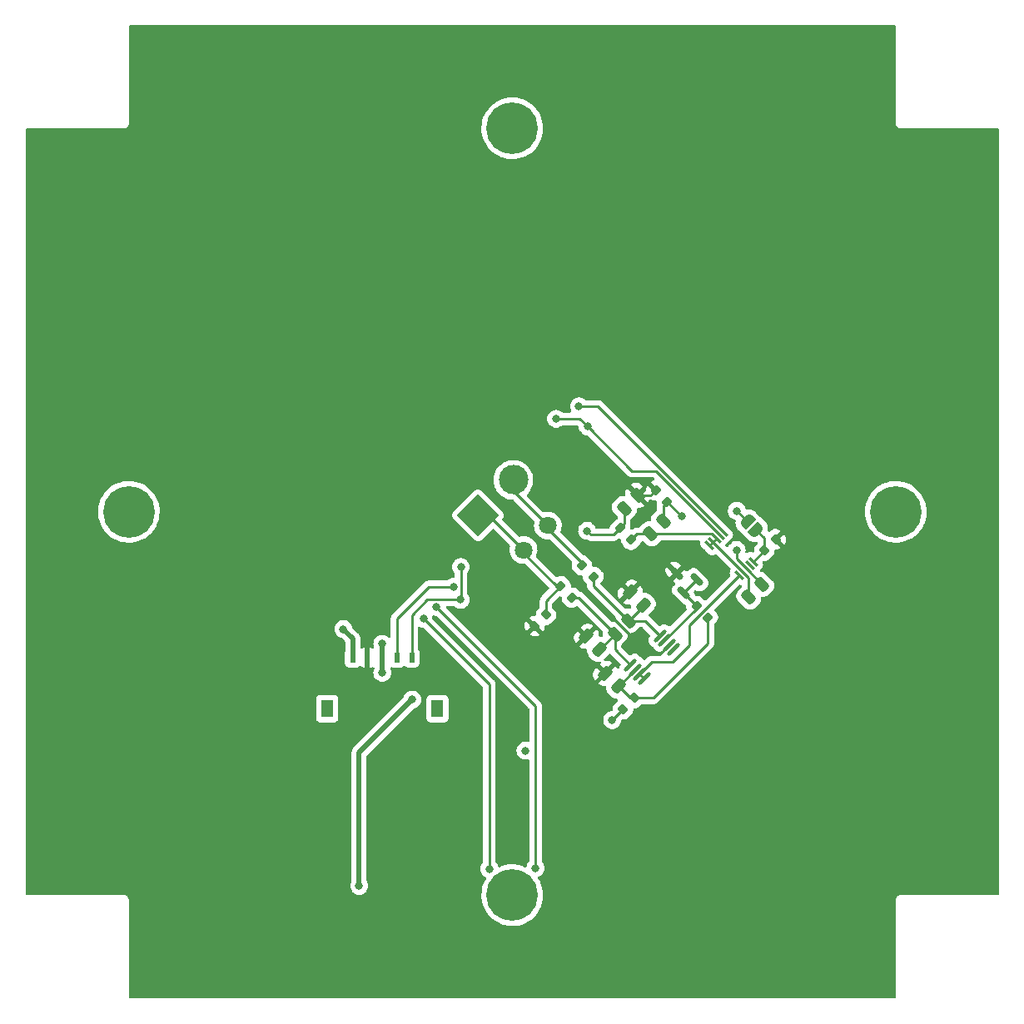
<source format=gbr>
%TF.GenerationSoftware,KiCad,Pcbnew,(6.0.9)*%
%TF.CreationDate,2023-03-28T01:31:43-07:00*%
%TF.ProjectId,solar-panel-side-Z,736f6c61-722d-4706-916e-656c2d736964,3.1*%
%TF.SameCoordinates,Original*%
%TF.FileFunction,Copper,L4,Bot*%
%TF.FilePolarity,Positive*%
%FSLAX46Y46*%
G04 Gerber Fmt 4.6, Leading zero omitted, Abs format (unit mm)*
G04 Created by KiCad (PCBNEW (6.0.9)) date 2023-03-28 01:31:43*
%MOMM*%
%LPD*%
G01*
G04 APERTURE LIST*
G04 Aperture macros list*
%AMRoundRect*
0 Rectangle with rounded corners*
0 $1 Rounding radius*
0 $2 $3 $4 $5 $6 $7 $8 $9 X,Y pos of 4 corners*
0 Add a 4 corners polygon primitive as box body*
4,1,4,$2,$3,$4,$5,$6,$7,$8,$9,$2,$3,0*
0 Add four circle primitives for the rounded corners*
1,1,$1+$1,$2,$3*
1,1,$1+$1,$4,$5*
1,1,$1+$1,$6,$7*
1,1,$1+$1,$8,$9*
0 Add four rect primitives between the rounded corners*
20,1,$1+$1,$2,$3,$4,$5,0*
20,1,$1+$1,$4,$5,$6,$7,0*
20,1,$1+$1,$6,$7,$8,$9,0*
20,1,$1+$1,$8,$9,$2,$3,0*%
%AMRotRect*
0 Rectangle, with rotation*
0 The origin of the aperture is its center*
0 $1 length*
0 $2 width*
0 $3 Rotation angle, in degrees counterclockwise*
0 Add horizontal line*
21,1,$1,$2,0,0,$3*%
%AMFreePoly0*
4,1,22,0.499999,-0.750000,0.000000,-0.750000,0.000000,-0.745033,-0.079941,-0.743568,-0.215256,-0.701293,-0.333266,-0.622738,-0.424486,-0.514219,-0.481581,-0.384460,-0.499164,-0.250000,-0.500000,-0.250000,-0.500000,0.250000,-0.499164,0.250000,-0.499963,0.256109,-0.478152,0.396186,-0.417904,0.524511,-0.324060,0.630769,-0.204165,0.706417,-0.067858,0.745374,0.000000,0.744960,0.000000,0.750000,
0.499999,0.750000,0.499999,-0.750000,0.499999,-0.750000,$1*%
%AMFreePoly1*
4,1,20,0.000000,0.744960,0.073905,0.744508,0.209726,0.703889,0.328688,0.626782,0.421226,0.519385,0.479903,0.390333,0.500000,0.250000,0.500000,-0.250000,0.499851,-0.262216,0.476331,-0.402017,0.414519,-0.529596,0.319384,-0.634700,0.198574,-0.708877,0.061801,-0.746166,0.000000,-0.745033,0.000000,-0.750000,-0.499999,-0.750000,-0.499999,0.750000,0.000000,0.750000,0.000000,0.744960,
0.000000,0.744960,$1*%
G04 Aperture macros list end*
%TA.AperFunction,ComponentPad*%
%ADD10C,5.250000*%
%TD*%
%TA.AperFunction,SMDPad,CuDef*%
%ADD11R,0.600000X1.000000*%
%TD*%
%TA.AperFunction,SMDPad,CuDef*%
%ADD12R,1.250000X1.800000*%
%TD*%
%TA.AperFunction,SMDPad,CuDef*%
%ADD13RotRect,1.100000X0.250000X135.000000*%
%TD*%
%TA.AperFunction,ComponentPad*%
%ADD14C,1.800000*%
%TD*%
%TA.AperFunction,SMDPad,CuDef*%
%ADD15RoundRect,0.250000X0.512652X0.159099X0.159099X0.512652X-0.512652X-0.159099X-0.159099X-0.512652X0*%
%TD*%
%TA.AperFunction,SMDPad,CuDef*%
%ADD16RoundRect,0.250000X-0.512652X-0.159099X-0.159099X-0.512652X0.512652X0.159099X0.159099X0.512652X0*%
%TD*%
%TA.AperFunction,SMDPad,CuDef*%
%ADD17RoundRect,0.250000X0.159099X-0.512652X0.512652X-0.159099X-0.159099X0.512652X-0.512652X0.159099X0*%
%TD*%
%TA.AperFunction,SMDPad,CuDef*%
%ADD18FreePoly0,135.000000*%
%TD*%
%TA.AperFunction,SMDPad,CuDef*%
%ADD19FreePoly1,135.000000*%
%TD*%
%TA.AperFunction,ComponentPad*%
%ADD20RotRect,3.000000X3.000000X45.000000*%
%TD*%
%TA.AperFunction,ComponentPad*%
%ADD21C,3.000000*%
%TD*%
%TA.AperFunction,SMDPad,CuDef*%
%ADD22RoundRect,0.200000X0.335876X0.053033X0.053033X0.335876X-0.335876X-0.053033X-0.053033X-0.335876X0*%
%TD*%
%TA.AperFunction,SMDPad,CuDef*%
%ADD23RoundRect,0.200000X-0.053033X0.335876X-0.335876X0.053033X0.053033X-0.335876X0.335876X-0.053033X0*%
%TD*%
%TA.AperFunction,SMDPad,CuDef*%
%ADD24RoundRect,0.250000X-0.159099X0.512652X-0.512652X0.159099X0.159099X-0.512652X0.512652X-0.159099X0*%
%TD*%
%TA.AperFunction,SMDPad,CuDef*%
%ADD25RoundRect,0.200000X-0.335876X-0.053033X-0.053033X-0.335876X0.335876X0.053033X0.053033X0.335876X0*%
%TD*%
%TA.AperFunction,SMDPad,CuDef*%
%ADD26RoundRect,0.100000X0.433103X0.574524X-0.574524X-0.433103X-0.433103X-0.574524X0.574524X0.433103X0*%
%TD*%
%TA.AperFunction,SMDPad,CuDef*%
%ADD27RoundRect,0.150000X0.521491X-0.309359X-0.309359X0.521491X-0.521491X0.309359X0.309359X-0.521491X0*%
%TD*%
%TA.AperFunction,ViaPad*%
%ADD28C,0.800000*%
%TD*%
%TA.AperFunction,Conductor*%
%ADD29C,0.250000*%
%TD*%
%TA.AperFunction,Conductor*%
%ADD30C,0.500000*%
%TD*%
G04 APERTURE END LIST*
D10*
%TO.P,J4,1,Pin_1*%
%TO.N,unconnected-(J4-Pad1)*%
X110500000Y-85000000D03*
%TD*%
%TO.P,J5,1,Pin_1*%
%TO.N,unconnected-(J5-Pad1)*%
X149500000Y-124000000D03*
%TD*%
%TO.P,J6,1,Pin_1*%
%TO.N,unconnected-(J6-Pad1)*%
X149500000Y-46000000D03*
%TD*%
%TO.P,J7,1,Pin_1*%
%TO.N,unconnected-(J7-Pad1)*%
X188500000Y-85000000D03*
%TD*%
D11*
%TO.P,J1,1,1*%
%TO.N,SDA*%
X139278501Y-99850000D03*
%TO.P,J1,2,2*%
%TO.N,SCL*%
X137778501Y-99850000D03*
%TO.P,J1,3,3*%
%TO.N,+3V3*%
X136278502Y-99850000D03*
%TO.P,J1,4,4*%
%TO.N,GND*%
X134778500Y-99850000D03*
%TO.P,J1,5,5*%
%TO.N,VSOLAR*%
X133278500Y-99850000D03*
D12*
%TO.P,J1,6,6*%
%TO.N,unconnected-(J1-Pad6)*%
X141883500Y-105040000D03*
%TO.P,J1,7,7*%
%TO.N,unconnected-(J1-Pad7)*%
X130673502Y-105040000D03*
%TD*%
D13*
%TO.P,U5,1,ADDR*%
%TO.N,Net-(JP1-Pad1)*%
X174013122Y-90070652D03*
%TO.P,U5,2,ALERT/RDY*%
%TO.N,unconnected-(U5-Pad2)*%
X173659569Y-90424205D03*
%TO.P,U5,3,GND*%
%TO.N,AGND*%
X173306016Y-90777759D03*
%TO.P,U5,4,AIN0*%
%TO.N,AVDD*%
X172952462Y-91131312D03*
%TO.P,U5,5,AIN1*%
%TO.N,OUT*%
X172598909Y-91484865D03*
%TO.P,U5,6,AIN2*%
%TO.N,AVDD*%
X169558350Y-88444306D03*
%TO.P,U5,7,AIN3*%
X169911903Y-88090753D03*
%TO.P,U5,8,VDD*%
X170265456Y-87737199D03*
%TO.P,U5,9,SDA*%
%TO.N,SDA*%
X170619010Y-87383646D03*
%TO.P,U5,10,SCL*%
%TO.N,SCL*%
X170972563Y-87030093D03*
%TD*%
D14*
%TO.P,J2,1,Pin_1*%
%TO.N,Net-(J2-Pad1)*%
X153121371Y-86416497D03*
%TO.P,J2,2,Pin_2*%
%TO.N,Net-(J2-Pad2)*%
X150646497Y-88891371D03*
%TD*%
D15*
%TO.P,C6,1*%
%TO.N,Net-(C6-Pad1)*%
X158386062Y-98994337D03*
%TO.P,C6,2*%
%TO.N,GND*%
X157042560Y-97650835D03*
%TD*%
D16*
%TO.P,C5,1*%
%TO.N,GND*%
X161483190Y-93181922D03*
%TO.P,C5,2*%
%TO.N,Net-(C5-Pad2)*%
X162826692Y-94525424D03*
%TD*%
D17*
%TO.P,C7,1*%
%TO.N,Net-(C6-Pad1)*%
X159941697Y-97438704D03*
%TO.P,C7,2*%
%TO.N,Net-(C5-Pad2)*%
X161285199Y-96095202D03*
%TD*%
D15*
%TO.P,C4,1*%
%TO.N,Net-(C4-Pad1)*%
X160309393Y-102756148D03*
%TO.P,C4,2*%
%TO.N,GND*%
X158965891Y-101412646D03*
%TD*%
D17*
%TO.P,C8,1*%
%TO.N,AVDD*%
X173539361Y-93698109D03*
%TO.P,C8,2*%
%TO.N,AGND*%
X174882863Y-92354607D03*
%TD*%
D18*
%TO.P,JP1,1,A*%
%TO.N,Net-(JP1-Pad1)*%
X174310106Y-86874529D03*
D19*
%TO.P,JP1,2,B*%
%TO.N,+3V3*%
X173390868Y-85955291D03*
%TD*%
D20*
%TO.P,J3,1,Pin_1*%
%TO.N,Net-(J2-Pad2)*%
X146020000Y-85360000D03*
D21*
%TO.P,J3,2,Pin_2*%
%TO.N,Net-(J2-Pad1)*%
X149612102Y-81767898D03*
%TD*%
D22*
%TO.P,FB1,1*%
%TO.N,AVDD*%
X161617540Y-87843265D03*
%TO.P,FB1,2*%
%TO.N,+3V3*%
X160450814Y-86676539D03*
%TD*%
D23*
%TO.P,R2,1*%
%TO.N,Net-(J2-Pad2)*%
X152934268Y-95465877D03*
%TO.P,R2,2*%
%TO.N,GND*%
X151767542Y-96632603D03*
%TD*%
D24*
%TO.P,C9,1*%
%TO.N,GND*%
X162232722Y-83324854D03*
%TO.P,C9,2*%
%TO.N,+3V3*%
X160889220Y-84668356D03*
%TD*%
D23*
%TO.P,FB3,1*%
%TO.N,Net-(C4-Pad1)*%
X161914523Y-103922874D03*
%TO.P,FB3,2*%
%TO.N,+3V3*%
X160747797Y-105089600D03*
%TD*%
D17*
%TO.P,C10,1*%
%TO.N,AVDD*%
X163512587Y-87263437D03*
%TO.P,C10,2*%
%TO.N,AGND*%
X164856089Y-85919935D03*
%TD*%
D25*
%TO.P,R5,1*%
%TO.N,Net-(R5-Pad1)*%
X168243131Y-94610277D03*
%TO.P,R5,2*%
%TO.N,Net-(C4-Pad1)*%
X169409857Y-95777003D03*
%TD*%
%TO.P,R3,1*%
%TO.N,Net-(J2-Pad1)*%
X156575867Y-90452490D03*
%TO.P,R3,2*%
%TO.N,Net-(C5-Pad2)*%
X157742593Y-91619216D03*
%TD*%
D22*
%TO.P,FB2,1*%
%TO.N,AGND*%
X165244998Y-83975391D03*
%TO.P,FB2,2*%
%TO.N,GND*%
X164078272Y-82808665D03*
%TD*%
D26*
%TO.P,U4,1,-IN*%
%TO.N,Net-(C5-Pad2)*%
X164520213Y-97626087D03*
%TO.P,U4,2,REF*%
%TO.N,Net-(R5-Pad1)*%
X164979832Y-98085706D03*
%TO.P,U4,3,-Vs*%
%TO.N,GND*%
X165439452Y-98545326D03*
%TO.P,U4,4,NC*%
%TO.N,unconnected-(U4-Pad4)*%
X165899071Y-99004945D03*
%TO.P,U4,5,SENSE*%
%TO.N,OUT*%
X162911545Y-101992471D03*
%TO.P,U4,6*%
X162451926Y-101532852D03*
%TO.P,U4,7,+Vs*%
%TO.N,Net-(C4-Pad1)*%
X161992306Y-101073232D03*
%TO.P,U4,8,+IN*%
%TO.N,Net-(C6-Pad1)*%
X161532687Y-100613613D03*
%TD*%
D23*
%TO.P,R6,1*%
%TO.N,GND*%
X176297077Y-87786695D03*
%TO.P,R6,2*%
%TO.N,Net-(JP1-Pad1)*%
X175130351Y-88953421D03*
%TD*%
D27*
%TO.P,U6,1,K*%
%TO.N,Net-(R5-Pad1)*%
X168250202Y-91916200D03*
%TO.P,U6,2,REF*%
X166906699Y-93259703D03*
%TO.P,U6,3,A*%
%TO.N,GND*%
X166252625Y-91262126D03*
%TD*%
D22*
%TO.P,R4,1*%
%TO.N,Net-(C6-Pad1)*%
X155578849Y-93740535D03*
%TO.P,R4,2*%
%TO.N,Net-(J2-Pad2)*%
X154412123Y-92573809D03*
%TD*%
D28*
%TO.N,GND*%
X171630000Y-123540000D03*
X162420000Y-71460000D03*
X164540000Y-46420000D03*
X156260000Y-77181974D03*
X145680000Y-105410000D03*
X148900000Y-105410000D03*
X137946283Y-91716283D03*
X111040000Y-62950000D03*
X165948061Y-69851939D03*
X119890000Y-126760000D03*
X163434805Y-84636536D03*
%TO.N,+3V3*%
X136278502Y-101378502D03*
X136278502Y-98431498D03*
X159658854Y-106178544D03*
X157110000Y-86940000D03*
X172337279Y-84901701D03*
%TO.N,VSOLAR*%
X132315000Y-96935000D03*
%TO.N,SDA*%
X144270000Y-90620000D03*
X153961802Y-75551802D03*
X144245000Y-93955000D03*
X157140000Y-76330000D03*
%TO.N,SCL*%
X156280000Y-74280000D03*
X143511396Y-92641396D03*
%TO.N,Net-(SC5-Pad2)*%
X139330000Y-104100000D03*
X133930000Y-123050000D03*
%TO.N,Net-(U2-Pad7)*%
X147180000Y-121330000D03*
X141780000Y-94680000D03*
X150850000Y-109290000D03*
X140460000Y-95870000D03*
X151860000Y-121250000D03*
%TO.N,AGND*%
X172316065Y-88896855D03*
X166758207Y-85488599D03*
%TD*%
D29*
%TO.N,GND*%
X165439453Y-98545327D02*
X164651029Y-99333751D01*
X163236814Y-99333751D02*
X156229387Y-92326322D01*
X163562084Y-83324853D02*
X162232725Y-83324852D01*
X163434805Y-84526934D02*
X163434805Y-84636536D01*
X164651029Y-99333751D02*
X163236814Y-99333751D01*
X162232725Y-83324852D02*
X163434805Y-84526934D01*
X164078272Y-82808665D02*
X163562084Y-83324853D01*
%TO.N,+3V3*%
X157510000Y-87340000D02*
X157110000Y-86940000D01*
D30*
X136278502Y-99850000D02*
X136278502Y-98431498D01*
D29*
X160450814Y-86676539D02*
X159787353Y-87340000D01*
X160450814Y-86676539D02*
X160889220Y-86238133D01*
D30*
X136278502Y-99850000D02*
X136278502Y-101378502D01*
D29*
X160889220Y-86238133D02*
X160889221Y-84668357D01*
X173390868Y-85955290D02*
X172337279Y-84901701D01*
X159787353Y-87340000D02*
X157510000Y-87340000D01*
X160747797Y-105089600D02*
X159658854Y-106178544D01*
D30*
%TO.N,VSOLAR*%
X133278500Y-97898500D02*
X132315000Y-96935000D01*
X133278500Y-99850000D02*
X133278500Y-97898500D01*
X132315000Y-96935000D02*
X132300000Y-96920000D01*
D29*
%TO.N,SDA*%
X170619010Y-87383645D02*
X164085364Y-80850000D01*
X139278501Y-95511499D02*
X140840000Y-93950000D01*
X144270000Y-93930000D02*
X144270000Y-90620000D01*
X161660000Y-80850000D02*
X157140000Y-76330000D01*
X156360000Y-75550000D02*
X153970000Y-75550000D01*
X144245000Y-93955000D02*
X144270000Y-93930000D01*
X164085364Y-80850000D02*
X161660000Y-80850000D01*
X157140000Y-76330000D02*
X156360000Y-75550000D01*
X140840000Y-93950000D02*
X144240000Y-93950000D01*
X139278501Y-99850000D02*
X139278501Y-95511499D01*
%TO.N,SCL*%
X143511396Y-92641396D02*
X140978604Y-92641396D01*
X137778501Y-95841499D02*
X137778501Y-99850000D01*
X156280000Y-74280000D02*
X158222469Y-74280000D01*
X140978604Y-92641396D02*
X137778501Y-95841499D01*
X158222469Y-74280000D02*
X170972561Y-87030093D01*
%TO.N,Net-(C6-Pad1)*%
X159941698Y-99022624D02*
X161532688Y-100613613D01*
X158386061Y-98994339D02*
X159941698Y-97438705D01*
X159941698Y-97438705D02*
X159941698Y-99022624D01*
X156243528Y-93740536D02*
X155578848Y-93740536D01*
X159941698Y-97438705D02*
X156243528Y-93740536D01*
D30*
%TO.N,Net-(SC5-Pad2)*%
X133930000Y-109500000D02*
X139330000Y-104100000D01*
X133930000Y-123050000D02*
X133930000Y-109500000D01*
D29*
%TO.N,Net-(U2-Pad7)*%
X140460000Y-95870000D02*
X147180000Y-102590000D01*
X147180000Y-102590000D02*
X147180000Y-121330000D01*
X151860000Y-104760000D02*
X151860000Y-121250000D01*
X141780000Y-94680000D02*
X151860000Y-104760000D01*
%TO.N,Net-(C4-Pad1)*%
X161992307Y-101073233D02*
X160309392Y-102756148D01*
X169409857Y-98365014D02*
X169409856Y-95777004D01*
X161476118Y-103922874D02*
X161914525Y-103922872D01*
X163851998Y-103922873D02*
X169409857Y-98365014D01*
X161914525Y-103922872D02*
X163851998Y-103922873D01*
X160309392Y-102756148D02*
X161476118Y-103922874D01*
%TO.N,Net-(J2-Pad1)*%
X153121371Y-86416497D02*
X149612102Y-82907228D01*
X149612102Y-82907228D02*
X149612102Y-81767898D01*
X156575867Y-90169647D02*
X152814060Y-86407839D01*
X156575868Y-90452490D02*
X156575867Y-90169647D01*
%TO.N,AVDD*%
X172952462Y-91131310D02*
X173535825Y-91714675D01*
X163512586Y-87263438D02*
X169791695Y-87263437D01*
X170265455Y-87737199D02*
X169558348Y-88444306D01*
X161617541Y-87843266D02*
X162197369Y-87263437D01*
X172952462Y-91131310D02*
X169911903Y-88090751D01*
X173535825Y-93694574D02*
X173539360Y-93698110D01*
X169791695Y-87263437D02*
X170265455Y-87737199D01*
X162197369Y-87263437D02*
X163512586Y-87263438D01*
X173535825Y-91714675D02*
X173535825Y-93694574D01*
%TO.N,AGND*%
X164856089Y-84364300D02*
X164856089Y-85919935D01*
X165244998Y-83975391D02*
X166758207Y-85488599D01*
X173306016Y-90777759D02*
X172316066Y-89787809D01*
X164856089Y-84364300D02*
X165244998Y-83975391D01*
X173306016Y-90777759D02*
X174882863Y-92354607D01*
X172316066Y-89787809D02*
X172316065Y-88896855D01*
%TO.N,Net-(JP1-Pad1)*%
X174310107Y-86874529D02*
X175130351Y-87694773D01*
X174013123Y-90070652D02*
X175130351Y-88953423D01*
X175130351Y-87694773D02*
X175130351Y-88953423D01*
%TO.N,Net-(R5-Pad1)*%
X166906698Y-93273846D02*
X166906699Y-93259703D01*
X168243131Y-94610277D02*
X166906698Y-93273846D01*
X168243131Y-94822409D02*
X168243131Y-94610277D01*
X164979833Y-98085707D02*
X168243131Y-94822409D01*
X166906699Y-93259703D02*
X168250201Y-91916201D01*
%TO.N,OUT*%
X167528953Y-98548862D02*
X167528953Y-96554819D01*
X167528953Y-96554819D02*
X172598909Y-91484865D01*
X162911546Y-101992471D02*
X162451927Y-101532853D01*
X163696435Y-100288345D02*
X165789471Y-100288345D01*
X162451927Y-101532853D02*
X163696435Y-100288345D01*
X165789471Y-100288345D02*
X167528953Y-98548862D01*
%TO.N,Net-(J2-Pad2)*%
X150646497Y-88891371D02*
X147115126Y-85360000D01*
X154412123Y-92573810D02*
X154030284Y-92573810D01*
X147115126Y-85360000D02*
X146020000Y-85360000D01*
X152934269Y-94051661D02*
X152934268Y-95465877D01*
X154030284Y-92573810D02*
X150339187Y-88882712D01*
X154412123Y-92573810D02*
X152934269Y-94051661D01*
%TO.N,Net-(C5-Pad2)*%
X162989328Y-96095202D02*
X164520214Y-97626087D01*
X162826694Y-94553707D02*
X162826692Y-94525425D01*
X161285200Y-96095200D02*
X162989328Y-96095202D01*
X161285200Y-96095200D02*
X162826694Y-94553707D01*
X157742595Y-92552595D02*
X157742595Y-91619214D01*
X161285200Y-96095200D02*
X157742595Y-92552595D01*
%TD*%
%TA.AperFunction,Conductor*%
%TO.N,GND*%
G36*
X188433621Y-35528502D02*
G01*
X188480114Y-35582158D01*
X188491500Y-35634500D01*
X188491500Y-45491377D01*
X188491498Y-45492147D01*
X188491024Y-45569721D01*
X188493491Y-45578352D01*
X188499150Y-45598153D01*
X188502728Y-45614915D01*
X188506920Y-45644187D01*
X188510634Y-45652355D01*
X188510634Y-45652356D01*
X188517548Y-45667562D01*
X188523996Y-45685086D01*
X188531051Y-45709771D01*
X188535843Y-45717365D01*
X188535844Y-45717368D01*
X188546830Y-45734780D01*
X188554969Y-45749863D01*
X188567208Y-45776782D01*
X188573069Y-45783584D01*
X188583970Y-45796235D01*
X188595073Y-45811239D01*
X188608776Y-45832958D01*
X188615501Y-45838897D01*
X188615504Y-45838901D01*
X188630938Y-45852532D01*
X188642982Y-45864724D01*
X188656427Y-45880327D01*
X188656430Y-45880329D01*
X188662287Y-45887127D01*
X188669816Y-45892007D01*
X188669817Y-45892008D01*
X188683835Y-45901094D01*
X188698709Y-45912385D01*
X188711217Y-45923431D01*
X188717951Y-45929378D01*
X188744711Y-45941942D01*
X188759691Y-45950263D01*
X188776983Y-45961471D01*
X188776988Y-45961473D01*
X188784515Y-45966352D01*
X188793108Y-45968922D01*
X188793113Y-45968924D01*
X188809120Y-45973711D01*
X188826564Y-45980372D01*
X188841676Y-45987467D01*
X188841678Y-45987468D01*
X188849800Y-45991281D01*
X188858667Y-45992662D01*
X188858668Y-45992662D01*
X188861353Y-45993080D01*
X188879017Y-45995830D01*
X188895732Y-45999613D01*
X188915466Y-46005515D01*
X188915472Y-46005516D01*
X188924066Y-46008086D01*
X188933037Y-46008141D01*
X188933038Y-46008141D01*
X188943097Y-46008202D01*
X188958506Y-46008296D01*
X188959289Y-46008329D01*
X188960386Y-46008500D01*
X188991377Y-46008500D01*
X188992147Y-46008502D01*
X189065785Y-46008952D01*
X189065786Y-46008952D01*
X189069721Y-46008976D01*
X189071065Y-46008592D01*
X189072410Y-46008500D01*
X198865500Y-46008500D01*
X198933621Y-46028502D01*
X198980114Y-46082158D01*
X198991500Y-46134500D01*
X198991500Y-123865500D01*
X198971498Y-123933621D01*
X198917842Y-123980114D01*
X198865500Y-123991500D01*
X189008623Y-123991500D01*
X189007853Y-123991498D01*
X189007037Y-123991493D01*
X188930279Y-123991024D01*
X188907918Y-123997415D01*
X188901847Y-123999150D01*
X188885085Y-124002728D01*
X188855813Y-124006920D01*
X188847645Y-124010634D01*
X188847644Y-124010634D01*
X188832438Y-124017548D01*
X188814914Y-124023996D01*
X188790229Y-124031051D01*
X188782635Y-124035843D01*
X188782632Y-124035844D01*
X188765220Y-124046830D01*
X188750137Y-124054969D01*
X188723218Y-124067208D01*
X188716416Y-124073069D01*
X188703765Y-124083970D01*
X188688761Y-124095073D01*
X188667042Y-124108776D01*
X188661103Y-124115501D01*
X188661099Y-124115504D01*
X188647468Y-124130938D01*
X188635276Y-124142982D01*
X188619673Y-124156427D01*
X188619671Y-124156430D01*
X188612873Y-124162287D01*
X188607993Y-124169816D01*
X188607992Y-124169817D01*
X188598906Y-124183835D01*
X188587615Y-124198709D01*
X188576569Y-124211217D01*
X188570622Y-124217951D01*
X188564312Y-124231391D01*
X188558058Y-124244711D01*
X188549737Y-124259691D01*
X188538529Y-124276983D01*
X188538527Y-124276988D01*
X188533648Y-124284515D01*
X188531078Y-124293108D01*
X188531076Y-124293113D01*
X188526289Y-124309120D01*
X188519628Y-124326564D01*
X188512533Y-124341676D01*
X188508719Y-124349800D01*
X188507338Y-124358667D01*
X188507338Y-124358668D01*
X188504170Y-124379015D01*
X188500387Y-124395732D01*
X188494485Y-124415466D01*
X188494484Y-124415472D01*
X188491914Y-124424066D01*
X188491859Y-124433037D01*
X188491859Y-124433038D01*
X188491704Y-124458497D01*
X188491671Y-124459289D01*
X188491500Y-124460386D01*
X188491500Y-124491377D01*
X188491498Y-124492147D01*
X188491024Y-124569721D01*
X188491408Y-124571065D01*
X188491500Y-124572410D01*
X188491500Y-134365500D01*
X188471498Y-134433621D01*
X188417842Y-134480114D01*
X188365500Y-134491500D01*
X110634500Y-134491500D01*
X110566379Y-134471498D01*
X110519886Y-134417842D01*
X110508500Y-134365500D01*
X110508500Y-124508623D01*
X110508502Y-124507853D01*
X110508800Y-124459102D01*
X110508976Y-124430279D01*
X110500850Y-124401847D01*
X110497272Y-124385085D01*
X110494352Y-124364698D01*
X110493080Y-124355813D01*
X110482451Y-124332436D01*
X110476004Y-124314913D01*
X110471416Y-124298862D01*
X110468949Y-124290229D01*
X110464156Y-124282632D01*
X110453170Y-124265220D01*
X110445030Y-124250135D01*
X110442564Y-124244711D01*
X110432792Y-124223218D01*
X110416030Y-124203765D01*
X110404927Y-124188761D01*
X110391224Y-124167042D01*
X110384499Y-124161103D01*
X110384496Y-124161099D01*
X110369062Y-124147468D01*
X110357018Y-124135276D01*
X110343573Y-124119673D01*
X110343570Y-124119671D01*
X110337713Y-124112873D01*
X110324009Y-124103990D01*
X110316165Y-124098906D01*
X110301291Y-124087615D01*
X110288783Y-124076569D01*
X110288782Y-124076568D01*
X110282049Y-124070622D01*
X110255287Y-124058057D01*
X110240309Y-124049737D01*
X110223017Y-124038529D01*
X110223012Y-124038527D01*
X110215485Y-124033648D01*
X110206892Y-124031078D01*
X110206887Y-124031076D01*
X110190880Y-124026289D01*
X110173436Y-124019628D01*
X110158324Y-124012533D01*
X110158322Y-124012532D01*
X110150200Y-124008719D01*
X110141333Y-124007338D01*
X110141332Y-124007338D01*
X110130478Y-124005648D01*
X110120983Y-124004170D01*
X110104268Y-124000387D01*
X110084534Y-123994485D01*
X110084528Y-123994484D01*
X110075934Y-123991914D01*
X110066963Y-123991859D01*
X110066962Y-123991859D01*
X110056903Y-123991798D01*
X110041494Y-123991704D01*
X110040711Y-123991671D01*
X110039614Y-123991500D01*
X110008623Y-123991500D01*
X110007853Y-123991498D01*
X109934215Y-123991048D01*
X109934214Y-123991048D01*
X109930279Y-123991024D01*
X109928935Y-123991408D01*
X109927590Y-123991500D01*
X100134500Y-123991500D01*
X100066379Y-123971498D01*
X100019886Y-123917842D01*
X100008500Y-123865500D01*
X100008500Y-123050000D01*
X133016496Y-123050000D01*
X133036458Y-123239928D01*
X133095473Y-123421556D01*
X133190960Y-123586944D01*
X133195378Y-123591851D01*
X133195379Y-123591852D01*
X133244762Y-123646697D01*
X133318747Y-123728866D01*
X133473248Y-123841118D01*
X133479276Y-123843802D01*
X133479278Y-123843803D01*
X133528011Y-123865500D01*
X133647712Y-123918794D01*
X133741113Y-123938647D01*
X133828056Y-123957128D01*
X133828061Y-123957128D01*
X133834513Y-123958500D01*
X134025487Y-123958500D01*
X134031939Y-123957128D01*
X134031944Y-123957128D01*
X134118887Y-123938647D01*
X134212288Y-123918794D01*
X134331989Y-123865500D01*
X134380722Y-123843803D01*
X134380724Y-123843802D01*
X134386752Y-123841118D01*
X134541253Y-123728866D01*
X134615238Y-123646697D01*
X134664621Y-123591852D01*
X134664622Y-123591851D01*
X134669040Y-123586944D01*
X134764527Y-123421556D01*
X134823542Y-123239928D01*
X134843504Y-123050000D01*
X134842814Y-123043435D01*
X134824232Y-122866635D01*
X134824232Y-122866633D01*
X134823542Y-122860072D01*
X134764527Y-122678444D01*
X134746472Y-122647171D01*
X134705381Y-122576001D01*
X134688500Y-122513001D01*
X134688500Y-109866371D01*
X134708502Y-109798250D01*
X134725405Y-109777276D01*
X138514547Y-105988134D01*
X140750000Y-105988134D01*
X140756755Y-106050316D01*
X140807885Y-106186705D01*
X140895239Y-106303261D01*
X141011795Y-106390615D01*
X141148184Y-106441745D01*
X141210366Y-106448500D01*
X142556634Y-106448500D01*
X142618816Y-106441745D01*
X142755205Y-106390615D01*
X142871761Y-106303261D01*
X142959115Y-106186705D01*
X143010245Y-106050316D01*
X143017000Y-105988134D01*
X143017000Y-104091866D01*
X143010245Y-104029684D01*
X142959115Y-103893295D01*
X142871761Y-103776739D01*
X142755205Y-103689385D01*
X142618816Y-103638255D01*
X142556634Y-103631500D01*
X141210366Y-103631500D01*
X141148184Y-103638255D01*
X141011795Y-103689385D01*
X140895239Y-103776739D01*
X140807885Y-103893295D01*
X140756755Y-104029684D01*
X140750000Y-104091866D01*
X140750000Y-105988134D01*
X138514547Y-105988134D01*
X139486331Y-105016350D01*
X139549228Y-104982199D01*
X139605824Y-104970169D01*
X139605833Y-104970166D01*
X139612288Y-104968794D01*
X139618319Y-104966109D01*
X139780722Y-104893803D01*
X139780724Y-104893802D01*
X139786752Y-104891118D01*
X139941253Y-104778866D01*
X139945675Y-104773955D01*
X140064621Y-104641852D01*
X140064622Y-104641851D01*
X140069040Y-104636944D01*
X140159400Y-104480437D01*
X140161223Y-104477279D01*
X140161224Y-104477278D01*
X140164527Y-104471556D01*
X140223542Y-104289928D01*
X140229233Y-104235786D01*
X140242814Y-104106565D01*
X140243504Y-104100000D01*
X140223542Y-103910072D01*
X140164527Y-103728444D01*
X140069040Y-103563056D01*
X139941253Y-103421134D01*
X139786752Y-103308882D01*
X139780724Y-103306198D01*
X139780722Y-103306197D01*
X139618319Y-103233891D01*
X139618318Y-103233891D01*
X139612288Y-103231206D01*
X139518888Y-103211353D01*
X139431944Y-103192872D01*
X139431939Y-103192872D01*
X139425487Y-103191500D01*
X139234513Y-103191500D01*
X139228061Y-103192872D01*
X139228056Y-103192872D01*
X139141113Y-103211353D01*
X139047712Y-103231206D01*
X139041682Y-103233891D01*
X139041681Y-103233891D01*
X138879278Y-103306197D01*
X138879276Y-103306198D01*
X138873248Y-103308882D01*
X138718747Y-103421134D01*
X138590960Y-103563056D01*
X138495473Y-103728444D01*
X138459724Y-103838469D01*
X138440613Y-103897285D01*
X138409875Y-103947444D01*
X133441089Y-108916230D01*
X133426677Y-108928616D01*
X133415082Y-108937149D01*
X133415077Y-108937154D01*
X133409182Y-108941492D01*
X133404443Y-108947070D01*
X133404440Y-108947073D01*
X133374965Y-108981768D01*
X133368035Y-108989284D01*
X133362340Y-108994979D01*
X133360060Y-108997861D01*
X133344719Y-109017251D01*
X133341928Y-109020655D01*
X133299409Y-109070703D01*
X133294667Y-109076285D01*
X133291339Y-109082801D01*
X133287972Y-109087850D01*
X133284805Y-109092979D01*
X133280266Y-109098716D01*
X133249345Y-109164875D01*
X133247442Y-109168769D01*
X133214231Y-109233808D01*
X133212492Y-109240916D01*
X133210393Y-109246559D01*
X133208476Y-109252322D01*
X133205378Y-109258950D01*
X133203888Y-109266112D01*
X133203888Y-109266113D01*
X133190514Y-109330412D01*
X133189544Y-109334696D01*
X133172192Y-109405610D01*
X133171500Y-109416764D01*
X133171464Y-109416762D01*
X133171225Y-109420755D01*
X133170851Y-109424947D01*
X133169360Y-109432115D01*
X133169558Y-109439432D01*
X133171454Y-109509521D01*
X133171500Y-109512928D01*
X133171500Y-122513001D01*
X133154619Y-122576001D01*
X133113529Y-122647171D01*
X133095473Y-122678444D01*
X133036458Y-122860072D01*
X133035768Y-122866633D01*
X133035768Y-122866635D01*
X133017186Y-123043435D01*
X133016496Y-123050000D01*
X100008500Y-123050000D01*
X100008500Y-105988134D01*
X129540002Y-105988134D01*
X129546757Y-106050316D01*
X129597887Y-106186705D01*
X129685241Y-106303261D01*
X129801797Y-106390615D01*
X129938186Y-106441745D01*
X130000368Y-106448500D01*
X131346636Y-106448500D01*
X131408818Y-106441745D01*
X131545207Y-106390615D01*
X131661763Y-106303261D01*
X131749117Y-106186705D01*
X131800247Y-106050316D01*
X131807002Y-105988134D01*
X131807002Y-104091866D01*
X131800247Y-104029684D01*
X131749117Y-103893295D01*
X131661763Y-103776739D01*
X131545207Y-103689385D01*
X131408818Y-103638255D01*
X131346636Y-103631500D01*
X130000368Y-103631500D01*
X129938186Y-103638255D01*
X129801797Y-103689385D01*
X129685241Y-103776739D01*
X129597887Y-103893295D01*
X129546757Y-104029684D01*
X129540002Y-104091866D01*
X129540002Y-105988134D01*
X100008500Y-105988134D01*
X100008500Y-96935000D01*
X131401496Y-96935000D01*
X131402186Y-96941565D01*
X131417772Y-97089853D01*
X131421458Y-97124928D01*
X131480473Y-97306556D01*
X131483776Y-97312278D01*
X131483777Y-97312279D01*
X131491652Y-97325919D01*
X131575960Y-97471944D01*
X131580378Y-97476851D01*
X131580379Y-97476852D01*
X131687844Y-97596204D01*
X131703747Y-97613866D01*
X131773879Y-97664820D01*
X131850436Y-97720442D01*
X131858248Y-97726118D01*
X131864276Y-97728802D01*
X131864278Y-97728803D01*
X132022050Y-97799047D01*
X132032712Y-97803794D01*
X132039167Y-97805166D01*
X132039176Y-97805169D01*
X132095772Y-97817199D01*
X132158669Y-97851350D01*
X132483095Y-98175776D01*
X132517121Y-98238088D01*
X132520000Y-98264871D01*
X132520000Y-99101487D01*
X132511982Y-99145716D01*
X132479529Y-99232285D01*
X132476755Y-99239684D01*
X132475902Y-99247532D01*
X132475902Y-99247534D01*
X132471115Y-99291605D01*
X132470000Y-99301866D01*
X132470000Y-100398134D01*
X132476755Y-100460316D01*
X132527885Y-100596705D01*
X132615239Y-100713261D01*
X132731795Y-100800615D01*
X132868184Y-100851745D01*
X132930366Y-100858500D01*
X133626634Y-100858500D01*
X133688816Y-100851745D01*
X133825205Y-100800615D01*
X133941761Y-100713261D01*
X133942892Y-100711752D01*
X134002074Y-100679435D01*
X134072889Y-100684500D01*
X134117952Y-100713461D01*
X134122776Y-100718285D01*
X134224851Y-100794786D01*
X134240446Y-100803324D01*
X134360894Y-100848478D01*
X134376149Y-100852105D01*
X134427014Y-100857631D01*
X134433828Y-100858000D01*
X134506385Y-100858000D01*
X134521624Y-100853525D01*
X134522829Y-100852135D01*
X134524500Y-100844452D01*
X134524500Y-100839884D01*
X135032500Y-100839884D01*
X135036975Y-100855123D01*
X135038365Y-100856328D01*
X135046048Y-100857999D01*
X135123169Y-100857999D01*
X135129990Y-100857629D01*
X135180852Y-100852105D01*
X135196103Y-100848479D01*
X135300146Y-100809475D01*
X135370953Y-100804292D01*
X135433322Y-100838213D01*
X135467452Y-100900468D01*
X135462505Y-100971292D01*
X135453495Y-100990457D01*
X135443975Y-101006946D01*
X135384960Y-101188574D01*
X135364998Y-101378502D01*
X135365688Y-101385067D01*
X135384008Y-101559368D01*
X135384960Y-101568430D01*
X135443975Y-101750058D01*
X135539462Y-101915446D01*
X135667249Y-102057368D01*
X135821750Y-102169620D01*
X135827778Y-102172304D01*
X135827780Y-102172305D01*
X135990183Y-102244611D01*
X135996214Y-102247296D01*
X136089615Y-102267149D01*
X136176558Y-102285630D01*
X136176563Y-102285630D01*
X136183015Y-102287002D01*
X136373989Y-102287002D01*
X136380441Y-102285630D01*
X136380446Y-102285630D01*
X136467389Y-102267149D01*
X136560790Y-102247296D01*
X136566821Y-102244611D01*
X136729224Y-102172305D01*
X136729226Y-102172304D01*
X136735254Y-102169620D01*
X136889755Y-102057368D01*
X137017542Y-101915446D01*
X137113029Y-101750058D01*
X137172044Y-101568430D01*
X137172997Y-101559368D01*
X137191316Y-101385067D01*
X137192006Y-101378502D01*
X137172044Y-101188574D01*
X137113029Y-101006946D01*
X137103904Y-100991140D01*
X137087165Y-100922147D01*
X137110384Y-100855055D01*
X137166190Y-100811167D01*
X137236865Y-100804417D01*
X137257252Y-100810158D01*
X137368185Y-100851745D01*
X137430367Y-100858500D01*
X138126635Y-100858500D01*
X138188817Y-100851745D01*
X138325206Y-100800615D01*
X138441762Y-100713261D01*
X138442688Y-100712026D01*
X138501718Y-100679792D01*
X138572533Y-100684857D01*
X138613856Y-100711414D01*
X138615240Y-100713261D01*
X138731796Y-100800615D01*
X138868185Y-100851745D01*
X138930367Y-100858500D01*
X139626635Y-100858500D01*
X139688817Y-100851745D01*
X139825206Y-100800615D01*
X139941762Y-100713261D01*
X140029116Y-100596705D01*
X140080246Y-100460316D01*
X140087001Y-100398134D01*
X140087001Y-99301866D01*
X140080246Y-99239684D01*
X140029116Y-99103295D01*
X139941762Y-98986739D01*
X139943366Y-98985537D01*
X139914880Y-98933370D01*
X139912001Y-98906587D01*
X139912001Y-96814515D01*
X139932003Y-96746394D01*
X139985659Y-96699901D01*
X140055933Y-96689797D01*
X140089248Y-96699407D01*
X140177712Y-96738794D01*
X140253969Y-96755003D01*
X140358056Y-96777128D01*
X140358061Y-96777128D01*
X140364513Y-96778500D01*
X140420406Y-96778500D01*
X140488527Y-96798502D01*
X140509501Y-96815405D01*
X146509595Y-102815499D01*
X146543621Y-102877811D01*
X146546500Y-102904594D01*
X146546500Y-120627476D01*
X146526498Y-120695597D01*
X146514142Y-120711779D01*
X146440960Y-120793056D01*
X146345473Y-120958444D01*
X146286458Y-121140072D01*
X146285768Y-121146633D01*
X146285768Y-121146635D01*
X146278011Y-121220439D01*
X146266496Y-121330000D01*
X146267186Y-121336565D01*
X146278710Y-121446206D01*
X146286458Y-121519928D01*
X146345473Y-121701556D01*
X146440960Y-121866944D01*
X146568747Y-122008866D01*
X146667843Y-122080864D01*
X146696939Y-122102003D01*
X146723248Y-122121118D01*
X146729276Y-122123802D01*
X146729278Y-122123803D01*
X146788046Y-122149968D01*
X146842142Y-122195948D01*
X146862791Y-122263876D01*
X146846353Y-122327312D01*
X146839167Y-122339962D01*
X146688865Y-122604541D01*
X146550834Y-122926591D01*
X146549817Y-122929960D01*
X146458214Y-123233365D01*
X146449562Y-123262021D01*
X146441732Y-123304684D01*
X146389928Y-123586944D01*
X146386311Y-123606650D01*
X146361869Y-123956181D01*
X146376542Y-124306258D01*
X146397131Y-124439254D01*
X146417328Y-124569721D01*
X146430145Y-124652518D01*
X146522012Y-124990645D01*
X146523302Y-124993904D01*
X146523304Y-124993909D01*
X146572316Y-125117698D01*
X146650998Y-125316424D01*
X146815493Y-125625795D01*
X146817483Y-125628701D01*
X146817484Y-125628703D01*
X146891490Y-125736785D01*
X147013449Y-125914902D01*
X147242397Y-126180142D01*
X147499485Y-126418207D01*
X147781507Y-126626132D01*
X147784544Y-126627886D01*
X147784548Y-126627888D01*
X147945060Y-126720559D01*
X148084949Y-126801324D01*
X148088170Y-126802731D01*
X148402807Y-126940193D01*
X148402817Y-126940197D01*
X148406029Y-126941600D01*
X148409387Y-126942639D01*
X148409391Y-126942641D01*
X148545685Y-126984831D01*
X148740743Y-127045212D01*
X148744199Y-127045871D01*
X148744198Y-127045871D01*
X149081471Y-127110210D01*
X149081477Y-127110211D01*
X149084922Y-127110868D01*
X149316253Y-127128668D01*
X149430777Y-127137480D01*
X149430778Y-127137480D01*
X149434274Y-127137749D01*
X149666291Y-127129646D01*
X149780929Y-127125643D01*
X149780933Y-127125643D01*
X149784445Y-127125520D01*
X149787924Y-127125006D01*
X149787927Y-127125006D01*
X150127578Y-127074851D01*
X150127584Y-127074850D01*
X150131070Y-127074335D01*
X150134474Y-127073436D01*
X150134477Y-127073435D01*
X150466439Y-126985727D01*
X150466440Y-126985727D01*
X150469830Y-126984831D01*
X150796502Y-126858123D01*
X151107014Y-126695792D01*
X151397496Y-126499859D01*
X151664327Y-126272768D01*
X151749069Y-126182527D01*
X151901771Y-126019916D01*
X151901775Y-126019911D01*
X151904182Y-126017348D01*
X152114071Y-125736785D01*
X152291377Y-125434573D01*
X152292809Y-125431357D01*
X152432459Y-125117698D01*
X152432461Y-125117693D01*
X152433891Y-125114481D01*
X152539837Y-124780498D01*
X152607894Y-124436786D01*
X152627886Y-124198709D01*
X152637030Y-124089814D01*
X152637031Y-124089803D01*
X152637213Y-124087630D01*
X152637265Y-124083970D01*
X152638407Y-124002178D01*
X152638407Y-124002166D01*
X152638437Y-124000000D01*
X152638074Y-123993491D01*
X152619074Y-123653671D01*
X152618878Y-123650162D01*
X152607218Y-123581226D01*
X152561032Y-123308153D01*
X152561031Y-123308148D01*
X152560445Y-123304684D01*
X152463866Y-122967873D01*
X152347163Y-122684729D01*
X152331683Y-122647171D01*
X152331679Y-122647163D01*
X152330345Y-122643926D01*
X152161546Y-122336882D01*
X152128291Y-122289740D01*
X152105368Y-122222546D01*
X152122413Y-122153626D01*
X152180002Y-122102003D01*
X152310722Y-122043803D01*
X152310724Y-122043802D01*
X152316752Y-122041118D01*
X152355799Y-122012749D01*
X152372157Y-122000864D01*
X152471253Y-121928866D01*
X152599040Y-121786944D01*
X152694527Y-121621556D01*
X152753542Y-121439928D01*
X152773504Y-121250000D01*
X152761891Y-121139505D01*
X152754232Y-121066635D01*
X152754232Y-121066633D01*
X152753542Y-121060072D01*
X152694527Y-120878444D01*
X152599040Y-120713056D01*
X152525863Y-120631785D01*
X152495147Y-120567779D01*
X152493500Y-120547476D01*
X152493500Y-104838768D01*
X152494027Y-104827585D01*
X152495702Y-104820092D01*
X152493562Y-104752001D01*
X152493500Y-104748044D01*
X152493500Y-104720144D01*
X152492996Y-104716153D01*
X152492063Y-104704311D01*
X152490923Y-104668036D01*
X152490674Y-104660111D01*
X152488462Y-104652497D01*
X152488461Y-104652492D01*
X152485023Y-104640659D01*
X152481012Y-104621295D01*
X152479467Y-104609064D01*
X152478474Y-104601203D01*
X152475557Y-104593836D01*
X152475556Y-104593831D01*
X152462198Y-104560092D01*
X152458354Y-104548865D01*
X152448230Y-104514022D01*
X152446018Y-104506407D01*
X152435707Y-104488972D01*
X152427012Y-104471224D01*
X152419552Y-104452383D01*
X152393564Y-104416613D01*
X152387048Y-104406693D01*
X152368580Y-104375465D01*
X152368578Y-104375462D01*
X152364542Y-104368638D01*
X152350221Y-104354317D01*
X152337380Y-104339283D01*
X152330131Y-104329306D01*
X152325472Y-104322893D01*
X152291395Y-104294702D01*
X152282616Y-104286712D01*
X149487254Y-101491350D01*
X157695143Y-101491350D01*
X157695284Y-101653466D01*
X157696980Y-101667902D01*
X157734413Y-101825639D01*
X157739386Y-101839304D01*
X157812298Y-101984590D01*
X157819727Y-101996073D01*
X157879616Y-102069634D01*
X157883907Y-102074387D01*
X157901614Y-102092093D01*
X157915555Y-102099705D01*
X157917390Y-102099574D01*
X157924004Y-102095323D01*
X158593869Y-101425458D01*
X158601483Y-101411514D01*
X158601352Y-101409681D01*
X158597101Y-101403066D01*
X158086335Y-100892300D01*
X158072391Y-100884686D01*
X158070558Y-100884817D01*
X158063943Y-100889068D01*
X157883944Y-101069067D01*
X157879595Y-101073890D01*
X157818996Y-101148520D01*
X157811574Y-101160031D01*
X157738920Y-101305432D01*
X157733970Y-101319106D01*
X157696815Y-101476905D01*
X157695143Y-101491350D01*
X149487254Y-101491350D01*
X145725444Y-97729539D01*
X155771812Y-97729539D01*
X155771953Y-97891655D01*
X155773649Y-97906091D01*
X155811082Y-98063828D01*
X155816055Y-98077493D01*
X155888967Y-98222779D01*
X155896396Y-98234262D01*
X155956285Y-98307823D01*
X155960576Y-98312576D01*
X155978283Y-98330282D01*
X155992224Y-98337894D01*
X155994059Y-98337763D01*
X156000673Y-98333512D01*
X156670538Y-97663647D01*
X156678152Y-97649703D01*
X156678021Y-97647870D01*
X156673770Y-97641255D01*
X156163004Y-97130489D01*
X156149060Y-97122875D01*
X156147227Y-97123006D01*
X156140612Y-97127257D01*
X155960613Y-97307256D01*
X155956264Y-97312079D01*
X155895665Y-97386709D01*
X155888243Y-97398220D01*
X155815589Y-97543621D01*
X155810639Y-97557295D01*
X155773484Y-97715094D01*
X155771812Y-97729539D01*
X145725444Y-97729539D01*
X145451297Y-97455392D01*
X151310293Y-97455392D01*
X151310424Y-97457225D01*
X151314675Y-97463840D01*
X151357917Y-97507082D01*
X151362169Y-97510962D01*
X151411475Y-97551971D01*
X151422539Y-97559343D01*
X151561747Y-97632120D01*
X151575851Y-97637449D01*
X151727520Y-97674702D01*
X151742485Y-97676513D01*
X151898665Y-97676513D01*
X151913630Y-97674702D01*
X152065299Y-97637449D01*
X152079403Y-97632120D01*
X152218605Y-97559345D01*
X152229681Y-97551966D01*
X152272060Y-97516720D01*
X152277825Y-97506162D01*
X152277694Y-97504329D01*
X152273443Y-97497714D01*
X151780354Y-97004625D01*
X151766410Y-96997011D01*
X151764577Y-96997142D01*
X151757962Y-97001393D01*
X151317907Y-97441448D01*
X151310293Y-97455392D01*
X145451297Y-97455392D01*
X144653565Y-96657660D01*
X150723632Y-96657660D01*
X150725443Y-96672625D01*
X150762696Y-96824294D01*
X150768025Y-96838398D01*
X150840800Y-96977600D01*
X150848179Y-96988676D01*
X150889161Y-97037952D01*
X150893078Y-97042245D01*
X150933072Y-97082239D01*
X150947016Y-97089853D01*
X150948849Y-97089722D01*
X150955464Y-97085471D01*
X151395520Y-96645415D01*
X151403134Y-96631471D01*
X151403003Y-96629638D01*
X151398752Y-96623023D01*
X150905664Y-96129935D01*
X150891720Y-96122321D01*
X150889887Y-96122452D01*
X150886074Y-96124902D01*
X150848174Y-96170470D01*
X150840802Y-96181534D01*
X150768025Y-96320742D01*
X150762696Y-96334846D01*
X150725443Y-96486515D01*
X150723632Y-96501480D01*
X150723632Y-96657660D01*
X144653565Y-96657660D01*
X142794500Y-94798595D01*
X142760474Y-94736283D01*
X142765539Y-94665468D01*
X142808086Y-94608632D01*
X142874606Y-94583821D01*
X142883595Y-94583500D01*
X143532298Y-94583500D01*
X143600419Y-94603502D01*
X143625933Y-94625188D01*
X143633747Y-94633866D01*
X143655329Y-94649546D01*
X143719164Y-94695925D01*
X143788248Y-94746118D01*
X143794276Y-94748802D01*
X143794278Y-94748803D01*
X143956681Y-94821109D01*
X143962712Y-94823794D01*
X144056113Y-94843647D01*
X144143056Y-94862128D01*
X144143061Y-94862128D01*
X144149513Y-94863500D01*
X144340487Y-94863500D01*
X144346939Y-94862128D01*
X144346944Y-94862128D01*
X144433887Y-94843647D01*
X144527288Y-94823794D01*
X144533319Y-94821109D01*
X144695722Y-94748803D01*
X144695724Y-94748802D01*
X144701752Y-94746118D01*
X144856253Y-94633866D01*
X144860675Y-94628955D01*
X144979621Y-94496852D01*
X144979622Y-94496851D01*
X144984040Y-94491944D01*
X145079527Y-94326556D01*
X145138542Y-94144928D01*
X145145827Y-94075621D01*
X145157814Y-93961565D01*
X145158504Y-93955000D01*
X145147986Y-93854929D01*
X145139232Y-93771635D01*
X145139232Y-93771633D01*
X145138542Y-93765072D01*
X145079527Y-93583444D01*
X144984040Y-93418056D01*
X144935864Y-93364551D01*
X144905146Y-93300544D01*
X144903500Y-93280241D01*
X144903500Y-91322524D01*
X144923502Y-91254403D01*
X144935858Y-91238221D01*
X145009040Y-91156944D01*
X145104527Y-90991556D01*
X145163542Y-90809928D01*
X145166942Y-90777584D01*
X145182814Y-90626565D01*
X145183504Y-90620000D01*
X145163542Y-90430072D01*
X145104527Y-90248444D01*
X145093951Y-90230125D01*
X145020436Y-90102794D01*
X145009040Y-90083056D01*
X144935276Y-90001132D01*
X144885675Y-89946045D01*
X144885674Y-89946044D01*
X144881253Y-89941134D01*
X144726752Y-89828882D01*
X144720724Y-89826198D01*
X144720722Y-89826197D01*
X144558319Y-89753891D01*
X144558318Y-89753891D01*
X144552288Y-89751206D01*
X144452489Y-89729993D01*
X144371944Y-89712872D01*
X144371939Y-89712872D01*
X144365487Y-89711500D01*
X144174513Y-89711500D01*
X144168061Y-89712872D01*
X144168056Y-89712872D01*
X144087511Y-89729993D01*
X143987712Y-89751206D01*
X143981682Y-89753891D01*
X143981681Y-89753891D01*
X143819278Y-89826197D01*
X143819276Y-89826198D01*
X143813248Y-89828882D01*
X143658747Y-89941134D01*
X143654326Y-89946044D01*
X143654325Y-89946045D01*
X143604725Y-90001132D01*
X143530960Y-90083056D01*
X143519564Y-90102794D01*
X143446050Y-90230125D01*
X143435473Y-90248444D01*
X143376458Y-90430072D01*
X143356496Y-90620000D01*
X143357186Y-90626565D01*
X143373059Y-90777584D01*
X143376458Y-90809928D01*
X143435473Y-90991556D01*
X143530960Y-91156944D01*
X143604137Y-91238215D01*
X143634853Y-91302221D01*
X143636500Y-91322524D01*
X143636500Y-91606896D01*
X143616498Y-91675017D01*
X143562842Y-91721510D01*
X143510500Y-91732896D01*
X143415909Y-91732896D01*
X143409457Y-91734268D01*
X143409452Y-91734268D01*
X143333602Y-91750391D01*
X143229108Y-91772602D01*
X143223078Y-91775287D01*
X143223077Y-91775287D01*
X143060674Y-91847593D01*
X143060672Y-91847594D01*
X143054644Y-91850278D01*
X142900143Y-91962530D01*
X142895728Y-91967433D01*
X142890816Y-91971856D01*
X142889691Y-91970607D01*
X142836382Y-92003447D01*
X142803196Y-92007896D01*
X141057371Y-92007896D01*
X141046188Y-92007369D01*
X141038695Y-92005694D01*
X141030769Y-92005943D01*
X141030768Y-92005943D01*
X140970618Y-92007834D01*
X140966659Y-92007896D01*
X140938748Y-92007896D01*
X140934814Y-92008393D01*
X140934813Y-92008393D01*
X140934748Y-92008401D01*
X140922911Y-92009334D01*
X140890653Y-92010348D01*
X140886634Y-92010474D01*
X140878715Y-92010723D01*
X140859261Y-92016375D01*
X140839904Y-92020383D01*
X140827674Y-92021928D01*
X140827673Y-92021928D01*
X140819807Y-92022922D01*
X140812436Y-92025841D01*
X140812434Y-92025841D01*
X140778692Y-92039200D01*
X140767462Y-92043045D01*
X140732621Y-92053167D01*
X140732620Y-92053167D01*
X140725011Y-92055378D01*
X140718192Y-92059411D01*
X140718187Y-92059413D01*
X140707576Y-92065689D01*
X140689828Y-92074384D01*
X140670987Y-92081844D01*
X140664571Y-92086506D01*
X140664570Y-92086506D01*
X140635217Y-92107832D01*
X140625297Y-92114348D01*
X140594069Y-92132816D01*
X140594066Y-92132818D01*
X140587242Y-92136854D01*
X140572921Y-92151175D01*
X140557888Y-92164015D01*
X140541497Y-92175924D01*
X140520554Y-92201240D01*
X140513306Y-92210001D01*
X140505316Y-92218780D01*
X137386248Y-95337847D01*
X137377962Y-95345387D01*
X137371483Y-95349499D01*
X137366058Y-95355276D01*
X137324858Y-95399150D01*
X137322103Y-95401992D01*
X137302366Y-95421729D01*
X137299886Y-95424926D01*
X137292183Y-95433946D01*
X137261915Y-95466178D01*
X137258096Y-95473124D01*
X137258094Y-95473127D01*
X137252153Y-95483933D01*
X137241302Y-95500452D01*
X137228887Y-95516458D01*
X137225742Y-95523727D01*
X137225739Y-95523731D01*
X137211327Y-95557036D01*
X137206110Y-95567686D01*
X137184806Y-95606439D01*
X137182835Y-95614114D01*
X137182835Y-95614115D01*
X137179768Y-95626061D01*
X137173364Y-95644765D01*
X137165320Y-95663354D01*
X137164081Y-95671177D01*
X137164078Y-95671187D01*
X137158402Y-95707023D01*
X137155996Y-95718643D01*
X137145001Y-95761469D01*
X137145001Y-95781723D01*
X137143450Y-95801433D01*
X137140281Y-95821442D01*
X137141027Y-95829334D01*
X137144442Y-95865460D01*
X137145001Y-95877318D01*
X137145001Y-97707871D01*
X137124999Y-97775992D01*
X137071343Y-97822485D01*
X137001069Y-97832589D01*
X136936489Y-97803095D01*
X136925365Y-97792181D01*
X136894177Y-97757543D01*
X136894176Y-97757542D01*
X136889755Y-97752632D01*
X136754280Y-97654203D01*
X136740596Y-97644261D01*
X136740595Y-97644260D01*
X136735254Y-97640380D01*
X136729226Y-97637696D01*
X136729224Y-97637695D01*
X136566821Y-97565389D01*
X136566820Y-97565389D01*
X136560790Y-97562704D01*
X136457712Y-97540794D01*
X136380446Y-97524370D01*
X136380441Y-97524370D01*
X136373989Y-97522998D01*
X136183015Y-97522998D01*
X136176563Y-97524370D01*
X136176558Y-97524370D01*
X136099292Y-97540794D01*
X135996214Y-97562704D01*
X135990184Y-97565389D01*
X135990183Y-97565389D01*
X135827780Y-97637695D01*
X135827778Y-97637696D01*
X135821750Y-97640380D01*
X135816409Y-97644260D01*
X135816408Y-97644261D01*
X135802724Y-97654203D01*
X135667249Y-97752632D01*
X135662828Y-97757542D01*
X135662827Y-97757543D01*
X135563930Y-97867380D01*
X135539462Y-97894554D01*
X135530714Y-97909706D01*
X135449473Y-98050420D01*
X135443975Y-98059942D01*
X135384960Y-98241570D01*
X135384270Y-98248131D01*
X135384270Y-98248133D01*
X135377497Y-98312576D01*
X135364998Y-98431498D01*
X135365688Y-98438063D01*
X135382574Y-98598720D01*
X135384960Y-98621426D01*
X135415474Y-98715338D01*
X135417502Y-98786304D01*
X135380839Y-98847102D01*
X135317127Y-98878427D01*
X135251411Y-98872255D01*
X135196106Y-98851522D01*
X135180851Y-98847895D01*
X135129986Y-98842369D01*
X135123172Y-98842000D01*
X135050615Y-98842000D01*
X135035376Y-98846475D01*
X135034171Y-98847865D01*
X135032500Y-98855548D01*
X135032500Y-100839884D01*
X134524500Y-100839884D01*
X134524500Y-98860116D01*
X134520025Y-98844877D01*
X134518635Y-98843672D01*
X134510952Y-98842001D01*
X134433831Y-98842001D01*
X134427010Y-98842371D01*
X134376148Y-98847895D01*
X134360896Y-98851521D01*
X134240439Y-98896679D01*
X134223508Y-98905948D01*
X134154151Y-98921117D01*
X134087603Y-98896380D01*
X134044993Y-98839592D01*
X134037000Y-98795428D01*
X134037000Y-97965570D01*
X134038433Y-97946620D01*
X134040599Y-97932385D01*
X134040599Y-97932381D01*
X134041699Y-97925151D01*
X134040326Y-97908262D01*
X134037415Y-97872482D01*
X134037000Y-97862267D01*
X134037000Y-97854207D01*
X134036120Y-97846653D01*
X134033711Y-97825997D01*
X134033278Y-97821621D01*
X134032839Y-97816226D01*
X134027360Y-97748864D01*
X134025105Y-97741903D01*
X134023918Y-97735963D01*
X134022529Y-97730088D01*
X134021682Y-97722819D01*
X133996764Y-97654170D01*
X133995347Y-97650042D01*
X133975107Y-97587564D01*
X133975106Y-97587562D01*
X133972851Y-97580601D01*
X133969055Y-97574346D01*
X133966549Y-97568872D01*
X133963830Y-97563442D01*
X133961333Y-97556563D01*
X133934754Y-97516023D01*
X133921314Y-97495524D01*
X133918967Y-97491805D01*
X133914407Y-97484290D01*
X133881095Y-97429393D01*
X133873697Y-97421016D01*
X133873724Y-97420992D01*
X133871071Y-97418000D01*
X133868368Y-97414767D01*
X133864356Y-97408648D01*
X133808117Y-97355372D01*
X133805675Y-97352994D01*
X133235125Y-96782444D01*
X133204387Y-96732285D01*
X133203223Y-96728701D01*
X133149527Y-96563444D01*
X133122642Y-96516877D01*
X133090892Y-96461885D01*
X133054040Y-96398056D01*
X133049516Y-96393031D01*
X132930675Y-96261045D01*
X132930674Y-96261044D01*
X132926253Y-96256134D01*
X132771752Y-96143882D01*
X132765724Y-96141198D01*
X132765722Y-96141197D01*
X132603319Y-96068891D01*
X132603318Y-96068891D01*
X132597288Y-96066206D01*
X132503887Y-96046353D01*
X132416944Y-96027872D01*
X132416939Y-96027872D01*
X132410487Y-96026500D01*
X132219513Y-96026500D01*
X132213061Y-96027872D01*
X132213056Y-96027872D01*
X132126113Y-96046353D01*
X132032712Y-96066206D01*
X132026682Y-96068891D01*
X132026681Y-96068891D01*
X131864278Y-96141197D01*
X131864276Y-96141198D01*
X131858248Y-96143882D01*
X131703747Y-96256134D01*
X131699326Y-96261044D01*
X131699325Y-96261045D01*
X131580485Y-96393031D01*
X131575960Y-96398056D01*
X131539108Y-96461885D01*
X131507359Y-96516877D01*
X131480473Y-96563444D01*
X131421458Y-96745072D01*
X131420768Y-96751633D01*
X131420768Y-96751635D01*
X131411649Y-96838398D01*
X131401496Y-96935000D01*
X100008500Y-96935000D01*
X100008500Y-84956181D01*
X107361869Y-84956181D01*
X107376542Y-85306258D01*
X107397036Y-85438645D01*
X107419608Y-85584450D01*
X107430145Y-85652518D01*
X107431067Y-85655910D01*
X107431067Y-85655912D01*
X107441824Y-85695504D01*
X107522012Y-85990645D01*
X107523302Y-85993904D01*
X107523304Y-85993909D01*
X107605818Y-86202314D01*
X107650998Y-86316424D01*
X107652653Y-86319536D01*
X107652655Y-86319541D01*
X107704982Y-86417954D01*
X107815493Y-86625795D01*
X107817483Y-86628701D01*
X107817484Y-86628703D01*
X108008944Y-86908322D01*
X108013449Y-86914902D01*
X108242397Y-87180142D01*
X108499485Y-87418207D01*
X108502311Y-87420290D01*
X108502314Y-87420293D01*
X108531347Y-87441698D01*
X108781507Y-87626132D01*
X108784544Y-87627886D01*
X108784548Y-87627888D01*
X108905293Y-87697600D01*
X109084949Y-87801324D01*
X109145351Y-87827713D01*
X109402807Y-87940193D01*
X109402817Y-87940197D01*
X109406029Y-87941600D01*
X109409387Y-87942639D01*
X109409391Y-87942641D01*
X109545685Y-87984831D01*
X109740743Y-88045212D01*
X109744199Y-88045871D01*
X109744198Y-88045871D01*
X110081471Y-88110210D01*
X110081477Y-88110211D01*
X110084922Y-88110868D01*
X110316253Y-88128668D01*
X110430777Y-88137480D01*
X110430778Y-88137480D01*
X110434274Y-88137749D01*
X110666291Y-88129646D01*
X110780929Y-88125643D01*
X110780933Y-88125643D01*
X110784445Y-88125520D01*
X110787924Y-88125006D01*
X110787927Y-88125006D01*
X111127578Y-88074851D01*
X111127584Y-88074850D01*
X111131070Y-88074335D01*
X111134474Y-88073436D01*
X111134477Y-88073435D01*
X111466439Y-87985727D01*
X111466440Y-87985727D01*
X111469830Y-87984831D01*
X111796502Y-87858123D01*
X112107014Y-87695792D01*
X112317497Y-87553819D01*
X112394580Y-87501826D01*
X112394582Y-87501825D01*
X112397496Y-87499859D01*
X112414695Y-87485222D01*
X112661654Y-87275043D01*
X112661655Y-87275042D01*
X112664327Y-87272768D01*
X112737062Y-87195313D01*
X112901771Y-87019916D01*
X112901775Y-87019911D01*
X112904182Y-87017348D01*
X113114071Y-86736785D01*
X113116078Y-86733365D01*
X113191503Y-86604805D01*
X113291377Y-86434573D01*
X113296168Y-86423812D01*
X113432459Y-86117698D01*
X113432461Y-86117693D01*
X113433891Y-86114481D01*
X113539837Y-85780498D01*
X113607894Y-85436786D01*
X113614342Y-85360000D01*
X143384951Y-85360000D01*
X143386224Y-85368889D01*
X143404193Y-85494359D01*
X143405600Y-85504186D01*
X143409314Y-85512354D01*
X143409314Y-85512355D01*
X143431540Y-85561239D01*
X143465887Y-85636782D01*
X143470834Y-85642935D01*
X143470836Y-85642938D01*
X143478539Y-85652518D01*
X143505080Y-85685528D01*
X145694472Y-87874920D01*
X145706702Y-87884753D01*
X145737062Y-87909164D01*
X145737065Y-87909166D01*
X145743218Y-87914113D01*
X145790626Y-87935668D01*
X145867617Y-87970673D01*
X145875814Y-87974400D01*
X145884697Y-87975672D01*
X145884700Y-87975673D01*
X146011111Y-87993776D01*
X146020000Y-87995049D01*
X146028889Y-87993776D01*
X146155300Y-87975673D01*
X146155303Y-87975672D01*
X146164186Y-87974400D01*
X146172384Y-87970673D01*
X146249374Y-87935668D01*
X146296782Y-87914113D01*
X146302935Y-87909166D01*
X146302938Y-87909164D01*
X146333298Y-87884753D01*
X146345528Y-87874920D01*
X147450740Y-86769708D01*
X147513052Y-86735682D01*
X147583867Y-86740747D01*
X147628930Y-86769708D01*
X148454104Y-87594883D01*
X149255650Y-88396429D01*
X149289676Y-88458741D01*
X149287973Y-88519194D01*
X149258204Y-88626540D01*
X149233592Y-88856840D01*
X149233889Y-88861993D01*
X149233889Y-88861996D01*
X149241555Y-88994944D01*
X149246924Y-89088068D01*
X149248061Y-89093114D01*
X149248062Y-89093120D01*
X149280238Y-89235894D01*
X149297843Y-89314013D01*
X149299785Y-89318795D01*
X149299786Y-89318799D01*
X149379096Y-89514115D01*
X149384981Y-89528608D01*
X149505998Y-89726090D01*
X149657644Y-89901155D01*
X149774092Y-89997832D01*
X149822792Y-90038263D01*
X149835846Y-90049101D01*
X150035819Y-90165955D01*
X150252191Y-90248580D01*
X150257257Y-90249611D01*
X150257258Y-90249611D01*
X150275125Y-90253246D01*
X150479153Y-90294756D01*
X150609821Y-90299547D01*
X150705446Y-90303054D01*
X150705450Y-90303054D01*
X150710610Y-90303243D01*
X150785056Y-90293706D01*
X150855164Y-90304890D01*
X150890160Y-90329590D01*
X153236203Y-92675633D01*
X153270229Y-92737945D01*
X153265164Y-92808760D01*
X153236203Y-92853824D01*
X152542016Y-93548010D01*
X152533731Y-93555549D01*
X152527251Y-93559661D01*
X152521826Y-93565438D01*
X152480610Y-93609329D01*
X152477855Y-93612171D01*
X152458135Y-93631891D01*
X152455713Y-93635014D01*
X152455662Y-93635080D01*
X152447951Y-93644108D01*
X152417683Y-93676340D01*
X152413863Y-93683289D01*
X152407923Y-93694093D01*
X152397070Y-93710616D01*
X152384656Y-93726620D01*
X152370733Y-93758794D01*
X152367100Y-93767189D01*
X152361878Y-93777849D01*
X152345996Y-93806739D01*
X152340574Y-93816601D01*
X152335534Y-93836230D01*
X152329136Y-93854916D01*
X152321088Y-93873515D01*
X152315758Y-93907165D01*
X152314170Y-93917192D01*
X152311765Y-93928805D01*
X152300769Y-93971631D01*
X152300769Y-93991884D01*
X152299218Y-94011595D01*
X152296049Y-94031603D01*
X152296795Y-94039495D01*
X152300210Y-94075621D01*
X152300769Y-94087479D01*
X152300769Y-94656307D01*
X152280767Y-94724428D01*
X152263865Y-94745402D01*
X152160810Y-94848458D01*
X152057362Y-94951906D01*
X152010210Y-95008597D01*
X151930763Y-95160567D01*
X151889857Y-95327102D01*
X151889857Y-95462693D01*
X151869855Y-95530814D01*
X151816199Y-95577307D01*
X151763857Y-95588693D01*
X151636419Y-95588693D01*
X151621454Y-95590504D01*
X151469785Y-95627757D01*
X151455681Y-95633086D01*
X151316479Y-95705861D01*
X151305403Y-95713240D01*
X151263024Y-95748486D01*
X151257259Y-95759044D01*
X151257390Y-95760877D01*
X151261641Y-95767492D01*
X152629420Y-97135271D01*
X152643364Y-97142885D01*
X152645197Y-97142754D01*
X152649010Y-97140304D01*
X152686910Y-97094736D01*
X152694282Y-97083672D01*
X152767059Y-96944464D01*
X152772388Y-96930360D01*
X152809641Y-96778691D01*
X152811452Y-96763726D01*
X152811452Y-96759597D01*
X156514599Y-96759597D01*
X156514731Y-96761433D01*
X156518980Y-96768045D01*
X157029748Y-97278813D01*
X157043692Y-97286427D01*
X157045525Y-97286296D01*
X157052140Y-97282045D01*
X157722005Y-96612180D01*
X157729619Y-96598236D01*
X157729488Y-96596403D01*
X157725237Y-96589788D01*
X157704337Y-96568888D01*
X157699514Y-96564539D01*
X157624884Y-96503940D01*
X157613373Y-96496518D01*
X157467972Y-96423864D01*
X157454298Y-96418914D01*
X157296499Y-96381759D01*
X157282054Y-96380087D01*
X157119938Y-96380228D01*
X157105502Y-96381924D01*
X156947765Y-96419357D01*
X156934100Y-96424330D01*
X156788814Y-96497242D01*
X156777331Y-96504671D01*
X156703781Y-96564551D01*
X156699007Y-96568861D01*
X156522210Y-96745659D01*
X156514599Y-96759597D01*
X152811452Y-96759597D01*
X152811452Y-96636288D01*
X152831454Y-96568167D01*
X152885110Y-96521674D01*
X152937452Y-96510288D01*
X153073043Y-96510288D01*
X153169827Y-96486515D01*
X153232202Y-96471194D01*
X153232204Y-96471193D01*
X153239578Y-96469382D01*
X153391548Y-96389935D01*
X153448239Y-96342785D01*
X153811174Y-95979848D01*
X153858326Y-95923157D01*
X153937773Y-95771187D01*
X153940306Y-95760877D01*
X153969942Y-95640221D01*
X153978679Y-95604652D01*
X153978679Y-95433168D01*
X153952268Y-95325645D01*
X153939585Y-95274009D01*
X153939584Y-95274007D01*
X153937773Y-95266633D01*
X153858326Y-95114663D01*
X153811176Y-95057972D01*
X153604673Y-94851470D01*
X153570648Y-94789159D01*
X153567768Y-94762375D01*
X153567769Y-94366257D01*
X153587771Y-94298136D01*
X153604674Y-94277161D01*
X154226712Y-93655124D01*
X154289024Y-93621099D01*
X154315807Y-93618220D01*
X154408438Y-93618220D01*
X154476559Y-93638222D01*
X154523052Y-93691878D01*
X154534438Y-93744220D01*
X154534438Y-93879310D01*
X154551417Y-93948435D01*
X154562090Y-93991884D01*
X154575344Y-94045845D01*
X154654791Y-94197815D01*
X154701941Y-94254506D01*
X155064878Y-94617441D01*
X155121569Y-94664593D01*
X155273539Y-94744040D01*
X155280913Y-94745851D01*
X155280915Y-94745852D01*
X155323997Y-94756434D01*
X155440074Y-94784946D01*
X155611558Y-94784946D01*
X155727635Y-94756434D01*
X155770717Y-94745852D01*
X155770719Y-94745851D01*
X155778093Y-94744040D01*
X155930063Y-94664593D01*
X155972904Y-94628962D01*
X155984530Y-94619293D01*
X155984540Y-94619284D01*
X155986754Y-94617443D01*
X155988801Y-94615396D01*
X155988813Y-94615385D01*
X156016548Y-94587650D01*
X156078860Y-94553624D01*
X156149675Y-94558689D01*
X156194738Y-94587650D01*
X158645287Y-97038199D01*
X158679313Y-97100511D01*
X158678838Y-97156171D01*
X158673267Y-97179833D01*
X158670442Y-97191832D01*
X158670596Y-97368702D01*
X158711435Y-97540794D01*
X158714717Y-97547334D01*
X158717151Y-97554022D01*
X158721651Y-97624875D01*
X158687131Y-97686915D01*
X158624549Y-97720442D01*
X158598860Y-97723112D01*
X158456064Y-97723236D01*
X158450878Y-97724467D01*
X158381696Y-97712685D01*
X158329261Y-97664820D01*
X158311028Y-97596204D01*
X158311821Y-97584983D01*
X158313308Y-97572133D01*
X158313167Y-97410015D01*
X158311471Y-97395579D01*
X158274038Y-97237842D01*
X158269065Y-97224177D01*
X158196153Y-97078891D01*
X158188724Y-97067408D01*
X158128835Y-96993847D01*
X158124544Y-96989094D01*
X158106837Y-96971388D01*
X158092896Y-96963776D01*
X158091061Y-96963907D01*
X158084447Y-96968158D01*
X156363115Y-98689490D01*
X156355501Y-98703434D01*
X156355632Y-98705267D01*
X156359883Y-98711882D01*
X156380783Y-98732782D01*
X156385606Y-98737131D01*
X156460236Y-98797730D01*
X156471747Y-98805152D01*
X156617148Y-98877806D01*
X156630822Y-98882756D01*
X156788621Y-98919911D01*
X156803066Y-98921583D01*
X156965181Y-98921442D01*
X156976479Y-98920115D01*
X157046469Y-98932032D01*
X157098904Y-98979896D01*
X157117139Y-99048511D01*
X157116407Y-99058866D01*
X157114807Y-99065663D01*
X157114813Y-99072979D01*
X157114813Y-99072982D01*
X157114853Y-99118706D01*
X157114961Y-99242533D01*
X157155800Y-99414625D01*
X157235134Y-99572705D01*
X157239476Y-99578038D01*
X157239477Y-99578040D01*
X157299400Y-99651644D01*
X157299406Y-99651650D01*
X157301431Y-99654138D01*
X157726261Y-100078968D01*
X157728791Y-100081022D01*
X157728795Y-100081026D01*
X157803455Y-100141650D01*
X157803459Y-100141652D01*
X157808808Y-100145996D01*
X157967028Y-100225054D01*
X158033596Y-100240728D01*
X158132066Y-100263915D01*
X158132070Y-100263915D01*
X158139190Y-100265592D01*
X158146506Y-100265586D01*
X158146509Y-100265586D01*
X158227816Y-100265515D01*
X158316060Y-100265438D01*
X158323180Y-100263748D01*
X158323183Y-100263748D01*
X158370649Y-100252484D01*
X158441547Y-100256217D01*
X158499172Y-100297688D01*
X158525229Y-100363730D01*
X158511444Y-100433375D01*
X158488836Y-100464174D01*
X158445542Y-100507468D01*
X158437930Y-100521408D01*
X158438062Y-100523244D01*
X158442311Y-100529856D01*
X158953079Y-101040624D01*
X158967023Y-101048238D01*
X158968856Y-101048107D01*
X158975471Y-101043856D01*
X159645336Y-100373991D01*
X159652950Y-100360047D01*
X159652819Y-100358214D01*
X159648568Y-100351599D01*
X159627668Y-100330699D01*
X159622845Y-100326350D01*
X159548215Y-100265751D01*
X159536704Y-100258329D01*
X159391303Y-100185675D01*
X159377629Y-100180725D01*
X159219830Y-100143570D01*
X159205385Y-100141898D01*
X159043269Y-100142039D01*
X159028830Y-100143735D01*
X158981558Y-100154953D01*
X158910660Y-100151221D01*
X158853034Y-100109750D01*
X158826977Y-100043708D01*
X158840762Y-99974062D01*
X158863370Y-99943263D01*
X159324381Y-99482252D01*
X159386693Y-99448226D01*
X159457508Y-99453291D01*
X159493791Y-99474262D01*
X159510285Y-99487907D01*
X159519065Y-99495896D01*
X160288922Y-100265751D01*
X160494985Y-100471814D01*
X160529010Y-100534127D01*
X160523946Y-100604942D01*
X160501031Y-100643300D01*
X160499687Y-100644644D01*
X160426639Y-100739840D01*
X160423481Y-100747465D01*
X160423480Y-100747466D01*
X160370305Y-100875841D01*
X160325756Y-100931121D01*
X160258393Y-100953542D01*
X160189602Y-100935984D01*
X160141282Y-100884138D01*
X160119484Y-100840702D01*
X160112055Y-100829219D01*
X160052166Y-100755658D01*
X160047875Y-100750905D01*
X160030168Y-100733199D01*
X160016227Y-100725587D01*
X160014392Y-100725718D01*
X160007778Y-100729969D01*
X158286446Y-102451301D01*
X158278832Y-102465245D01*
X158278963Y-102467078D01*
X158283214Y-102473693D01*
X158304114Y-102494593D01*
X158308937Y-102498942D01*
X158383567Y-102559541D01*
X158395078Y-102566963D01*
X158540479Y-102639617D01*
X158554153Y-102644567D01*
X158711952Y-102681722D01*
X158726397Y-102683394D01*
X158888512Y-102683253D01*
X158899810Y-102681926D01*
X158969800Y-102693843D01*
X159022235Y-102741707D01*
X159040470Y-102810322D01*
X159039738Y-102820677D01*
X159038138Y-102827474D01*
X159038144Y-102834790D01*
X159038144Y-102834793D01*
X159038182Y-102877811D01*
X159038292Y-103004344D01*
X159079131Y-103176436D01*
X159082413Y-103182975D01*
X159082413Y-103182976D01*
X159144253Y-103306197D01*
X159158465Y-103334516D01*
X159162807Y-103339849D01*
X159162808Y-103339851D01*
X159222731Y-103413455D01*
X159222737Y-103413461D01*
X159224762Y-103415949D01*
X159649592Y-103840779D01*
X159652122Y-103842833D01*
X159652126Y-103842837D01*
X159726786Y-103903461D01*
X159726790Y-103903463D01*
X159732139Y-103907807D01*
X159890359Y-103986865D01*
X159956927Y-104002539D01*
X160055397Y-104025726D01*
X160055401Y-104025726D01*
X160062521Y-104027403D01*
X160069836Y-104027397D01*
X160069839Y-104027397D01*
X160090726Y-104027378D01*
X160114860Y-104027357D01*
X160182998Y-104047299D01*
X160229538Y-104100914D01*
X160239703Y-104171179D01*
X160210267Y-104235786D01*
X160204066Y-104242452D01*
X159952988Y-104493532D01*
X159870891Y-104575629D01*
X159823739Y-104632320D01*
X159744292Y-104784290D01*
X159742481Y-104791664D01*
X159742480Y-104791666D01*
X159729955Y-104842659D01*
X159703386Y-104950825D01*
X159703386Y-105122309D01*
X159705065Y-105129143D01*
X159693429Y-105198938D01*
X159645747Y-105251540D01*
X159580016Y-105270044D01*
X159563367Y-105270044D01*
X159556915Y-105271416D01*
X159556910Y-105271416D01*
X159469967Y-105289897D01*
X159376566Y-105309750D01*
X159370536Y-105312435D01*
X159370535Y-105312435D01*
X159208132Y-105384741D01*
X159208130Y-105384742D01*
X159202102Y-105387426D01*
X159047601Y-105499678D01*
X159043180Y-105504588D01*
X159043179Y-105504589D01*
X158952220Y-105605610D01*
X158919814Y-105641600D01*
X158824327Y-105806988D01*
X158765312Y-105988616D01*
X158764622Y-105995177D01*
X158764622Y-105995179D01*
X158759653Y-106042460D01*
X158745350Y-106178544D01*
X158765312Y-106368472D01*
X158824327Y-106550100D01*
X158919814Y-106715488D01*
X159047601Y-106857410D01*
X159202102Y-106969662D01*
X159208130Y-106972346D01*
X159208132Y-106972347D01*
X159370535Y-107044653D01*
X159376566Y-107047338D01*
X159469967Y-107067191D01*
X159556910Y-107085672D01*
X159556915Y-107085672D01*
X159563367Y-107087044D01*
X159754341Y-107087044D01*
X159760793Y-107085672D01*
X159760798Y-107085672D01*
X159847742Y-107067191D01*
X159941142Y-107047338D01*
X159947173Y-107044653D01*
X160109576Y-106972347D01*
X160109578Y-106972346D01*
X160115606Y-106969662D01*
X160270107Y-106857410D01*
X160397894Y-106715488D01*
X160493381Y-106550100D01*
X160552396Y-106368472D01*
X160553086Y-106361909D01*
X160565489Y-106243901D01*
X160592502Y-106178244D01*
X160650724Y-106137615D01*
X160705935Y-106131984D01*
X160707710Y-106132199D01*
X160715088Y-106134011D01*
X160886572Y-106134011D01*
X160979533Y-106111177D01*
X161045731Y-106094917D01*
X161045733Y-106094916D01*
X161053107Y-106093105D01*
X161205077Y-106013658D01*
X161261768Y-105966508D01*
X161624703Y-105603571D01*
X161671855Y-105546880D01*
X161751302Y-105394910D01*
X161753141Y-105387426D01*
X161790395Y-105235755D01*
X161792208Y-105228375D01*
X161792208Y-105093285D01*
X161812210Y-105025164D01*
X161865866Y-104978671D01*
X161918208Y-104967285D01*
X162053298Y-104967285D01*
X162150355Y-104943445D01*
X162212457Y-104928191D01*
X162212459Y-104928190D01*
X162219833Y-104926379D01*
X162371803Y-104846932D01*
X162428494Y-104799782D01*
X162634998Y-104593277D01*
X162697309Y-104559252D01*
X162724093Y-104556372D01*
X163621490Y-104556373D01*
X163773231Y-104556373D01*
X163784414Y-104556900D01*
X163791907Y-104558575D01*
X163799833Y-104558326D01*
X163799834Y-104558326D01*
X163859984Y-104556435D01*
X163863943Y-104556373D01*
X163891854Y-104556373D01*
X163895789Y-104555876D01*
X163895854Y-104555868D01*
X163907691Y-104554935D01*
X163939949Y-104553921D01*
X163943968Y-104553795D01*
X163951887Y-104553546D01*
X163971341Y-104547894D01*
X163990698Y-104543886D01*
X164002928Y-104542341D01*
X164002929Y-104542341D01*
X164010795Y-104541347D01*
X164018166Y-104538428D01*
X164018168Y-104538428D01*
X164051910Y-104525069D01*
X164063140Y-104521224D01*
X164097981Y-104511102D01*
X164097982Y-104511102D01*
X164105591Y-104508891D01*
X164112410Y-104504858D01*
X164112415Y-104504856D01*
X164123026Y-104498580D01*
X164140774Y-104489885D01*
X164159615Y-104482425D01*
X164195385Y-104456437D01*
X164205305Y-104449921D01*
X164236533Y-104431453D01*
X164236536Y-104431451D01*
X164243360Y-104427415D01*
X164257681Y-104413094D01*
X164272715Y-104400253D01*
X164282692Y-104393004D01*
X164289105Y-104388345D01*
X164317296Y-104354268D01*
X164325286Y-104345489D01*
X169802104Y-98868671D01*
X169810394Y-98861127D01*
X169816875Y-98857014D01*
X169830628Y-98842369D01*
X169863515Y-98807347D01*
X169866270Y-98804505D01*
X169885992Y-98784783D01*
X169888469Y-98781590D01*
X169896174Y-98772569D01*
X169921016Y-98746114D01*
X169926443Y-98740335D01*
X169930264Y-98733385D01*
X169936203Y-98722582D01*
X169947059Y-98706055D01*
X169954614Y-98696316D01*
X169954615Y-98696314D01*
X169959471Y-98690054D01*
X169977031Y-98649474D01*
X169982248Y-98638826D01*
X169999732Y-98607023D01*
X169999733Y-98607021D01*
X170003552Y-98600074D01*
X170008590Y-98580451D01*
X170014994Y-98561748D01*
X170019890Y-98550434D01*
X170019890Y-98550433D01*
X170023038Y-98543159D01*
X170024277Y-98535336D01*
X170024280Y-98535326D01*
X170029956Y-98499490D01*
X170032362Y-98487870D01*
X170041385Y-98452725D01*
X170041385Y-98452724D01*
X170043357Y-98445044D01*
X170043357Y-98424790D01*
X170044908Y-98405079D01*
X170046837Y-98392900D01*
X170048077Y-98385071D01*
X170043916Y-98341051D01*
X170043357Y-98329194D01*
X170043357Y-97408648D01*
X170043356Y-96480507D01*
X170063358Y-96412386D01*
X170080260Y-96391412D01*
X170284724Y-96186947D01*
X170286763Y-96184908D01*
X170333915Y-96128217D01*
X170413362Y-95976247D01*
X170426403Y-95923157D01*
X170452455Y-95817092D01*
X170452455Y-95817091D01*
X170454268Y-95809712D01*
X170454268Y-95638228D01*
X170419933Y-95498444D01*
X170415174Y-95479069D01*
X170415173Y-95479067D01*
X170413362Y-95471693D01*
X170333915Y-95319723D01*
X170286765Y-95263032D01*
X170283635Y-95259902D01*
X170090800Y-95067068D01*
X170056775Y-95004756D01*
X170061839Y-94933940D01*
X170090800Y-94888877D01*
X171303338Y-93676340D01*
X172534826Y-92444852D01*
X172597138Y-92410826D01*
X172667954Y-92415891D01*
X172676071Y-92419246D01*
X172747069Y-92451526D01*
X172747072Y-92451527D01*
X172755243Y-92455242D01*
X172764130Y-92456515D01*
X172770807Y-92458467D01*
X172830576Y-92496783D01*
X172860142Y-92561330D01*
X172850118Y-92631616D01*
X172824540Y-92668498D01*
X172454730Y-93038308D01*
X172452676Y-93040838D01*
X172452672Y-93040842D01*
X172392048Y-93115502D01*
X172392046Y-93115506D01*
X172387702Y-93120855D01*
X172308644Y-93279075D01*
X172303589Y-93300544D01*
X172271050Y-93438735D01*
X172268106Y-93451237D01*
X172268260Y-93628107D01*
X172285981Y-93702783D01*
X172302321Y-93771635D01*
X172309099Y-93800199D01*
X172312381Y-93806738D01*
X172312381Y-93806739D01*
X172385347Y-93952130D01*
X172388433Y-93958279D01*
X172392775Y-93963612D01*
X172392776Y-93963614D01*
X172452699Y-94037218D01*
X172452705Y-94037224D01*
X172454730Y-94039712D01*
X173197758Y-94782740D01*
X173200288Y-94784794D01*
X173200292Y-94784798D01*
X173274952Y-94845422D01*
X173274956Y-94845424D01*
X173280305Y-94849768D01*
X173438525Y-94928826D01*
X173505093Y-94944500D01*
X173603563Y-94967687D01*
X173603567Y-94967687D01*
X173610687Y-94969364D01*
X173618003Y-94969358D01*
X173618006Y-94969358D01*
X173699313Y-94969287D01*
X173787557Y-94969210D01*
X173936182Y-94933940D01*
X173952528Y-94930061D01*
X173952529Y-94930061D01*
X173959649Y-94928371D01*
X173966251Y-94925058D01*
X174111580Y-94852123D01*
X174117729Y-94849037D01*
X174123064Y-94844694D01*
X174196668Y-94784771D01*
X174196674Y-94784765D01*
X174199162Y-94782740D01*
X174623992Y-94357910D01*
X174641589Y-94336239D01*
X174686674Y-94280716D01*
X174686676Y-94280712D01*
X174691020Y-94275363D01*
X174770078Y-94117143D01*
X174788603Y-94038469D01*
X174808939Y-93952105D01*
X174808939Y-93952101D01*
X174810616Y-93944981D01*
X174810462Y-93768111D01*
X174809318Y-93763291D01*
X174821072Y-93694259D01*
X174868936Y-93641823D01*
X174937551Y-93623589D01*
X174947529Y-93624294D01*
X174954189Y-93625862D01*
X174961509Y-93625856D01*
X174961512Y-93625856D01*
X175043194Y-93625785D01*
X175131059Y-93625708D01*
X175260818Y-93594915D01*
X175296030Y-93586559D01*
X175296031Y-93586559D01*
X175303151Y-93584869D01*
X175356822Y-93557934D01*
X175455082Y-93508621D01*
X175461231Y-93505535D01*
X175527926Y-93451237D01*
X175540170Y-93441269D01*
X175540176Y-93441263D01*
X175542664Y-93439238D01*
X175967494Y-93014408D01*
X175986317Y-92991227D01*
X176030176Y-92937214D01*
X176030178Y-92937210D01*
X176034522Y-92931861D01*
X176113580Y-92773641D01*
X176131406Y-92697937D01*
X176152441Y-92608603D01*
X176152441Y-92608599D01*
X176154118Y-92601479D01*
X176154111Y-92592451D01*
X176154017Y-92485688D01*
X176153964Y-92424609D01*
X176113125Y-92252517D01*
X176105000Y-92236326D01*
X176036877Y-92100586D01*
X176033791Y-92094437D01*
X176029448Y-92089102D01*
X175969525Y-92015498D01*
X175969519Y-92015492D01*
X175967494Y-92013004D01*
X175224466Y-91269976D01*
X175221932Y-91267918D01*
X175147272Y-91207294D01*
X175147268Y-91207292D01*
X175141919Y-91202948D01*
X174983699Y-91123890D01*
X174904515Y-91105245D01*
X174818661Y-91085029D01*
X174818657Y-91085029D01*
X174811537Y-91083352D01*
X174801662Y-91083361D01*
X174799977Y-91082868D01*
X174796946Y-91082517D01*
X174797006Y-91081998D01*
X174733524Y-91063421D01*
X174686982Y-91009808D01*
X174676814Y-90939543D01*
X174706248Y-90874935D01*
X174712453Y-90868266D01*
X174884019Y-90696700D01*
X174897475Y-90679964D01*
X174918263Y-90654110D01*
X174918265Y-90654107D01*
X174923212Y-90647954D01*
X174956841Y-90573990D01*
X174979785Y-90523528D01*
X174979785Y-90523527D01*
X174983499Y-90515359D01*
X174985470Y-90501601D01*
X175002875Y-90380061D01*
X175004148Y-90371172D01*
X174994326Y-90302587D01*
X174984772Y-90235872D01*
X174984771Y-90235869D01*
X174983499Y-90226986D01*
X174958992Y-90173085D01*
X174949006Y-90102794D01*
X174978607Y-90038263D01*
X175038397Y-89999979D01*
X175088829Y-89995846D01*
X175090263Y-89996020D01*
X175097642Y-89997832D01*
X175269126Y-89997832D01*
X175362087Y-89974998D01*
X175428285Y-89958738D01*
X175428287Y-89958737D01*
X175435661Y-89956926D01*
X175587631Y-89877479D01*
X175624827Y-89846543D01*
X175642098Y-89832179D01*
X175642102Y-89832176D01*
X175644322Y-89830329D01*
X176007257Y-89467392D01*
X176054409Y-89410701D01*
X176133856Y-89258731D01*
X176174762Y-89092196D01*
X176174762Y-88956605D01*
X176194764Y-88888484D01*
X176248420Y-88841991D01*
X176300762Y-88830605D01*
X176428200Y-88830605D01*
X176443165Y-88828794D01*
X176594834Y-88791541D01*
X176608938Y-88786212D01*
X176748140Y-88713437D01*
X176759216Y-88706058D01*
X176801595Y-88670812D01*
X176807360Y-88660254D01*
X176807229Y-88658421D01*
X176802978Y-88651806D01*
X176026962Y-87875790D01*
X175992936Y-87813478D01*
X175994771Y-87787827D01*
X176661485Y-87787827D01*
X176661616Y-87789660D01*
X176665867Y-87796275D01*
X177158955Y-88289363D01*
X177172899Y-88296977D01*
X177174732Y-88296846D01*
X177178545Y-88294396D01*
X177216445Y-88248828D01*
X177223817Y-88237764D01*
X177296594Y-88098556D01*
X177301923Y-88084452D01*
X177339176Y-87932783D01*
X177340987Y-87917818D01*
X177340987Y-87761638D01*
X177339176Y-87746673D01*
X177301923Y-87595004D01*
X177296594Y-87580900D01*
X177223819Y-87441698D01*
X177216440Y-87430622D01*
X177175458Y-87381346D01*
X177171541Y-87377053D01*
X177131547Y-87337059D01*
X177117603Y-87329445D01*
X177115770Y-87329576D01*
X177109155Y-87333827D01*
X176669099Y-87773883D01*
X176661485Y-87787827D01*
X175994771Y-87787827D01*
X175998001Y-87742663D01*
X176026962Y-87697600D01*
X176746712Y-86977850D01*
X176754326Y-86963906D01*
X176754195Y-86962073D01*
X176749944Y-86955458D01*
X176706702Y-86912216D01*
X176702450Y-86908336D01*
X176653144Y-86867327D01*
X176642080Y-86859955D01*
X176502872Y-86787178D01*
X176488768Y-86781849D01*
X176337099Y-86744596D01*
X176322134Y-86742785D01*
X176165954Y-86742785D01*
X176150989Y-86744596D01*
X175999320Y-86781849D01*
X175985216Y-86787178D01*
X175846014Y-86859953D01*
X175834938Y-86867332D01*
X175785653Y-86908322D01*
X175781370Y-86912229D01*
X175697392Y-86996207D01*
X175635080Y-87030233D01*
X175564265Y-87025168D01*
X175507429Y-86982621D01*
X175482618Y-86916101D01*
X175485576Y-86878553D01*
X175490691Y-86856574D01*
X175492638Y-86834097D01*
X175502664Y-86718347D01*
X175502664Y-86718342D01*
X175503050Y-86713886D01*
X175498639Y-86634975D01*
X175495170Y-86572921D01*
X175495169Y-86572916D01*
X175494920Y-86568455D01*
X175483593Y-86512022D01*
X175467616Y-86432424D01*
X175467614Y-86432418D01*
X175466734Y-86428032D01*
X175463166Y-86417954D01*
X175425019Y-86310234D01*
X175418110Y-86290723D01*
X175371792Y-86202314D01*
X175353725Y-86167829D01*
X175351644Y-86163857D01*
X175348283Y-86159196D01*
X175269065Y-86049359D01*
X175266443Y-86045723D01*
X175263336Y-86042500D01*
X175263331Y-86042494D01*
X175170148Y-85945832D01*
X175167042Y-85942610D01*
X175163514Y-85939863D01*
X175160174Y-85936858D01*
X175160259Y-85936764D01*
X175153968Y-85931207D01*
X174851742Y-85628982D01*
X174850144Y-85627384D01*
X174794750Y-85579385D01*
X174761517Y-85561238D01*
X174721037Y-85526161D01*
X174640710Y-85418857D01*
X174640709Y-85418856D01*
X174638012Y-85415253D01*
X174293455Y-85070696D01*
X174291837Y-85069049D01*
X174250914Y-85026598D01*
X174250913Y-85026597D01*
X174247802Y-85023370D01*
X174233503Y-85012238D01*
X174161493Y-84956181D01*
X185361869Y-84956181D01*
X185376542Y-85306258D01*
X185397036Y-85438645D01*
X185419608Y-85584450D01*
X185430145Y-85652518D01*
X185431067Y-85655910D01*
X185431067Y-85655912D01*
X185441824Y-85695504D01*
X185522012Y-85990645D01*
X185523302Y-85993904D01*
X185523304Y-85993909D01*
X185605818Y-86202314D01*
X185650998Y-86316424D01*
X185652653Y-86319536D01*
X185652655Y-86319541D01*
X185704982Y-86417954D01*
X185815493Y-86625795D01*
X185817483Y-86628701D01*
X185817484Y-86628703D01*
X186008944Y-86908322D01*
X186013449Y-86914902D01*
X186242397Y-87180142D01*
X186499485Y-87418207D01*
X186502311Y-87420290D01*
X186502314Y-87420293D01*
X186531347Y-87441698D01*
X186781507Y-87626132D01*
X186784544Y-87627886D01*
X186784548Y-87627888D01*
X186905293Y-87697600D01*
X187084949Y-87801324D01*
X187145351Y-87827713D01*
X187402807Y-87940193D01*
X187402817Y-87940197D01*
X187406029Y-87941600D01*
X187409387Y-87942639D01*
X187409391Y-87942641D01*
X187545685Y-87984831D01*
X187740743Y-88045212D01*
X187744199Y-88045871D01*
X187744198Y-88045871D01*
X188081471Y-88110210D01*
X188081477Y-88110211D01*
X188084922Y-88110868D01*
X188316253Y-88128668D01*
X188430777Y-88137480D01*
X188430778Y-88137480D01*
X188434274Y-88137749D01*
X188666291Y-88129646D01*
X188780929Y-88125643D01*
X188780933Y-88125643D01*
X188784445Y-88125520D01*
X188787924Y-88125006D01*
X188787927Y-88125006D01*
X189127578Y-88074851D01*
X189127584Y-88074850D01*
X189131070Y-88074335D01*
X189134474Y-88073436D01*
X189134477Y-88073435D01*
X189466439Y-87985727D01*
X189466440Y-87985727D01*
X189469830Y-87984831D01*
X189796502Y-87858123D01*
X190107014Y-87695792D01*
X190317497Y-87553819D01*
X190394580Y-87501826D01*
X190394582Y-87501825D01*
X190397496Y-87499859D01*
X190414695Y-87485222D01*
X190661654Y-87275043D01*
X190661655Y-87275042D01*
X190664327Y-87272768D01*
X190737062Y-87195313D01*
X190901771Y-87019916D01*
X190901775Y-87019911D01*
X190904182Y-87017348D01*
X191114071Y-86736785D01*
X191116078Y-86733365D01*
X191191503Y-86604805D01*
X191291377Y-86434573D01*
X191296168Y-86423812D01*
X191432459Y-86117698D01*
X191432461Y-86117693D01*
X191433891Y-86114481D01*
X191539837Y-85780498D01*
X191607894Y-85436786D01*
X191634021Y-85125647D01*
X191637030Y-85089814D01*
X191637031Y-85089803D01*
X191637213Y-85087630D01*
X191637335Y-85078945D01*
X191638407Y-85002178D01*
X191638407Y-85002166D01*
X191638437Y-85000000D01*
X191636185Y-84959708D01*
X191623549Y-84733711D01*
X191618878Y-84650162D01*
X191570606Y-84364757D01*
X191561032Y-84308153D01*
X191561031Y-84308148D01*
X191560445Y-84304684D01*
X191463866Y-83967873D01*
X191400243Y-83813511D01*
X191331683Y-83647171D01*
X191331679Y-83647163D01*
X191330345Y-83643926D01*
X191161546Y-83336882D01*
X190971397Y-83067329D01*
X190961609Y-83053453D01*
X190961608Y-83053451D01*
X190959573Y-83050567D01*
X190825398Y-82899442D01*
X190729274Y-82791175D01*
X190729270Y-82791171D01*
X190726943Y-82788550D01*
X190724342Y-82786208D01*
X190724337Y-82786203D01*
X190469167Y-82556447D01*
X190469166Y-82556447D01*
X190466557Y-82554097D01*
X190463451Y-82551873D01*
X190184513Y-82352173D01*
X190184510Y-82352171D01*
X190181659Y-82350130D01*
X189875800Y-82179192D01*
X189552794Y-82043412D01*
X189549425Y-82042421D01*
X189549421Y-82042419D01*
X189317614Y-81974195D01*
X189216665Y-81944484D01*
X188903714Y-81889302D01*
X188875063Y-81884250D01*
X188875061Y-81884250D01*
X188871603Y-81883640D01*
X188868094Y-81883419D01*
X188868092Y-81883419D01*
X188525428Y-81861860D01*
X188525422Y-81861860D01*
X188521910Y-81861639D01*
X188424516Y-81866403D01*
X188175451Y-81878584D01*
X188175443Y-81878585D01*
X188171944Y-81878756D01*
X188168476Y-81879318D01*
X188168473Y-81879318D01*
X187829542Y-81934213D01*
X187829539Y-81934214D01*
X187826067Y-81934776D01*
X187822684Y-81935721D01*
X187822682Y-81935721D01*
X187787747Y-81945475D01*
X187488589Y-82029001D01*
X187485341Y-82030313D01*
X187485333Y-82030316D01*
X187166983Y-82158938D01*
X187166979Y-82158940D01*
X187163719Y-82160257D01*
X187160632Y-82161926D01*
X187160628Y-82161928D01*
X187129628Y-82178690D01*
X186855503Y-82326909D01*
X186567785Y-82526878D01*
X186565143Y-82529191D01*
X186565139Y-82529194D01*
X186341529Y-82724951D01*
X186304151Y-82757673D01*
X186301776Y-82760274D01*
X186108548Y-82971886D01*
X186067886Y-83016416D01*
X185861935Y-83299883D01*
X185688865Y-83604541D01*
X185671985Y-83643926D01*
X185583334Y-83850764D01*
X185550834Y-83926591D01*
X185549817Y-83929960D01*
X185451247Y-84256441D01*
X185449562Y-84262021D01*
X185428792Y-84375190D01*
X185387834Y-84598354D01*
X185386311Y-84606650D01*
X185361869Y-84956181D01*
X174161493Y-84956181D01*
X174136407Y-84936652D01*
X174132868Y-84933897D01*
X174008522Y-84862827D01*
X173912815Y-84824934D01*
X173877259Y-84810856D01*
X173877256Y-84810855D01*
X173873091Y-84809206D01*
X173868735Y-84808164D01*
X173868728Y-84808162D01*
X173738159Y-84776936D01*
X173738153Y-84776935D01*
X173733796Y-84775893D01*
X173626631Y-84765951D01*
X173593227Y-84762852D01*
X173593225Y-84762852D01*
X173588763Y-84762438D01*
X173445717Y-84769559D01*
X173370675Y-84784146D01*
X173299990Y-84777510D01*
X173244113Y-84733711D01*
X173226800Y-84699398D01*
X173198258Y-84611555D01*
X173171806Y-84530145D01*
X173076319Y-84364757D01*
X172989853Y-84268726D01*
X172952954Y-84227746D01*
X172952953Y-84227745D01*
X172948532Y-84222835D01*
X172794031Y-84110583D01*
X172788003Y-84107899D01*
X172788001Y-84107898D01*
X172625598Y-84035592D01*
X172625597Y-84035592D01*
X172619567Y-84032907D01*
X172516922Y-84011089D01*
X172439223Y-83994573D01*
X172439218Y-83994573D01*
X172432766Y-83993201D01*
X172241792Y-83993201D01*
X172235340Y-83994573D01*
X172235335Y-83994573D01*
X172157636Y-84011089D01*
X172054991Y-84032907D01*
X172048961Y-84035592D01*
X172048960Y-84035592D01*
X171886557Y-84107898D01*
X171886555Y-84107899D01*
X171880527Y-84110583D01*
X171726026Y-84222835D01*
X171721605Y-84227745D01*
X171721604Y-84227746D01*
X171684706Y-84268726D01*
X171598239Y-84364757D01*
X171502752Y-84530145D01*
X171443737Y-84711773D01*
X171443047Y-84718334D01*
X171443047Y-84718336D01*
X171429639Y-84845908D01*
X171423775Y-84901701D01*
X171424465Y-84908266D01*
X171439878Y-85054909D01*
X171443737Y-85091629D01*
X171502752Y-85273257D01*
X171598239Y-85438645D01*
X171602657Y-85443552D01*
X171602658Y-85443553D01*
X171693133Y-85544036D01*
X171726026Y-85580567D01*
X171766314Y-85609838D01*
X171869497Y-85684805D01*
X171880527Y-85692819D01*
X171886555Y-85695503D01*
X171886557Y-85695504D01*
X172048960Y-85767810D01*
X172054991Y-85770495D01*
X172061446Y-85771867D01*
X172061455Y-85771870D01*
X172122624Y-85784872D01*
X172185097Y-85818600D01*
X172219418Y-85880750D01*
X172219487Y-85935175D01*
X172211058Y-85973514D01*
X172208417Y-85985524D01*
X172208086Y-85989982D01*
X172208085Y-85989987D01*
X172198595Y-86117698D01*
X172197803Y-86128353D01*
X172207710Y-86273673D01*
X172237610Y-86413741D01*
X172239160Y-86417953D01*
X172239160Y-86417954D01*
X172241220Y-86423553D01*
X172287907Y-86550444D01*
X172300035Y-86572921D01*
X172353785Y-86672536D01*
X172353789Y-86672542D01*
X172355918Y-86676488D01*
X172442555Y-86793571D01*
X172445704Y-86796759D01*
X172445706Y-86796761D01*
X172540059Y-86892275D01*
X172540064Y-86892280D01*
X172543208Y-86895462D01*
X172545179Y-86896959D01*
X172547955Y-86899560D01*
X172850830Y-87202435D01*
X172906224Y-87250435D01*
X172939457Y-87268582D01*
X172979937Y-87303659D01*
X173062962Y-87414567D01*
X173409370Y-87760975D01*
X173409913Y-87761521D01*
X173462447Y-87814701D01*
X173466024Y-87817416D01*
X173572945Y-87898574D01*
X173578466Y-87902765D01*
X173703671Y-87972311D01*
X173707848Y-87973906D01*
X173707850Y-87973907D01*
X173733137Y-87983563D01*
X173839748Y-88024274D01*
X173844116Y-88025262D01*
X173844118Y-88025263D01*
X173856484Y-88028061D01*
X173979440Y-88055883D01*
X174124630Y-88067564D01*
X174129111Y-88067286D01*
X174263101Y-88058973D01*
X174263104Y-88058973D01*
X174267578Y-88058695D01*
X174317391Y-88048379D01*
X174388152Y-88054151D01*
X174444560Y-88097264D01*
X174468705Y-88164028D01*
X174452921Y-88233248D01*
X174432038Y-88260856D01*
X174342796Y-88350099D01*
X174253445Y-88439450D01*
X174206293Y-88496141D01*
X174126846Y-88648111D01*
X174125035Y-88655485D01*
X174125034Y-88655487D01*
X174122528Y-88665689D01*
X174085940Y-88814646D01*
X174085940Y-88986130D01*
X174087752Y-88993508D01*
X174087926Y-88994944D01*
X174076251Y-89064974D01*
X174028569Y-89117576D01*
X173960018Y-89136048D01*
X173910687Y-89124781D01*
X173864958Y-89103989D01*
X173864954Y-89103988D01*
X173856788Y-89100275D01*
X173847905Y-89099003D01*
X173847902Y-89099002D01*
X173721491Y-89080899D01*
X173712602Y-89079626D01*
X173703713Y-89080899D01*
X173577301Y-89099002D01*
X173577298Y-89099003D01*
X173568415Y-89100275D01*
X173560247Y-89103989D01*
X173560246Y-89103989D01*
X173496647Y-89132906D01*
X173435820Y-89160562D01*
X173416156Y-89176372D01*
X173350537Y-89203468D01*
X173280682Y-89190785D01*
X173228774Y-89142350D01*
X173211291Y-89073539D01*
X173211896Y-89065005D01*
X173228879Y-88903420D01*
X173229569Y-88896855D01*
X173223803Y-88841991D01*
X173210297Y-88713490D01*
X173210297Y-88713488D01*
X173209607Y-88706927D01*
X173150592Y-88525299D01*
X173147069Y-88519196D01*
X173096245Y-88431168D01*
X173055105Y-88359911D01*
X172996320Y-88294623D01*
X172931740Y-88222900D01*
X172931739Y-88222899D01*
X172927318Y-88217989D01*
X172800046Y-88125520D01*
X172778159Y-88109618D01*
X172778158Y-88109617D01*
X172772817Y-88105737D01*
X172766789Y-88103053D01*
X172766787Y-88103052D01*
X172604384Y-88030746D01*
X172604383Y-88030746D01*
X172598353Y-88028061D01*
X172477746Y-88002425D01*
X172418009Y-87989727D01*
X172418004Y-87989727D01*
X172411552Y-87988355D01*
X172220578Y-87988355D01*
X172214126Y-87989727D01*
X172214121Y-87989727D01*
X172154384Y-88002425D01*
X172033777Y-88028061D01*
X172027747Y-88030746D01*
X172027746Y-88030746D01*
X171865343Y-88103052D01*
X171865341Y-88103053D01*
X171859313Y-88105737D01*
X171853972Y-88109617D01*
X171853971Y-88109618D01*
X171832084Y-88125520D01*
X171704812Y-88217989D01*
X171700391Y-88222899D01*
X171700390Y-88222900D01*
X171635811Y-88294623D01*
X171577025Y-88359911D01*
X171573724Y-88365629D01*
X171484841Y-88519577D01*
X171484839Y-88519582D01*
X171481538Y-88525299D01*
X171481436Y-88525612D01*
X171436966Y-88577934D01*
X171369039Y-88598585D01*
X171300731Y-88579234D01*
X171278742Y-88561686D01*
X171192773Y-88475717D01*
X171158747Y-88413405D01*
X171163812Y-88342590D01*
X171202914Y-88288428D01*
X171245058Y-88254543D01*
X171489907Y-88009694D01*
X171529100Y-87960948D01*
X171530991Y-87962469D01*
X171551386Y-87942074D01*
X171549865Y-87940183D01*
X171564733Y-87928229D01*
X171598611Y-87900990D01*
X171843460Y-87656141D01*
X171867588Y-87626132D01*
X171877704Y-87613551D01*
X171877706Y-87613548D01*
X171882653Y-87607395D01*
X171930652Y-87501826D01*
X171939226Y-87482969D01*
X171939226Y-87482968D01*
X171942940Y-87474800D01*
X171949889Y-87426281D01*
X171962316Y-87339502D01*
X171963589Y-87330613D01*
X171957169Y-87285784D01*
X171944213Y-87195313D01*
X171944212Y-87195310D01*
X171942940Y-87186427D01*
X171882653Y-87053831D01*
X171877706Y-87047678D01*
X171877704Y-87047675D01*
X171845600Y-87007747D01*
X171843460Y-87005085D01*
X170997571Y-86159196D01*
X170997561Y-86159188D01*
X170997542Y-86159170D01*
X158726121Y-73887747D01*
X158718581Y-73879461D01*
X158714469Y-73872982D01*
X158664817Y-73826356D01*
X158661976Y-73823602D01*
X158642239Y-73803865D01*
X158639042Y-73801385D01*
X158630020Y-73793680D01*
X158603569Y-73768841D01*
X158597790Y-73763414D01*
X158590844Y-73759595D01*
X158590841Y-73759593D01*
X158580035Y-73753652D01*
X158563516Y-73742801D01*
X158557517Y-73738148D01*
X158547510Y-73730386D01*
X158540241Y-73727241D01*
X158540237Y-73727238D01*
X158506932Y-73712826D01*
X158496282Y-73707609D01*
X158457529Y-73686305D01*
X158437906Y-73681267D01*
X158419203Y-73674863D01*
X158407889Y-73669967D01*
X158407888Y-73669967D01*
X158400614Y-73666819D01*
X158392791Y-73665580D01*
X158392781Y-73665577D01*
X158356945Y-73659901D01*
X158345325Y-73657495D01*
X158310180Y-73648472D01*
X158310179Y-73648472D01*
X158302499Y-73646500D01*
X158282245Y-73646500D01*
X158262534Y-73644949D01*
X158250355Y-73643020D01*
X158242526Y-73641780D01*
X158234634Y-73642526D01*
X158198508Y-73645941D01*
X158186650Y-73646500D01*
X156988200Y-73646500D01*
X156920079Y-73626498D01*
X156900853Y-73610157D01*
X156900580Y-73610460D01*
X156895668Y-73606037D01*
X156891253Y-73601134D01*
X156736752Y-73488882D01*
X156730724Y-73486198D01*
X156730722Y-73486197D01*
X156568319Y-73413891D01*
X156568318Y-73413891D01*
X156562288Y-73411206D01*
X156468887Y-73391353D01*
X156381944Y-73372872D01*
X156381939Y-73372872D01*
X156375487Y-73371500D01*
X156184513Y-73371500D01*
X156178061Y-73372872D01*
X156178056Y-73372872D01*
X156091113Y-73391353D01*
X155997712Y-73411206D01*
X155991682Y-73413891D01*
X155991681Y-73413891D01*
X155829278Y-73486197D01*
X155829276Y-73486198D01*
X155823248Y-73488882D01*
X155668747Y-73601134D01*
X155664326Y-73606044D01*
X155664325Y-73606045D01*
X155555203Y-73727238D01*
X155540960Y-73743056D01*
X155445473Y-73908444D01*
X155386458Y-74090072D01*
X155366496Y-74280000D01*
X155386458Y-74469928D01*
X155445473Y-74651556D01*
X155448776Y-74657278D01*
X155448777Y-74657279D01*
X155489319Y-74727500D01*
X155506057Y-74796496D01*
X155482836Y-74863587D01*
X155427029Y-74907474D01*
X155380200Y-74916500D01*
X154668378Y-74916500D01*
X154600257Y-74896498D01*
X154582869Y-74881717D01*
X154582379Y-74882261D01*
X154577477Y-74877847D01*
X154573055Y-74872936D01*
X154418554Y-74760684D01*
X154412526Y-74758000D01*
X154412524Y-74757999D01*
X154250121Y-74685693D01*
X154250120Y-74685693D01*
X154244090Y-74683008D01*
X154150689Y-74663155D01*
X154063746Y-74644674D01*
X154063741Y-74644674D01*
X154057289Y-74643302D01*
X153866315Y-74643302D01*
X153859863Y-74644674D01*
X153859858Y-74644674D01*
X153772915Y-74663155D01*
X153679514Y-74683008D01*
X153673484Y-74685693D01*
X153673483Y-74685693D01*
X153511080Y-74757999D01*
X153511078Y-74758000D01*
X153505050Y-74760684D01*
X153350549Y-74872936D01*
X153346128Y-74877846D01*
X153346127Y-74877847D01*
X153281575Y-74949540D01*
X153222762Y-75014858D01*
X153127275Y-75180246D01*
X153068260Y-75361874D01*
X153048298Y-75551802D01*
X153068260Y-75741730D01*
X153127275Y-75923358D01*
X153222762Y-76088746D01*
X153227180Y-76093653D01*
X153227181Y-76093654D01*
X153345619Y-76225193D01*
X153350549Y-76230668D01*
X153505050Y-76342920D01*
X153511078Y-76345604D01*
X153511080Y-76345605D01*
X153673483Y-76417911D01*
X153679514Y-76420596D01*
X153772915Y-76440449D01*
X153859858Y-76458930D01*
X153859863Y-76458930D01*
X153866315Y-76460302D01*
X154057289Y-76460302D01*
X154063741Y-76458930D01*
X154063746Y-76458930D01*
X154150689Y-76440449D01*
X154244090Y-76420596D01*
X154250121Y-76417911D01*
X154412524Y-76345605D01*
X154412526Y-76345604D01*
X154418554Y-76342920D01*
X154458257Y-76314074D01*
X154567711Y-76234551D01*
X154567713Y-76234549D01*
X154573055Y-76230668D01*
X154577986Y-76225192D01*
X154578364Y-76224959D01*
X154582382Y-76221341D01*
X154583044Y-76222076D01*
X154638429Y-76187951D01*
X154671624Y-76183500D01*
X156045406Y-76183500D01*
X156113527Y-76203502D01*
X156134501Y-76220405D01*
X156192878Y-76278782D01*
X156226904Y-76341094D01*
X156229092Y-76354703D01*
X156246458Y-76519928D01*
X156305473Y-76701556D01*
X156400960Y-76866944D01*
X156528747Y-77008866D01*
X156683248Y-77121118D01*
X156689276Y-77123802D01*
X156689278Y-77123803D01*
X156851681Y-77196109D01*
X156857712Y-77198794D01*
X156951113Y-77218647D01*
X157038056Y-77237128D01*
X157038061Y-77237128D01*
X157044513Y-77238500D01*
X157100406Y-77238500D01*
X157168527Y-77258502D01*
X157189501Y-77275405D01*
X161156343Y-81242247D01*
X161163887Y-81250537D01*
X161168000Y-81257018D01*
X161173777Y-81262443D01*
X161217667Y-81303658D01*
X161220509Y-81306413D01*
X161240230Y-81326134D01*
X161243425Y-81328612D01*
X161252447Y-81336318D01*
X161284679Y-81366586D01*
X161291628Y-81370406D01*
X161302432Y-81376346D01*
X161318956Y-81387199D01*
X161334959Y-81399613D01*
X161375543Y-81417176D01*
X161386173Y-81422383D01*
X161424940Y-81443695D01*
X161432617Y-81445666D01*
X161432622Y-81445668D01*
X161444558Y-81448732D01*
X161463266Y-81455137D01*
X161481855Y-81463181D01*
X161489683Y-81464421D01*
X161489690Y-81464423D01*
X161525524Y-81470099D01*
X161537144Y-81472505D01*
X161572289Y-81481528D01*
X161579970Y-81483500D01*
X161600224Y-81483500D01*
X161619934Y-81485051D01*
X161639943Y-81488220D01*
X161647835Y-81487474D01*
X161683961Y-81484059D01*
X161695819Y-81483500D01*
X163770770Y-81483500D01*
X163838891Y-81503502D01*
X163859865Y-81520405D01*
X163934898Y-81595438D01*
X163968924Y-81657750D01*
X163963859Y-81728565D01*
X163921312Y-81785401D01*
X163890340Y-81802399D01*
X163872474Y-81809150D01*
X163733275Y-81881923D01*
X163722199Y-81889302D01*
X163672923Y-81930284D01*
X163668630Y-81934201D01*
X163628636Y-81974195D01*
X163621022Y-81988139D01*
X163621153Y-81989972D01*
X163625404Y-81996587D01*
X164348387Y-82719570D01*
X164382413Y-82781882D01*
X164377348Y-82852697D01*
X164348387Y-82897760D01*
X164167367Y-83078780D01*
X164105055Y-83112806D01*
X164034240Y-83107741D01*
X163989177Y-83078780D01*
X163269427Y-82359030D01*
X163255483Y-82351416D01*
X163253650Y-82351547D01*
X163247035Y-82355798D01*
X163203793Y-82399040D01*
X163199913Y-82403292D01*
X163158904Y-82452598D01*
X163151532Y-82463662D01*
X163078755Y-82602870D01*
X163073426Y-82616974D01*
X163064636Y-82652757D01*
X163065523Y-82672563D01*
X163078116Y-82692744D01*
X163075302Y-82694500D01*
X163098306Y-82736628D01*
X163093241Y-82807443D01*
X163064280Y-82852506D01*
X162604744Y-83312042D01*
X162597130Y-83325986D01*
X162597261Y-83327819D01*
X162601512Y-83334434D01*
X163271377Y-84004299D01*
X163285321Y-84011913D01*
X163287154Y-84011782D01*
X163293769Y-84007531D01*
X163314669Y-83986631D01*
X163319018Y-83981808D01*
X163379617Y-83907178D01*
X163387039Y-83895666D01*
X163443306Y-83783061D01*
X163491647Y-83731065D01*
X163560426Y-83713458D01*
X163620949Y-83732937D01*
X163621278Y-83732307D01*
X163624940Y-83734222D01*
X163625886Y-83734526D01*
X163627210Y-83735408D01*
X163766411Y-83808182D01*
X163780515Y-83813511D01*
X163932184Y-83850764D01*
X163947149Y-83852575D01*
X164074587Y-83852575D01*
X164142708Y-83872577D01*
X164189201Y-83926233D01*
X164200587Y-83978575D01*
X164200587Y-84114166D01*
X164225149Y-84214163D01*
X164224862Y-84268639D01*
X164225554Y-84268726D01*
X164224832Y-84274443D01*
X164224826Y-84275556D01*
X164222589Y-84284270D01*
X164222589Y-84304524D01*
X164221038Y-84324234D01*
X164217869Y-84344243D01*
X164218615Y-84352135D01*
X164222030Y-84388261D01*
X164222589Y-84400119D01*
X164222589Y-84756813D01*
X164202587Y-84824934D01*
X164185684Y-84845908D01*
X163771458Y-85260134D01*
X163769404Y-85262664D01*
X163769400Y-85262668D01*
X163708776Y-85337328D01*
X163708774Y-85337332D01*
X163704430Y-85342681D01*
X163625372Y-85500901D01*
X163623696Y-85508020D01*
X163587280Y-85662677D01*
X163584834Y-85673063D01*
X163584840Y-85680379D01*
X163584840Y-85680382D01*
X163584863Y-85706218D01*
X163584988Y-85849933D01*
X163586132Y-85854753D01*
X163574378Y-85923785D01*
X163526514Y-85976221D01*
X163457899Y-85994455D01*
X163447921Y-85993750D01*
X163441261Y-85992182D01*
X163433941Y-85992188D01*
X163433938Y-85992188D01*
X163352256Y-85992259D01*
X163264391Y-85992336D01*
X163255462Y-85994455D01*
X163099420Y-86031485D01*
X163099419Y-86031485D01*
X163092299Y-86033175D01*
X163085760Y-86036457D01*
X163085759Y-86036457D01*
X163016519Y-86071206D01*
X162934219Y-86112509D01*
X162928886Y-86116851D01*
X162928884Y-86116852D01*
X162855280Y-86176775D01*
X162855274Y-86176781D01*
X162852786Y-86178806D01*
X162438560Y-86593032D01*
X162376248Y-86627058D01*
X162349465Y-86629937D01*
X162276136Y-86629937D01*
X162264953Y-86629410D01*
X162257460Y-86627735D01*
X162249534Y-86627984D01*
X162249533Y-86627984D01*
X162189382Y-86629875D01*
X162185423Y-86629937D01*
X162157513Y-86629937D01*
X162153579Y-86630434D01*
X162153578Y-86630434D01*
X162153513Y-86630442D01*
X162141676Y-86631375D01*
X162109859Y-86632375D01*
X162105398Y-86632515D01*
X162097479Y-86632764D01*
X162079823Y-86637893D01*
X162078027Y-86638415D01*
X162058675Y-86642423D01*
X162046437Y-86643969D01*
X162046435Y-86643970D01*
X162038572Y-86644963D01*
X161997455Y-86661243D01*
X161986254Y-86665078D01*
X161943775Y-86677419D01*
X161936956Y-86681452D01*
X161936951Y-86681454D01*
X161926340Y-86687730D01*
X161908590Y-86696427D01*
X161889752Y-86703885D01*
X161869847Y-86718347D01*
X161853984Y-86729872D01*
X161844063Y-86736389D01*
X161812833Y-86754858D01*
X161812830Y-86754860D01*
X161806006Y-86758896D01*
X161800396Y-86764506D01*
X161794140Y-86769359D01*
X161792725Y-86767534D01*
X161740641Y-86795975D01*
X161713858Y-86798854D01*
X161621225Y-86798854D01*
X161553104Y-86778852D01*
X161506611Y-86725196D01*
X161495225Y-86672854D01*
X161495225Y-86537764D01*
X161493413Y-86530387D01*
X161493412Y-86530379D01*
X161488903Y-86512022D01*
X161492079Y-86441096D01*
X161495628Y-86431930D01*
X161499253Y-86423553D01*
X161499253Y-86423552D01*
X161502401Y-86416278D01*
X161503640Y-86408455D01*
X161503643Y-86408445D01*
X161509319Y-86372609D01*
X161511725Y-86360989D01*
X161520748Y-86325844D01*
X161520748Y-86325843D01*
X161522720Y-86318163D01*
X161522720Y-86297909D01*
X161524271Y-86278198D01*
X161526200Y-86266019D01*
X161527440Y-86258190D01*
X161523279Y-86214172D01*
X161522720Y-86202314D01*
X161522720Y-85831478D01*
X161542722Y-85763357D01*
X161559625Y-85742383D01*
X161973851Y-85328157D01*
X161975909Y-85325623D01*
X162036533Y-85250963D01*
X162036535Y-85250959D01*
X162040879Y-85245610D01*
X162119937Y-85087390D01*
X162138306Y-85009379D01*
X162158798Y-84922352D01*
X162158798Y-84922348D01*
X162160475Y-84915228D01*
X162160464Y-84901701D01*
X162160355Y-84777510D01*
X162160321Y-84738358D01*
X162159090Y-84733172D01*
X162170872Y-84663990D01*
X162218737Y-84611555D01*
X162287353Y-84593322D01*
X162298574Y-84594115D01*
X162311424Y-84595602D01*
X162473542Y-84595461D01*
X162487978Y-84593765D01*
X162645715Y-84556332D01*
X162659380Y-84551359D01*
X162804666Y-84478447D01*
X162816149Y-84471018D01*
X162889710Y-84411129D01*
X162894463Y-84406838D01*
X162912169Y-84389131D01*
X162919781Y-84375190D01*
X162919650Y-84373355D01*
X162915399Y-84366741D01*
X161194067Y-82645409D01*
X161180123Y-82637795D01*
X161178290Y-82637926D01*
X161171675Y-82642177D01*
X161150775Y-82663077D01*
X161146426Y-82667900D01*
X161085827Y-82742530D01*
X161078405Y-82754041D01*
X161005751Y-82899442D01*
X161000801Y-82913116D01*
X160963646Y-83070915D01*
X160961974Y-83085360D01*
X160962115Y-83247475D01*
X160963442Y-83258773D01*
X160951525Y-83328763D01*
X160903661Y-83381198D01*
X160835046Y-83399433D01*
X160824691Y-83398701D01*
X160817894Y-83397101D01*
X160810578Y-83397107D01*
X160810575Y-83397107D01*
X160729268Y-83397178D01*
X160641024Y-83397255D01*
X160554978Y-83417674D01*
X160476053Y-83436404D01*
X160476052Y-83436404D01*
X160468932Y-83438094D01*
X160310852Y-83517428D01*
X160305519Y-83521770D01*
X160305517Y-83521771D01*
X160231913Y-83581694D01*
X160231907Y-83581700D01*
X160229419Y-83583725D01*
X159804589Y-84008555D01*
X159802535Y-84011085D01*
X159802531Y-84011089D01*
X159741907Y-84085749D01*
X159741905Y-84085753D01*
X159737561Y-84091102D01*
X159658503Y-84249322D01*
X159653955Y-84268639D01*
X159621414Y-84406838D01*
X159617965Y-84421484D01*
X159617971Y-84428800D01*
X159617971Y-84428803D01*
X159618042Y-84510110D01*
X159618119Y-84598354D01*
X159619809Y-84605475D01*
X159657111Y-84762661D01*
X159658958Y-84770446D01*
X159662240Y-84776985D01*
X159662240Y-84776986D01*
X159735206Y-84922377D01*
X159738292Y-84928526D01*
X159742634Y-84933859D01*
X159742635Y-84933861D01*
X159802558Y-85007465D01*
X159802564Y-85007471D01*
X159804589Y-85009959D01*
X160218815Y-85424185D01*
X160252841Y-85486497D01*
X160255720Y-85513280D01*
X160255720Y-85594556D01*
X160235718Y-85662677D01*
X160188094Y-85706218D01*
X160099600Y-85752481D01*
X160081169Y-85767810D01*
X160060851Y-85784709D01*
X160042909Y-85799631D01*
X159573908Y-86268634D01*
X159526756Y-86325325D01*
X159447309Y-86477295D01*
X159445498Y-86484669D01*
X159445497Y-86484671D01*
X159414576Y-86610556D01*
X159378902Y-86671939D01*
X159315704Y-86704291D01*
X159292213Y-86706500D01*
X158080928Y-86706500D01*
X158012807Y-86686498D01*
X157966314Y-86632842D01*
X157961095Y-86619435D01*
X157946570Y-86574731D01*
X157946569Y-86574729D01*
X157944527Y-86568444D01*
X157849040Y-86403056D01*
X157831020Y-86383042D01*
X157725675Y-86266045D01*
X157725674Y-86266044D01*
X157721253Y-86261134D01*
X157617378Y-86185664D01*
X157572094Y-86152763D01*
X157572093Y-86152762D01*
X157566752Y-86148882D01*
X157560724Y-86146198D01*
X157560722Y-86146197D01*
X157398319Y-86073891D01*
X157398318Y-86073891D01*
X157392288Y-86071206D01*
X157266986Y-86044572D01*
X157211944Y-86032872D01*
X157211939Y-86032872D01*
X157205487Y-86031500D01*
X157014513Y-86031500D01*
X157008061Y-86032872D01*
X157008056Y-86032872D01*
X156953014Y-86044572D01*
X156827712Y-86071206D01*
X156821682Y-86073891D01*
X156821681Y-86073891D01*
X156659278Y-86146197D01*
X156659276Y-86146198D01*
X156653248Y-86148882D01*
X156647907Y-86152762D01*
X156647906Y-86152763D01*
X156602622Y-86185664D01*
X156498747Y-86261134D01*
X156494326Y-86266044D01*
X156494325Y-86266045D01*
X156388981Y-86383042D01*
X156370960Y-86403056D01*
X156275473Y-86568444D01*
X156216458Y-86750072D01*
X156215768Y-86756633D01*
X156215768Y-86756635D01*
X156205264Y-86856574D01*
X156196496Y-86940000D01*
X156197186Y-86946565D01*
X156210150Y-87069906D01*
X156216458Y-87129928D01*
X156275473Y-87311556D01*
X156278776Y-87317278D01*
X156278777Y-87317279D01*
X156288331Y-87333827D01*
X156370960Y-87476944D01*
X156375378Y-87481851D01*
X156375379Y-87481852D01*
X156488418Y-87607395D01*
X156498747Y-87618866D01*
X156553377Y-87658557D01*
X156643216Y-87723829D01*
X156653248Y-87731118D01*
X156659276Y-87733802D01*
X156659278Y-87733803D01*
X156821681Y-87806109D01*
X156827712Y-87808794D01*
X156919805Y-87828369D01*
X157008056Y-87847128D01*
X157008061Y-87847128D01*
X157014513Y-87848500D01*
X157087620Y-87848500D01*
X157148331Y-87864091D01*
X157152441Y-87866351D01*
X157168956Y-87877199D01*
X157184959Y-87889613D01*
X157225543Y-87907176D01*
X157236173Y-87912383D01*
X157274940Y-87933695D01*
X157282617Y-87935666D01*
X157282622Y-87935668D01*
X157294558Y-87938732D01*
X157313266Y-87945137D01*
X157331855Y-87953181D01*
X157339680Y-87954420D01*
X157339682Y-87954421D01*
X157375519Y-87960097D01*
X157387140Y-87962504D01*
X157419929Y-87970922D01*
X157429970Y-87973500D01*
X157450231Y-87973500D01*
X157469940Y-87975051D01*
X157489943Y-87978219D01*
X157497835Y-87977473D01*
X157503062Y-87976979D01*
X157533954Y-87974059D01*
X157545811Y-87973500D01*
X159708586Y-87973500D01*
X159719769Y-87974027D01*
X159727262Y-87975702D01*
X159735188Y-87975453D01*
X159735189Y-87975453D01*
X159795339Y-87973562D01*
X159799298Y-87973500D01*
X159827209Y-87973500D01*
X159831144Y-87973003D01*
X159831209Y-87972995D01*
X159843046Y-87972062D01*
X159875304Y-87971048D01*
X159879323Y-87970922D01*
X159887242Y-87970673D01*
X159906696Y-87965021D01*
X159926053Y-87961013D01*
X159938283Y-87959468D01*
X159938284Y-87959468D01*
X159946150Y-87958474D01*
X159953521Y-87955555D01*
X159953523Y-87955555D01*
X159987265Y-87942196D01*
X159998495Y-87938351D01*
X160033336Y-87928229D01*
X160033337Y-87928229D01*
X160040946Y-87926018D01*
X160047765Y-87921985D01*
X160047770Y-87921983D01*
X160058381Y-87915707D01*
X160076129Y-87907012D01*
X160094970Y-87899552D01*
X160115340Y-87884753D01*
X160130740Y-87873564D01*
X160140660Y-87867048D01*
X160171888Y-87848580D01*
X160171891Y-87848578D01*
X160178715Y-87844542D01*
X160193036Y-87830221D01*
X160208070Y-87817380D01*
X160211757Y-87814701D01*
X160224460Y-87805472D01*
X160252651Y-87771395D01*
X160260641Y-87762616D01*
X160265402Y-87757855D01*
X160327714Y-87723829D01*
X160354497Y-87720950D01*
X160447129Y-87720950D01*
X160515250Y-87740952D01*
X160561743Y-87794608D01*
X160573129Y-87846950D01*
X160573129Y-87982040D01*
X160591958Y-88058695D01*
X160611346Y-88137626D01*
X160614035Y-88148575D01*
X160693482Y-88300545D01*
X160724418Y-88337741D01*
X160734719Y-88350126D01*
X160740632Y-88357236D01*
X160742680Y-88359284D01*
X160842138Y-88458741D01*
X161103569Y-88720171D01*
X161160260Y-88767323D01*
X161312230Y-88846770D01*
X161319604Y-88848581D01*
X161319606Y-88848582D01*
X161392749Y-88866548D01*
X161478765Y-88887676D01*
X161650249Y-88887676D01*
X161736265Y-88866548D01*
X161809408Y-88848582D01*
X161809410Y-88848581D01*
X161816784Y-88846770D01*
X161968754Y-88767323D01*
X162025445Y-88720173D01*
X162143411Y-88602207D01*
X162492408Y-88253208D01*
X162494446Y-88251170D01*
X162541598Y-88194479D01*
X162621045Y-88042509D01*
X162621555Y-88042776D01*
X162661176Y-87990325D01*
X162727803Y-87965803D01*
X162797111Y-87981196D01*
X162825341Y-88002425D01*
X163170984Y-88348068D01*
X163173514Y-88350122D01*
X163173518Y-88350126D01*
X163248178Y-88410750D01*
X163248182Y-88410752D01*
X163253531Y-88415096D01*
X163411751Y-88494154D01*
X163478319Y-88509828D01*
X163576789Y-88533015D01*
X163576793Y-88533015D01*
X163583913Y-88534692D01*
X163591229Y-88534686D01*
X163591232Y-88534686D01*
X163672539Y-88534615D01*
X163760783Y-88534538D01*
X163922585Y-88496141D01*
X163925754Y-88495389D01*
X163925755Y-88495389D01*
X163932875Y-88493699D01*
X163981465Y-88469314D01*
X164084806Y-88417451D01*
X164090955Y-88414365D01*
X164112986Y-88396429D01*
X164169894Y-88350099D01*
X164169900Y-88350093D01*
X164172388Y-88348068D01*
X164586613Y-87933843D01*
X164648925Y-87899817D01*
X164675708Y-87896938D01*
X165597317Y-87896938D01*
X168457346Y-87896937D01*
X168525467Y-87916939D01*
X168571960Y-87970595D01*
X168582073Y-88040798D01*
X168567324Y-88143786D01*
X168568597Y-88152675D01*
X168584090Y-88260856D01*
X168587973Y-88287972D01*
X168591687Y-88296140D01*
X168591687Y-88296141D01*
X168596025Y-88305682D01*
X168648260Y-88420568D01*
X168653207Y-88426721D01*
X168653209Y-88426724D01*
X168664619Y-88440915D01*
X168687453Y-88469314D01*
X169059624Y-88841485D01*
X169074740Y-88859756D01*
X169079376Y-88866577D01*
X169085324Y-88871821D01*
X169085325Y-88871822D01*
X169121520Y-88903732D01*
X169127290Y-88909151D01*
X169533342Y-89315203D01*
X169550078Y-89328659D01*
X169575932Y-89349447D01*
X169575935Y-89349449D01*
X169582088Y-89354396D01*
X169714684Y-89414683D01*
X169723567Y-89415955D01*
X169723570Y-89415956D01*
X169849981Y-89434059D01*
X169858870Y-89435332D01*
X169867759Y-89434059D01*
X169994171Y-89415956D01*
X169994174Y-89415955D01*
X170003057Y-89414683D01*
X170075475Y-89381757D01*
X170128460Y-89357666D01*
X170135652Y-89354396D01*
X170140176Y-89350758D01*
X170207772Y-89332315D01*
X170275496Y-89353624D01*
X170294444Y-89369197D01*
X171674018Y-90748771D01*
X171708044Y-90811083D01*
X171702979Y-90881898D01*
X171692949Y-90902426D01*
X171688819Y-90907563D01*
X171628532Y-91040158D01*
X171627260Y-91049041D01*
X171627259Y-91049044D01*
X171612626Y-91151226D01*
X171607883Y-91184345D01*
X171609156Y-91193234D01*
X171626438Y-91313906D01*
X171628532Y-91328531D01*
X171632245Y-91336698D01*
X171632247Y-91336704D01*
X171664528Y-91407703D01*
X171674514Y-91477994D01*
X171644913Y-91542525D01*
X171638922Y-91548948D01*
X169194896Y-93992973D01*
X169132584Y-94026999D01*
X169061768Y-94021934D01*
X169016706Y-93992974D01*
X168887076Y-93863344D01*
X168757102Y-93733371D01*
X168700411Y-93686219D01*
X168548441Y-93606772D01*
X168541067Y-93604961D01*
X168541065Y-93604960D01*
X168453469Y-93583444D01*
X168381906Y-93565866D01*
X168210422Y-93565866D01*
X168210422Y-93563955D01*
X168150225Y-93553915D01*
X168097627Y-93506228D01*
X168083088Y-93471841D01*
X168047287Y-93332407D01*
X168045315Y-93324726D01*
X168041498Y-93317783D01*
X168041494Y-93317773D01*
X167981726Y-93209057D01*
X167966436Y-93139727D01*
X167991056Y-93073136D01*
X168003045Y-93059261D01*
X168049760Y-93012546D01*
X168112072Y-92978520D01*
X168182887Y-92983585D01*
X168199556Y-92991227D01*
X168308272Y-93050995D01*
X168308282Y-93050999D01*
X168315225Y-93054816D01*
X168476373Y-93096192D01*
X168642750Y-93096192D01*
X168803898Y-93054816D01*
X168810841Y-93050999D01*
X168810846Y-93050997D01*
X168933465Y-92983585D01*
X168949694Y-92974663D01*
X168954583Y-92970488D01*
X168954588Y-92970484D01*
X168976290Y-92951948D01*
X168978167Y-92950345D01*
X169284347Y-92644165D01*
X169302880Y-92622466D01*
X169304486Y-92620586D01*
X169304490Y-92620581D01*
X169308665Y-92615692D01*
X169336065Y-92565852D01*
X169384999Y-92476844D01*
X169385001Y-92476839D01*
X169388818Y-92469896D01*
X169391753Y-92458467D01*
X169412773Y-92376596D01*
X169430194Y-92308748D01*
X169430194Y-92142371D01*
X169388818Y-91981223D01*
X169308665Y-91835426D01*
X169284347Y-91806953D01*
X168359449Y-90882055D01*
X168343304Y-90868266D01*
X168335867Y-90861914D01*
X168335865Y-90861913D01*
X168330976Y-90857737D01*
X168185179Y-90777584D01*
X168024031Y-90736208D01*
X167857654Y-90736208D01*
X167696506Y-90777584D01*
X167689563Y-90781401D01*
X167689558Y-90781403D01*
X167599724Y-90830791D01*
X167550710Y-90857737D01*
X167545821Y-90861912D01*
X167545816Y-90861916D01*
X167529810Y-90875587D01*
X167522237Y-90882055D01*
X167357833Y-91046459D01*
X167295521Y-91080485D01*
X167224706Y-91075420D01*
X167179643Y-91046459D01*
X167016385Y-90883201D01*
X167002441Y-90875587D01*
X167000606Y-90875718D01*
X166993996Y-90879966D01*
X166611835Y-91262126D01*
X166252625Y-91621336D01*
X165873700Y-92000262D01*
X165866087Y-92014205D01*
X165866218Y-92016039D01*
X165870469Y-92022653D01*
X166036959Y-92189143D01*
X166070985Y-92251455D01*
X166065920Y-92322270D01*
X166036959Y-92367333D01*
X165872554Y-92531738D01*
X165870951Y-92533615D01*
X165852415Y-92555317D01*
X165852411Y-92555322D01*
X165848236Y-92560211D01*
X165845135Y-92565852D01*
X165771902Y-92699059D01*
X165771900Y-92699064D01*
X165768083Y-92706007D01*
X165726707Y-92867155D01*
X165726707Y-93033532D01*
X165768083Y-93194680D01*
X165848236Y-93340477D01*
X165872554Y-93368950D01*
X166797452Y-94293848D01*
X166825925Y-94318166D01*
X166971722Y-94398319D01*
X167066573Y-94422673D01*
X167106782Y-94432997D01*
X167167788Y-94469312D01*
X167199476Y-94532844D01*
X167200534Y-94570173D01*
X167200532Y-94570192D01*
X167198720Y-94577568D01*
X167198720Y-94749052D01*
X167200533Y-94756432D01*
X167200533Y-94756434D01*
X167225534Y-94858219D01*
X167222358Y-94929144D01*
X167192266Y-94977369D01*
X165555063Y-96614572D01*
X165492751Y-96648598D01*
X165421936Y-96643533D01*
X165376873Y-96614572D01*
X165358313Y-96596012D01*
X165358305Y-96596005D01*
X165355387Y-96593087D01*
X165352114Y-96590575D01*
X165352110Y-96590572D01*
X165278881Y-96534380D01*
X165260192Y-96520039D01*
X165252564Y-96516879D01*
X165252560Y-96516877D01*
X165119792Y-96461883D01*
X165119793Y-96461883D01*
X165112166Y-96458724D01*
X165103983Y-96457647D01*
X165103980Y-96457646D01*
X164961505Y-96438890D01*
X164953316Y-96437812D01*
X164794465Y-96458725D01*
X164646440Y-96520039D01*
X164608143Y-96549425D01*
X164554508Y-96590580D01*
X164554504Y-96590584D01*
X164551244Y-96593085D01*
X164550069Y-96594260D01*
X164486182Y-96623897D01*
X164415849Y-96614211D01*
X164378414Y-96588383D01*
X163492976Y-95702945D01*
X163485440Y-95694665D01*
X163481328Y-95688185D01*
X163431680Y-95641562D01*
X163428838Y-95638807D01*
X163409098Y-95619067D01*
X163405906Y-95616591D01*
X163396884Y-95608887D01*
X163374379Y-95587752D01*
X163338416Y-95526540D01*
X163341255Y-95455600D01*
X163371540Y-95406810D01*
X163911323Y-94867027D01*
X163923425Y-94852123D01*
X163974005Y-94789833D01*
X163974007Y-94789829D01*
X163978351Y-94784480D01*
X164057409Y-94626260D01*
X164090382Y-94486226D01*
X164096270Y-94461222D01*
X164096270Y-94461218D01*
X164097947Y-94454098D01*
X164097935Y-94439695D01*
X164097830Y-94320271D01*
X164097793Y-94277228D01*
X164056954Y-94105136D01*
X164024012Y-94039495D01*
X163980706Y-93953205D01*
X163977620Y-93947056D01*
X163953307Y-93917192D01*
X163913354Y-93868117D01*
X163913348Y-93868111D01*
X163911323Y-93865623D01*
X163486493Y-93440793D01*
X163483959Y-93438735D01*
X163409299Y-93378111D01*
X163409295Y-93378109D01*
X163403946Y-93373765D01*
X163245726Y-93294707D01*
X163151555Y-93272533D01*
X163080688Y-93255846D01*
X163080684Y-93255846D01*
X163073564Y-93254169D01*
X163066248Y-93254175D01*
X163066245Y-93254175D01*
X162985414Y-93254246D01*
X162896694Y-93254323D01*
X162891508Y-93255554D01*
X162822326Y-93243772D01*
X162769891Y-93195907D01*
X162751658Y-93127291D01*
X162752451Y-93116070D01*
X162753938Y-93103220D01*
X162753797Y-92941102D01*
X162752101Y-92926666D01*
X162714668Y-92768929D01*
X162709695Y-92755264D01*
X162636783Y-92609978D01*
X162629354Y-92598495D01*
X162569465Y-92524934D01*
X162565174Y-92520181D01*
X162547467Y-92502475D01*
X162533526Y-92494863D01*
X162531691Y-92494994D01*
X162525077Y-92499245D01*
X160803745Y-94220577D01*
X160796131Y-94234521D01*
X160796262Y-94236354D01*
X160800513Y-94242969D01*
X160821413Y-94263869D01*
X160826236Y-94268218D01*
X160900866Y-94328817D01*
X160912377Y-94336239D01*
X161057778Y-94408893D01*
X161071452Y-94413843D01*
X161229251Y-94450998D01*
X161243696Y-94452670D01*
X161405811Y-94452529D01*
X161417109Y-94451202D01*
X161487099Y-94463119D01*
X161539534Y-94510983D01*
X161557769Y-94579598D01*
X161557037Y-94589953D01*
X161555437Y-94596750D01*
X161555443Y-94604066D01*
X161555443Y-94604069D01*
X161555489Y-94656307D01*
X161555567Y-94745402D01*
X161555568Y-94747034D01*
X161535625Y-94815172D01*
X161482010Y-94861712D01*
X161411745Y-94871877D01*
X161389929Y-94866431D01*
X161386035Y-94864485D01*
X161378916Y-94862809D01*
X161378914Y-94862808D01*
X161220997Y-94825624D01*
X161220993Y-94825624D01*
X161213873Y-94823947D01*
X161206557Y-94823953D01*
X161206554Y-94823953D01*
X161125247Y-94824024D01*
X161037003Y-94824101D01*
X161002807Y-94832216D01*
X160931912Y-94828484D01*
X160884621Y-94798716D01*
X159346531Y-93260626D01*
X160212442Y-93260626D01*
X160212583Y-93422742D01*
X160214279Y-93437178D01*
X160251712Y-93594915D01*
X160256685Y-93608580D01*
X160329597Y-93753866D01*
X160337026Y-93765349D01*
X160396915Y-93838910D01*
X160401206Y-93843663D01*
X160418913Y-93861369D01*
X160432854Y-93868981D01*
X160434689Y-93868850D01*
X160441303Y-93864599D01*
X161111168Y-93194734D01*
X161118782Y-93180790D01*
X161118651Y-93178957D01*
X161114400Y-93172342D01*
X160603634Y-92661576D01*
X160589690Y-92653962D01*
X160587857Y-92654093D01*
X160581242Y-92658344D01*
X160401243Y-92838343D01*
X160396894Y-92843166D01*
X160336295Y-92917796D01*
X160328873Y-92929307D01*
X160256219Y-93074708D01*
X160251269Y-93088382D01*
X160214114Y-93246181D01*
X160212442Y-93260626D01*
X159346531Y-93260626D01*
X158455358Y-92369453D01*
X158421332Y-92307141D01*
X158422509Y-92290684D01*
X160955229Y-92290684D01*
X160955361Y-92292520D01*
X160959610Y-92299132D01*
X161470378Y-92809900D01*
X161484322Y-92817514D01*
X161486155Y-92817383D01*
X161492770Y-92813132D01*
X162162635Y-92143267D01*
X162170249Y-92129323D01*
X162170118Y-92127490D01*
X162165867Y-92120875D01*
X162144967Y-92099975D01*
X162140144Y-92095626D01*
X162065514Y-92035027D01*
X162054003Y-92027605D01*
X161908602Y-91954951D01*
X161894928Y-91950001D01*
X161737129Y-91912846D01*
X161722684Y-91911174D01*
X161560568Y-91911315D01*
X161546132Y-91913011D01*
X161388395Y-91950444D01*
X161374730Y-91955417D01*
X161229444Y-92028329D01*
X161217961Y-92035758D01*
X161144411Y-92095638D01*
X161139637Y-92099948D01*
X160962840Y-92276746D01*
X160955229Y-92290684D01*
X158422509Y-92290684D01*
X158426397Y-92236326D01*
X158455358Y-92191263D01*
X158617450Y-92029171D01*
X158617460Y-92029160D01*
X158619499Y-92027121D01*
X158666651Y-91970430D01*
X158746098Y-91818460D01*
X158748464Y-91808830D01*
X158776409Y-91695060D01*
X158787004Y-91651925D01*
X158787004Y-91480441D01*
X158760568Y-91372815D01*
X158747910Y-91321282D01*
X158747909Y-91321280D01*
X158746098Y-91313906D01*
X158666651Y-91161936D01*
X158633614Y-91122214D01*
X158621351Y-91107469D01*
X158621348Y-91107465D01*
X158619501Y-91105245D01*
X158542223Y-91027967D01*
X165073133Y-91027967D01*
X165075104Y-91043569D01*
X165112507Y-91189237D01*
X165118299Y-91203867D01*
X165191469Y-91336964D01*
X165198749Y-91347499D01*
X165217246Y-91369156D01*
X165220629Y-91372815D01*
X165488865Y-91641051D01*
X165502809Y-91648665D01*
X165504644Y-91648534D01*
X165511254Y-91644286D01*
X165880604Y-91274937D01*
X165888217Y-91260994D01*
X165888086Y-91259160D01*
X165883835Y-91252546D01*
X165207257Y-90575968D01*
X165194877Y-90569208D01*
X165188489Y-90573990D01*
X165118299Y-90701667D01*
X165112507Y-90716297D01*
X165075104Y-90861964D01*
X165073133Y-90877566D01*
X165073133Y-91027967D01*
X158542223Y-91027967D01*
X158256564Y-90742310D01*
X158199873Y-90695158D01*
X158047903Y-90615711D01*
X158040529Y-90613900D01*
X158040527Y-90613899D01*
X157948379Y-90591265D01*
X157881368Y-90574805D01*
X157746278Y-90574805D01*
X157678157Y-90554803D01*
X157631664Y-90501147D01*
X157620278Y-90448805D01*
X157620278Y-90313715D01*
X157593628Y-90205219D01*
X165559587Y-90205219D01*
X165562397Y-90212688D01*
X166239813Y-90890104D01*
X166253757Y-90897718D01*
X166255590Y-90897587D01*
X166262205Y-90893336D01*
X166631553Y-90523987D01*
X166639164Y-90510049D01*
X166639032Y-90508213D01*
X166634783Y-90501601D01*
X166363307Y-90230125D01*
X166359666Y-90226759D01*
X166338001Y-90208254D01*
X166327458Y-90200967D01*
X166194366Y-90127800D01*
X166179736Y-90122008D01*
X166034068Y-90084605D01*
X166018466Y-90082634D01*
X165868065Y-90082634D01*
X165852463Y-90084605D01*
X165706796Y-90122008D01*
X165692166Y-90127800D01*
X165569530Y-90195219D01*
X165559587Y-90205219D01*
X157593628Y-90205219D01*
X157585735Y-90173085D01*
X157581184Y-90154556D01*
X157581183Y-90154554D01*
X157579372Y-90147180D01*
X157499925Y-89995210D01*
X157465157Y-89953407D01*
X157454625Y-89940743D01*
X157454622Y-89940739D01*
X157452775Y-89938519D01*
X157089838Y-89575584D01*
X157033147Y-89528432D01*
X156881177Y-89448985D01*
X156873806Y-89447174D01*
X156873802Y-89447173D01*
X156748062Y-89416288D01*
X156742920Y-89415025D01*
X156683881Y-89381757D01*
X156124371Y-88822246D01*
X154997917Y-87695792D01*
X154434344Y-87132218D01*
X154400318Y-87069906D01*
X154405383Y-86999090D01*
X154410482Y-86987296D01*
X154433157Y-86941417D01*
X154433162Y-86941405D01*
X154435449Y-86936777D01*
X154502779Y-86715168D01*
X154533011Y-86485538D01*
X154533204Y-86477657D01*
X154534616Y-86419862D01*
X154534616Y-86419858D01*
X154534698Y-86416497D01*
X154528324Y-86338969D01*
X154516144Y-86190815D01*
X154516143Y-86190809D01*
X154515720Y-86185664D01*
X154480280Y-86044572D01*
X154460555Y-85966041D01*
X154460554Y-85966037D01*
X154459296Y-85961030D01*
X154446329Y-85931207D01*
X154369001Y-85753365D01*
X154368999Y-85753362D01*
X154366941Y-85748628D01*
X154241135Y-85554162D01*
X154085258Y-85382855D01*
X154081207Y-85379656D01*
X154081203Y-85379652D01*
X153907548Y-85242508D01*
X153907543Y-85242505D01*
X153903494Y-85239307D01*
X153898978Y-85236814D01*
X153898975Y-85236812D01*
X153705250Y-85129870D01*
X153705246Y-85129868D01*
X153700726Y-85127373D01*
X153695857Y-85125649D01*
X153695853Y-85125647D01*
X153487274Y-85051785D01*
X153487270Y-85051784D01*
X153482399Y-85050059D01*
X153477306Y-85049152D01*
X153477303Y-85049151D01*
X153259466Y-85010348D01*
X153259460Y-85010347D01*
X153254377Y-85009442D01*
X153181467Y-85008551D01*
X153027952Y-85006676D01*
X153027950Y-85006676D01*
X153022782Y-85006613D01*
X152868960Y-85030151D01*
X152798944Y-85040865D01*
X152798942Y-85040866D01*
X152793835Y-85041647D01*
X152788920Y-85043254D01*
X152788918Y-85043254D01*
X152753260Y-85054909D01*
X152682296Y-85057062D01*
X152625018Y-85024240D01*
X151000430Y-83399651D01*
X150966404Y-83337339D01*
X150971469Y-83266523D01*
X150999041Y-83222871D01*
X151146788Y-83070407D01*
X151149771Y-83067329D01*
X151152304Y-83063881D01*
X151152308Y-83063876D01*
X151309359Y-82850076D01*
X151311897Y-82846621D01*
X151339256Y-82796232D01*
X151440520Y-82609728D01*
X151440521Y-82609726D01*
X151442570Y-82605952D01*
X151519149Y-82403292D01*
X151537853Y-82353793D01*
X151537854Y-82353789D01*
X151539371Y-82349775D01*
X151556607Y-82274518D01*
X161545663Y-82274518D01*
X161545794Y-82276353D01*
X161550045Y-82282967D01*
X162219910Y-82952832D01*
X162233854Y-82960446D01*
X162235687Y-82960315D01*
X162242302Y-82956064D01*
X162753068Y-82445298D01*
X162760682Y-82431354D01*
X162760551Y-82429521D01*
X162756300Y-82422906D01*
X162576301Y-82242907D01*
X162571478Y-82238558D01*
X162496848Y-82177959D01*
X162485337Y-82170537D01*
X162339936Y-82097883D01*
X162326262Y-82092933D01*
X162168463Y-82055778D01*
X162154018Y-82054106D01*
X161991902Y-82054247D01*
X161977466Y-82055943D01*
X161819729Y-82093376D01*
X161806064Y-82098349D01*
X161660778Y-82171261D01*
X161649295Y-82178690D01*
X161575734Y-82238579D01*
X161570981Y-82242870D01*
X161553275Y-82260577D01*
X161545663Y-82274518D01*
X151556607Y-82274518D01*
X151578440Y-82179192D01*
X151599551Y-82087015D01*
X151599552Y-82087011D01*
X151600509Y-82082831D01*
X151602924Y-82055778D01*
X151624633Y-81812525D01*
X151624633Y-81812523D01*
X151624853Y-81810059D01*
X151625295Y-81767898D01*
X151606669Y-81494676D01*
X151601772Y-81471027D01*
X151552003Y-81230707D01*
X151551134Y-81226510D01*
X151459719Y-80968363D01*
X151334115Y-80725010D01*
X151324142Y-80710819D01*
X151179110Y-80504460D01*
X151176647Y-80500955D01*
X150990227Y-80300343D01*
X150986912Y-80297629D01*
X150986908Y-80297626D01*
X150781625Y-80129604D01*
X150778307Y-80126888D01*
X150544806Y-79983799D01*
X150540870Y-79982071D01*
X150297975Y-79875447D01*
X150297971Y-79875446D01*
X150294047Y-79873723D01*
X150030668Y-79798698D01*
X150026426Y-79798094D01*
X150026420Y-79798093D01*
X149825936Y-79769560D01*
X149759545Y-79760111D01*
X149615691Y-79759358D01*
X149489979Y-79758700D01*
X149489973Y-79758700D01*
X149485693Y-79758678D01*
X149481449Y-79759237D01*
X149481445Y-79759237D01*
X149362404Y-79774909D01*
X149214180Y-79794423D01*
X149210040Y-79795556D01*
X149210038Y-79795556D01*
X149137110Y-79815507D01*
X148950030Y-79866686D01*
X148946082Y-79868370D01*
X148702084Y-79972444D01*
X148702080Y-79972446D01*
X148698132Y-79974130D01*
X148678227Y-79986043D01*
X148466827Y-80112562D01*
X148466823Y-80112565D01*
X148463145Y-80114766D01*
X148249420Y-80285992D01*
X148060910Y-80484640D01*
X147901104Y-80707034D01*
X147772959Y-80949059D01*
X147771487Y-80953082D01*
X147771485Y-80953086D01*
X147764416Y-80972404D01*
X147678845Y-81206235D01*
X147620506Y-81473805D01*
X147599019Y-81746816D01*
X147614784Y-82020218D01*
X147615609Y-82024423D01*
X147615610Y-82024431D01*
X147642000Y-82158938D01*
X147667507Y-82288951D01*
X147668894Y-82293001D01*
X147668895Y-82293006D01*
X147723536Y-82452598D01*
X147756214Y-82548042D01*
X147785340Y-82605952D01*
X147873823Y-82781882D01*
X147879262Y-82792697D01*
X147881688Y-82796226D01*
X147881691Y-82796232D01*
X147994463Y-82960315D01*
X148034376Y-83018388D01*
X148037263Y-83021561D01*
X148037264Y-83021562D01*
X148120289Y-83112806D01*
X148218684Y-83220941D01*
X148428777Y-83396605D01*
X148432418Y-83398889D01*
X148657126Y-83539849D01*
X148657130Y-83539851D01*
X148660766Y-83542132D01*
X148785562Y-83598480D01*
X148906447Y-83653062D01*
X148906451Y-83653064D01*
X148910359Y-83654828D01*
X148914479Y-83656048D01*
X148914478Y-83656048D01*
X149168825Y-83731389D01*
X149168829Y-83731390D01*
X149172938Y-83732607D01*
X149177172Y-83733255D01*
X149177177Y-83733256D01*
X149439400Y-83773381D01*
X149439402Y-83773381D01*
X149443642Y-83774030D01*
X149534195Y-83775452D01*
X149601993Y-83796521D01*
X149621311Y-83812341D01*
X151730524Y-85921555D01*
X151764550Y-85983867D01*
X151762847Y-86044320D01*
X151733078Y-86151666D01*
X151732530Y-86156798D01*
X151732529Y-86156801D01*
X151729980Y-86180653D01*
X151708466Y-86381966D01*
X151708763Y-86387119D01*
X151708763Y-86387122D01*
X151721247Y-86603636D01*
X151721798Y-86613194D01*
X151722935Y-86618240D01*
X151722936Y-86618246D01*
X151749402Y-86735682D01*
X151772717Y-86839139D01*
X151774659Y-86843921D01*
X151774660Y-86843925D01*
X151857911Y-87048947D01*
X151859855Y-87053734D01*
X151980872Y-87251216D01*
X152132518Y-87426281D01*
X152310720Y-87574227D01*
X152510693Y-87691081D01*
X152515518Y-87692923D01*
X152515519Y-87692924D01*
X152579568Y-87717382D01*
X152727065Y-87773706D01*
X152732131Y-87774737D01*
X152732132Y-87774737D01*
X152785217Y-87785537D01*
X152954027Y-87819882D01*
X153084695Y-87824673D01*
X153180320Y-87828180D01*
X153180324Y-87828180D01*
X153185484Y-87828369D01*
X153259929Y-87818832D01*
X153330037Y-87830016D01*
X153365033Y-87854716D01*
X155572555Y-90062239D01*
X155606581Y-90124551D01*
X155601516Y-90195367D01*
X155595123Y-90209707D01*
X155572362Y-90253246D01*
X155531456Y-90419781D01*
X155531456Y-90591265D01*
X155533269Y-90598645D01*
X155562168Y-90716297D01*
X155572362Y-90757800D01*
X155575881Y-90764531D01*
X155630112Y-90868266D01*
X155651809Y-90909770D01*
X155698959Y-90966461D01*
X156061896Y-91329396D01*
X156118587Y-91376548D01*
X156270557Y-91455995D01*
X156277931Y-91457806D01*
X156277933Y-91457807D01*
X156340035Y-91473061D01*
X156437092Y-91496901D01*
X156572182Y-91496901D01*
X156640303Y-91516903D01*
X156686796Y-91570559D01*
X156698182Y-91622901D01*
X156698182Y-91757991D01*
X156709778Y-91805199D01*
X156736260Y-91913011D01*
X156739088Y-91924526D01*
X156754994Y-91954951D01*
X156809827Y-92059838D01*
X156818535Y-92076496D01*
X156838040Y-92099948D01*
X156851831Y-92116529D01*
X156865685Y-92133187D01*
X156985016Y-92252517D01*
X157072190Y-92339691D01*
X157106215Y-92402003D01*
X157109095Y-92428787D01*
X157109095Y-92473828D01*
X157108568Y-92485011D01*
X157106893Y-92492504D01*
X157107142Y-92500430D01*
X157107142Y-92500431D01*
X157109033Y-92560581D01*
X157109095Y-92564540D01*
X157109095Y-92592451D01*
X157109592Y-92596385D01*
X157109592Y-92596386D01*
X157109600Y-92596451D01*
X157110533Y-92608288D01*
X157111922Y-92652484D01*
X157117573Y-92671934D01*
X157121582Y-92691295D01*
X157124121Y-92711392D01*
X157127040Y-92718763D01*
X157127040Y-92718765D01*
X157140399Y-92752507D01*
X157144244Y-92763737D01*
X157147121Y-92773641D01*
X157156577Y-92806188D01*
X157160610Y-92813007D01*
X157160612Y-92813012D01*
X157166888Y-92823623D01*
X157175583Y-92841371D01*
X157183043Y-92860212D01*
X157187705Y-92866628D01*
X157187705Y-92866629D01*
X157209031Y-92895982D01*
X157215547Y-92905902D01*
X157227253Y-92925695D01*
X157238053Y-92943957D01*
X157252374Y-92958278D01*
X157265214Y-92973311D01*
X157277123Y-92989702D01*
X157283229Y-92994753D01*
X157311200Y-93017893D01*
X157319979Y-93025883D01*
X159988790Y-95694695D01*
X160022816Y-95757007D01*
X160022341Y-95812669D01*
X160013944Y-95848330D01*
X160013950Y-95855646D01*
X160013950Y-95855649D01*
X160014004Y-95917231D01*
X160014098Y-96025200D01*
X160015242Y-96030020D01*
X160003488Y-96099052D01*
X159955624Y-96151488D01*
X159887009Y-96169722D01*
X159877031Y-96169017D01*
X159870371Y-96167449D01*
X159863051Y-96167455D01*
X159863048Y-96167455D01*
X159781366Y-96167526D01*
X159693501Y-96167603D01*
X159686382Y-96169292D01*
X159686377Y-96169293D01*
X159659303Y-96175718D01*
X159588405Y-96171985D01*
X159541116Y-96142218D01*
X156747180Y-93348283D01*
X156739640Y-93339997D01*
X156735528Y-93333518D01*
X156685876Y-93286892D01*
X156683035Y-93284138D01*
X156663298Y-93264401D01*
X156660101Y-93261921D01*
X156651079Y-93254216D01*
X156618849Y-93223950D01*
X156611903Y-93220131D01*
X156611900Y-93220129D01*
X156601094Y-93214188D01*
X156584575Y-93203337D01*
X156582369Y-93201626D01*
X156568569Y-93190922D01*
X156561300Y-93187777D01*
X156561296Y-93187774D01*
X156527991Y-93173362D01*
X156517341Y-93168145D01*
X156478588Y-93146841D01*
X156458965Y-93141803D01*
X156440262Y-93135399D01*
X156428948Y-93130503D01*
X156428947Y-93130503D01*
X156421673Y-93127355D01*
X156413844Y-93126115D01*
X156413841Y-93126114D01*
X156384722Y-93121501D01*
X156315341Y-93086149D01*
X156094859Y-92865667D01*
X156094848Y-92865657D01*
X156092820Y-92863629D01*
X156036129Y-92816477D01*
X155884159Y-92737030D01*
X155876785Y-92735219D01*
X155876783Y-92735218D01*
X155789126Y-92713687D01*
X155717624Y-92696124D01*
X155582534Y-92696124D01*
X155514413Y-92676122D01*
X155467920Y-92622466D01*
X155456534Y-92570124D01*
X155456534Y-92435034D01*
X155423567Y-92300821D01*
X155417440Y-92275875D01*
X155417439Y-92275873D01*
X155415628Y-92268499D01*
X155345676Y-92134692D01*
X155339277Y-92122451D01*
X155339277Y-92122450D01*
X155336181Y-92116529D01*
X155304907Y-92078927D01*
X155290881Y-92062062D01*
X155290878Y-92062058D01*
X155289031Y-92059838D01*
X154926094Y-91696903D01*
X154869403Y-91649751D01*
X154717433Y-91570304D01*
X154710059Y-91568493D01*
X154710057Y-91568492D01*
X154604340Y-91542525D01*
X154550898Y-91529398D01*
X154379414Y-91529398D01*
X154325972Y-91542525D01*
X154220255Y-91568492D01*
X154220253Y-91568493D01*
X154212879Y-91570304D01*
X154206150Y-91573822D01*
X154206144Y-91573824D01*
X154104331Y-91627050D01*
X154034696Y-91640884D01*
X153968635Y-91614873D01*
X153956862Y-91604483D01*
X151959470Y-89607091D01*
X151925444Y-89544779D01*
X151930509Y-89473964D01*
X151935607Y-89462170D01*
X151958283Y-89416288D01*
X151960575Y-89411651D01*
X152027905Y-89190042D01*
X152058137Y-88960412D01*
X152059824Y-88891371D01*
X152052909Y-88807266D01*
X152041270Y-88665689D01*
X152041269Y-88665683D01*
X152040846Y-88660538D01*
X152005439Y-88519576D01*
X151985681Y-88440915D01*
X151985680Y-88440911D01*
X151984422Y-88435904D01*
X151982363Y-88431168D01*
X151894127Y-88228239D01*
X151894125Y-88228236D01*
X151892067Y-88223502D01*
X151766261Y-88029036D01*
X151739476Y-87999599D01*
X151711143Y-87968462D01*
X151610384Y-87857729D01*
X151606333Y-87854530D01*
X151606329Y-87854526D01*
X151432674Y-87717382D01*
X151432669Y-87717379D01*
X151428620Y-87714181D01*
X151424104Y-87711688D01*
X151424101Y-87711686D01*
X151230376Y-87604744D01*
X151230372Y-87604742D01*
X151225852Y-87602247D01*
X151220983Y-87600523D01*
X151220979Y-87600521D01*
X151012400Y-87526659D01*
X151012396Y-87526658D01*
X151007525Y-87524933D01*
X151002432Y-87524026D01*
X151002429Y-87524025D01*
X150784592Y-87485222D01*
X150784586Y-87485221D01*
X150779503Y-87484316D01*
X150706593Y-87483425D01*
X150553078Y-87481550D01*
X150553076Y-87481550D01*
X150547908Y-87481487D01*
X150414993Y-87501826D01*
X150324070Y-87515739D01*
X150324068Y-87515740D01*
X150318961Y-87516521D01*
X150314046Y-87518128D01*
X150314044Y-87518128D01*
X150278386Y-87529783D01*
X150207422Y-87531936D01*
X150150144Y-87499114D01*
X148524834Y-85873804D01*
X148490808Y-85811492D01*
X148495873Y-85740677D01*
X148524834Y-85695614D01*
X148534920Y-85685528D01*
X148561461Y-85652518D01*
X148569164Y-85642938D01*
X148569166Y-85642935D01*
X148574113Y-85636782D01*
X148608460Y-85561239D01*
X148630686Y-85512355D01*
X148630686Y-85512354D01*
X148634400Y-85504186D01*
X148635808Y-85494359D01*
X148653776Y-85368889D01*
X148655049Y-85360000D01*
X148643446Y-85278980D01*
X148635673Y-85224700D01*
X148635672Y-85224697D01*
X148634400Y-85215814D01*
X148574113Y-85083218D01*
X148569166Y-85077065D01*
X148569164Y-85077062D01*
X148537060Y-85037134D01*
X148534920Y-85034472D01*
X146345528Y-82845080D01*
X146328792Y-82831624D01*
X146302938Y-82810836D01*
X146302935Y-82810834D01*
X146296782Y-82805887D01*
X146185639Y-82755354D01*
X146172355Y-82749314D01*
X146172354Y-82749314D01*
X146164186Y-82745600D01*
X146155303Y-82744328D01*
X146155300Y-82744327D01*
X146028889Y-82726224D01*
X146020000Y-82724951D01*
X146011111Y-82726224D01*
X145884700Y-82744327D01*
X145884697Y-82744328D01*
X145875814Y-82745600D01*
X145867646Y-82749314D01*
X145867645Y-82749314D01*
X145854361Y-82755354D01*
X145743218Y-82805887D01*
X145737065Y-82810834D01*
X145737062Y-82810836D01*
X145711208Y-82831624D01*
X145694472Y-82845080D01*
X143505080Y-85034472D01*
X143502940Y-85037134D01*
X143470836Y-85077062D01*
X143470834Y-85077065D01*
X143465887Y-85083218D01*
X143405600Y-85215814D01*
X143404328Y-85224697D01*
X143404327Y-85224700D01*
X143396554Y-85278980D01*
X143384951Y-85360000D01*
X113614342Y-85360000D01*
X113634021Y-85125647D01*
X113637030Y-85089814D01*
X113637031Y-85089803D01*
X113637213Y-85087630D01*
X113637335Y-85078945D01*
X113638407Y-85002178D01*
X113638407Y-85002166D01*
X113638437Y-85000000D01*
X113636185Y-84959708D01*
X113623549Y-84733711D01*
X113618878Y-84650162D01*
X113570606Y-84364757D01*
X113561032Y-84308153D01*
X113561031Y-84308148D01*
X113560445Y-84304684D01*
X113463866Y-83967873D01*
X113400243Y-83813511D01*
X113331683Y-83647171D01*
X113331679Y-83647163D01*
X113330345Y-83643926D01*
X113161546Y-83336882D01*
X112971397Y-83067329D01*
X112961609Y-83053453D01*
X112961608Y-83053451D01*
X112959573Y-83050567D01*
X112825398Y-82899442D01*
X112729274Y-82791175D01*
X112729270Y-82791171D01*
X112726943Y-82788550D01*
X112724342Y-82786208D01*
X112724337Y-82786203D01*
X112469167Y-82556447D01*
X112469166Y-82556447D01*
X112466557Y-82554097D01*
X112463451Y-82551873D01*
X112184513Y-82352173D01*
X112184510Y-82352171D01*
X112181659Y-82350130D01*
X111875800Y-82179192D01*
X111552794Y-82043412D01*
X111549425Y-82042421D01*
X111549421Y-82042419D01*
X111317614Y-81974195D01*
X111216665Y-81944484D01*
X110903714Y-81889302D01*
X110875063Y-81884250D01*
X110875061Y-81884250D01*
X110871603Y-81883640D01*
X110868094Y-81883419D01*
X110868092Y-81883419D01*
X110525428Y-81861860D01*
X110525422Y-81861860D01*
X110521910Y-81861639D01*
X110424516Y-81866403D01*
X110175451Y-81878584D01*
X110175443Y-81878585D01*
X110171944Y-81878756D01*
X110168476Y-81879318D01*
X110168473Y-81879318D01*
X109829542Y-81934213D01*
X109829539Y-81934214D01*
X109826067Y-81934776D01*
X109822684Y-81935721D01*
X109822682Y-81935721D01*
X109787747Y-81945475D01*
X109488589Y-82029001D01*
X109485341Y-82030313D01*
X109485333Y-82030316D01*
X109166983Y-82158938D01*
X109166979Y-82158940D01*
X109163719Y-82160257D01*
X109160632Y-82161926D01*
X109160628Y-82161928D01*
X109129628Y-82178690D01*
X108855503Y-82326909D01*
X108567785Y-82526878D01*
X108565143Y-82529191D01*
X108565139Y-82529194D01*
X108341529Y-82724951D01*
X108304151Y-82757673D01*
X108301776Y-82760274D01*
X108108548Y-82971886D01*
X108067886Y-83016416D01*
X107861935Y-83299883D01*
X107688865Y-83604541D01*
X107671985Y-83643926D01*
X107583334Y-83850764D01*
X107550834Y-83926591D01*
X107549817Y-83929960D01*
X107451247Y-84256441D01*
X107449562Y-84262021D01*
X107428792Y-84375190D01*
X107387834Y-84598354D01*
X107386311Y-84606650D01*
X107361869Y-84956181D01*
X100008500Y-84956181D01*
X100008500Y-46134500D01*
X100028502Y-46066379D01*
X100082158Y-46019886D01*
X100134500Y-46008500D01*
X109991377Y-46008500D01*
X109992148Y-46008502D01*
X110069721Y-46008976D01*
X110098152Y-46000850D01*
X110114915Y-45997272D01*
X110115753Y-45997152D01*
X110144187Y-45993080D01*
X110167564Y-45982451D01*
X110185087Y-45976004D01*
X110209771Y-45968949D01*
X110217365Y-45964157D01*
X110217368Y-45964156D01*
X110230008Y-45956181D01*
X146361869Y-45956181D01*
X146376542Y-46306258D01*
X146430145Y-46652518D01*
X146522012Y-46990645D01*
X146523302Y-46993904D01*
X146523304Y-46993909D01*
X146572316Y-47117698D01*
X146650998Y-47316424D01*
X146815493Y-47625795D01*
X146817483Y-47628701D01*
X146817484Y-47628703D01*
X146891490Y-47736785D01*
X147013449Y-47914902D01*
X147242397Y-48180142D01*
X147499485Y-48418207D01*
X147781507Y-48626132D01*
X147784544Y-48627886D01*
X147784548Y-48627888D01*
X147945060Y-48720559D01*
X148084949Y-48801324D01*
X148088170Y-48802731D01*
X148402807Y-48940193D01*
X148402817Y-48940197D01*
X148406029Y-48941600D01*
X148409387Y-48942639D01*
X148409391Y-48942641D01*
X148545685Y-48984831D01*
X148740743Y-49045212D01*
X148744199Y-49045871D01*
X148744198Y-49045871D01*
X149081471Y-49110210D01*
X149081477Y-49110211D01*
X149084922Y-49110868D01*
X149316253Y-49128668D01*
X149430777Y-49137480D01*
X149430778Y-49137480D01*
X149434274Y-49137749D01*
X149666291Y-49129646D01*
X149780929Y-49125643D01*
X149780933Y-49125643D01*
X149784445Y-49125520D01*
X149787924Y-49125006D01*
X149787927Y-49125006D01*
X150127578Y-49074851D01*
X150127584Y-49074850D01*
X150131070Y-49074335D01*
X150134474Y-49073436D01*
X150134477Y-49073435D01*
X150466439Y-48985727D01*
X150466440Y-48985727D01*
X150469830Y-48984831D01*
X150796502Y-48858123D01*
X151107014Y-48695792D01*
X151397496Y-48499859D01*
X151664327Y-48272768D01*
X151749069Y-48182527D01*
X151901771Y-48019916D01*
X151901775Y-48019911D01*
X151904182Y-48017348D01*
X152114071Y-47736785D01*
X152291377Y-47434573D01*
X152292809Y-47431357D01*
X152432459Y-47117698D01*
X152432461Y-47117693D01*
X152433891Y-47114481D01*
X152539837Y-46780498D01*
X152607894Y-46436786D01*
X152621274Y-46277442D01*
X152637030Y-46089814D01*
X152637031Y-46089803D01*
X152637213Y-46087630D01*
X152637290Y-46082158D01*
X152638407Y-46002178D01*
X152638407Y-46002166D01*
X152638437Y-46000000D01*
X152638285Y-45997272D01*
X152621154Y-45690880D01*
X152618878Y-45650162D01*
X152613943Y-45620985D01*
X152561032Y-45308153D01*
X152561031Y-45308148D01*
X152560445Y-45304684D01*
X152463866Y-44967873D01*
X152416818Y-44853726D01*
X152331683Y-44647171D01*
X152331679Y-44647163D01*
X152330345Y-44643926D01*
X152161546Y-44336882D01*
X151959573Y-44050567D01*
X151726943Y-43788550D01*
X151724342Y-43786208D01*
X151724337Y-43786203D01*
X151469167Y-43556447D01*
X151469166Y-43556447D01*
X151466557Y-43554097D01*
X151428538Y-43526878D01*
X151184513Y-43352173D01*
X151184510Y-43352171D01*
X151181659Y-43350130D01*
X150875800Y-43179192D01*
X150552794Y-43043412D01*
X150549425Y-43042421D01*
X150549421Y-43042419D01*
X150401053Y-42998752D01*
X150216665Y-42944484D01*
X149940895Y-42895858D01*
X149875063Y-42884250D01*
X149875061Y-42884250D01*
X149871603Y-42883640D01*
X149868094Y-42883419D01*
X149868092Y-42883419D01*
X149525428Y-42861860D01*
X149525422Y-42861860D01*
X149521910Y-42861639D01*
X149424516Y-42866403D01*
X149175451Y-42878584D01*
X149175443Y-42878585D01*
X149171944Y-42878756D01*
X149168476Y-42879318D01*
X149168473Y-42879318D01*
X148829542Y-42934213D01*
X148829539Y-42934214D01*
X148826067Y-42934776D01*
X148822684Y-42935721D01*
X148822682Y-42935721D01*
X148787747Y-42945475D01*
X148488589Y-43029001D01*
X148485341Y-43030313D01*
X148485333Y-43030316D01*
X148166983Y-43158938D01*
X148166979Y-43158940D01*
X148163719Y-43160257D01*
X148160632Y-43161926D01*
X148160628Y-43161928D01*
X148131220Y-43177829D01*
X147855503Y-43326909D01*
X147567785Y-43526878D01*
X147565143Y-43529191D01*
X147565139Y-43529194D01*
X147326206Y-43738365D01*
X147304151Y-43757673D01*
X147067886Y-44016416D01*
X146861935Y-44299883D01*
X146688865Y-44604541D01*
X146550834Y-44926591D01*
X146531112Y-44991914D01*
X146450789Y-45257958D01*
X146449562Y-45262021D01*
X146433452Y-45349800D01*
X146391505Y-45578352D01*
X146386311Y-45606650D01*
X146361869Y-45956181D01*
X110230008Y-45956181D01*
X110234780Y-45953170D01*
X110249865Y-45945030D01*
X110276782Y-45932792D01*
X110296235Y-45916030D01*
X110311239Y-45904927D01*
X110332958Y-45891224D01*
X110338897Y-45884499D01*
X110338901Y-45884496D01*
X110352532Y-45869062D01*
X110364724Y-45857018D01*
X110380327Y-45843573D01*
X110380329Y-45843570D01*
X110387127Y-45837713D01*
X110401094Y-45816165D01*
X110412385Y-45801291D01*
X110423431Y-45788783D01*
X110423432Y-45788782D01*
X110429378Y-45782049D01*
X110441943Y-45755287D01*
X110450263Y-45740309D01*
X110461471Y-45723017D01*
X110461473Y-45723012D01*
X110466352Y-45715485D01*
X110468922Y-45706892D01*
X110468924Y-45706887D01*
X110473711Y-45690880D01*
X110480372Y-45673436D01*
X110487467Y-45658324D01*
X110487468Y-45658322D01*
X110491281Y-45650200D01*
X110495830Y-45620983D01*
X110499613Y-45604268D01*
X110505515Y-45584534D01*
X110505516Y-45584528D01*
X110508086Y-45575934D01*
X110508296Y-45541494D01*
X110508329Y-45540711D01*
X110508500Y-45539614D01*
X110508500Y-45508623D01*
X110508502Y-45507853D01*
X110508952Y-45434215D01*
X110508952Y-45434214D01*
X110508976Y-45430279D01*
X110508592Y-45428935D01*
X110508500Y-45427590D01*
X110508500Y-35634500D01*
X110528502Y-35566379D01*
X110582158Y-35519886D01*
X110634500Y-35508500D01*
X188365500Y-35508500D01*
X188433621Y-35528502D01*
G37*
%TD.AperFunction*%
%TA.AperFunction,Conductor*%
G36*
X141505769Y-95550507D02*
G01*
X141678056Y-95587128D01*
X141678061Y-95587128D01*
X141684513Y-95588500D01*
X141740406Y-95588500D01*
X141808527Y-95608502D01*
X141829501Y-95625405D01*
X151189595Y-104985499D01*
X151223621Y-105047811D01*
X151226500Y-105074594D01*
X151226500Y-108285634D01*
X151206498Y-108353755D01*
X151152842Y-108400248D01*
X151082568Y-108410352D01*
X151074308Y-108408882D01*
X151033689Y-108400248D01*
X150951944Y-108382872D01*
X150951939Y-108382872D01*
X150945487Y-108381500D01*
X150754513Y-108381500D01*
X150748061Y-108382872D01*
X150748056Y-108382872D01*
X150666311Y-108400248D01*
X150567712Y-108421206D01*
X150561682Y-108423891D01*
X150561681Y-108423891D01*
X150399278Y-108496197D01*
X150399276Y-108496198D01*
X150393248Y-108498882D01*
X150238747Y-108611134D01*
X150110960Y-108753056D01*
X150015473Y-108918444D01*
X149956458Y-109100072D01*
X149936496Y-109290000D01*
X149937186Y-109296565D01*
X149948074Y-109400155D01*
X149956458Y-109479928D01*
X150015473Y-109661556D01*
X150110960Y-109826944D01*
X150238747Y-109968866D01*
X150393248Y-110081118D01*
X150399276Y-110083802D01*
X150399278Y-110083803D01*
X150473499Y-110116848D01*
X150567712Y-110158794D01*
X150651111Y-110176521D01*
X150748056Y-110197128D01*
X150748061Y-110197128D01*
X150754513Y-110198500D01*
X150945487Y-110198500D01*
X150951939Y-110197128D01*
X150951944Y-110197128D01*
X151048889Y-110176521D01*
X151074304Y-110171119D01*
X151145094Y-110176521D01*
X151201726Y-110219338D01*
X151226220Y-110285975D01*
X151226500Y-110294366D01*
X151226500Y-120547476D01*
X151206498Y-120615597D01*
X151194142Y-120631779D01*
X151120960Y-120713056D01*
X151025473Y-120878444D01*
X150966458Y-121060072D01*
X150965840Y-121059871D01*
X150934364Y-121118172D01*
X150872213Y-121152492D01*
X150796020Y-121145655D01*
X150582023Y-121055699D01*
X150552794Y-121043412D01*
X150549425Y-121042421D01*
X150549421Y-121042419D01*
X150401053Y-120998752D01*
X150216665Y-120944484D01*
X149940895Y-120895858D01*
X149875063Y-120884250D01*
X149875061Y-120884250D01*
X149871603Y-120883640D01*
X149868094Y-120883419D01*
X149868092Y-120883419D01*
X149525428Y-120861860D01*
X149525422Y-120861860D01*
X149521910Y-120861639D01*
X149424516Y-120866403D01*
X149175451Y-120878584D01*
X149175443Y-120878585D01*
X149171944Y-120878756D01*
X149168476Y-120879318D01*
X149168473Y-120879318D01*
X148829542Y-120934213D01*
X148829539Y-120934214D01*
X148826067Y-120934776D01*
X148822684Y-120935721D01*
X148822682Y-120935721D01*
X148787747Y-120945475D01*
X148488589Y-121029001D01*
X148215081Y-121139505D01*
X148144430Y-121146478D01*
X148081223Y-121114146D01*
X148048050Y-121061617D01*
X148037453Y-121029001D01*
X148014527Y-120958444D01*
X147919040Y-120793056D01*
X147845863Y-120711785D01*
X147815147Y-120647779D01*
X147813500Y-120627476D01*
X147813500Y-102668767D01*
X147814027Y-102657584D01*
X147815702Y-102650091D01*
X147813562Y-102582014D01*
X147813500Y-102578055D01*
X147813500Y-102550144D01*
X147812995Y-102546144D01*
X147812062Y-102534301D01*
X147810922Y-102498029D01*
X147810673Y-102490110D01*
X147805022Y-102470658D01*
X147801014Y-102451306D01*
X147799467Y-102439063D01*
X147798474Y-102431203D01*
X147791879Y-102414545D01*
X147782200Y-102390097D01*
X147778355Y-102378870D01*
X147777721Y-102376687D01*
X147766018Y-102336407D01*
X147755707Y-102318972D01*
X147747012Y-102301224D01*
X147739552Y-102282383D01*
X147713564Y-102246613D01*
X147707048Y-102236693D01*
X147688580Y-102205465D01*
X147688578Y-102205462D01*
X147684542Y-102198638D01*
X147670221Y-102184317D01*
X147657380Y-102169283D01*
X147650131Y-102159306D01*
X147645472Y-102152893D01*
X147611395Y-102124702D01*
X147602616Y-102116712D01*
X141407122Y-95921217D01*
X141373096Y-95858905D01*
X141370907Y-95845292D01*
X141367943Y-95817091D01*
X141354262Y-95686923D01*
X141367034Y-95617086D01*
X141415536Y-95565239D01*
X141484369Y-95547845D01*
X141505769Y-95550507D01*
G37*
%TD.AperFunction*%
%TA.AperFunction,Conductor*%
G36*
X162566651Y-96728702D02*
G01*
X162674734Y-96728702D01*
X162742854Y-96748704D01*
X162763828Y-96765607D01*
X163482511Y-97484290D01*
X163516537Y-97546602D01*
X163511472Y-97617417D01*
X163488554Y-97655777D01*
X163487213Y-97657118D01*
X163484700Y-97660392D01*
X163484699Y-97660394D01*
X163442076Y-97715940D01*
X163414165Y-97752314D01*
X163411007Y-97759939D01*
X163411006Y-97759940D01*
X163387508Y-97816670D01*
X163352850Y-97900340D01*
X163351773Y-97908523D01*
X163351772Y-97908526D01*
X163333016Y-98051001D01*
X163331938Y-98059190D01*
X163352851Y-98218041D01*
X163414165Y-98366066D01*
X163487211Y-98461261D01*
X163685039Y-98659087D01*
X163688312Y-98661599D01*
X163688316Y-98661602D01*
X163724660Y-98689490D01*
X163780234Y-98732135D01*
X163787869Y-98735298D01*
X163787870Y-98735298D01*
X163798162Y-98739561D01*
X163853445Y-98784107D01*
X163866358Y-98807757D01*
X163870622Y-98818053D01*
X163870625Y-98818058D01*
X163873784Y-98825685D01*
X163946830Y-98920880D01*
X164144658Y-99118706D01*
X164147931Y-99121218D01*
X164147935Y-99121221D01*
X164179857Y-99145716D01*
X164239853Y-99191754D01*
X164258441Y-99199454D01*
X164313720Y-99243998D01*
X164326632Y-99267646D01*
X164330681Y-99277423D01*
X164338869Y-99291605D01*
X164358868Y-99317667D01*
X164370459Y-99326131D01*
X164382438Y-99319497D01*
X164397834Y-99304101D01*
X164460146Y-99270075D01*
X164503373Y-99268274D01*
X164538539Y-99272903D01*
X164538540Y-99272903D01*
X164546729Y-99273981D01*
X164554917Y-99272903D01*
X164554920Y-99272903D01*
X164572871Y-99270540D01*
X164643019Y-99281480D01*
X164696117Y-99328609D01*
X164715306Y-99396963D01*
X164714237Y-99411906D01*
X164712469Y-99425338D01*
X164710796Y-99438048D01*
X164711874Y-99446235D01*
X164716504Y-99481402D01*
X164705565Y-99551551D01*
X164680677Y-99586944D01*
X164652739Y-99614882D01*
X164649825Y-99611968D01*
X164622354Y-99639436D01*
X164561974Y-99654845D01*
X163775202Y-99654845D01*
X163764019Y-99654318D01*
X163756526Y-99652643D01*
X163748600Y-99652892D01*
X163748599Y-99652892D01*
X163688449Y-99654783D01*
X163684490Y-99654845D01*
X163656579Y-99654845D01*
X163652645Y-99655342D01*
X163652644Y-99655342D01*
X163652579Y-99655350D01*
X163640742Y-99656283D01*
X163608925Y-99657283D01*
X163604464Y-99657423D01*
X163596545Y-99657672D01*
X163578889Y-99662801D01*
X163577093Y-99663323D01*
X163557741Y-99667331D01*
X163550670Y-99668225D01*
X163537638Y-99669871D01*
X163530269Y-99672788D01*
X163530267Y-99672789D01*
X163496532Y-99686145D01*
X163485304Y-99689990D01*
X163442842Y-99702327D01*
X163436019Y-99706362D01*
X163436017Y-99706363D01*
X163425407Y-99712638D01*
X163407659Y-99721333D01*
X163388818Y-99728793D01*
X163382402Y-99733455D01*
X163382401Y-99733455D01*
X163353048Y-99754781D01*
X163343128Y-99761297D01*
X163311900Y-99779765D01*
X163311897Y-99779767D01*
X163305073Y-99783803D01*
X163290752Y-99798124D01*
X163275719Y-99810964D01*
X163259328Y-99822873D01*
X163254278Y-99828977D01*
X163254273Y-99828982D01*
X163231142Y-99856943D01*
X163223152Y-99865723D01*
X163027157Y-100061718D01*
X162964845Y-100095744D01*
X162894030Y-100090679D01*
X162848967Y-100061718D01*
X162830406Y-100043157D01*
X162830398Y-100043150D01*
X162827480Y-100040232D01*
X162824207Y-100037720D01*
X162824203Y-100037717D01*
X162741248Y-99974062D01*
X162732285Y-99967184D01*
X162714357Y-99959758D01*
X162659074Y-99915212D01*
X162646161Y-99891562D01*
X162641897Y-99881266D01*
X162641894Y-99881261D01*
X162638735Y-99873634D01*
X162565689Y-99778439D01*
X162516043Y-99728793D01*
X162370779Y-99583531D01*
X162367861Y-99580613D01*
X162364588Y-99578101D01*
X162364584Y-99578098D01*
X162326229Y-99548667D01*
X162272666Y-99507565D01*
X162265038Y-99504405D01*
X162265034Y-99504403D01*
X162132266Y-99449409D01*
X162132267Y-99449409D01*
X162124640Y-99446250D01*
X162116457Y-99445173D01*
X162116454Y-99445172D01*
X161973979Y-99426416D01*
X161965790Y-99425338D01*
X161806939Y-99446251D01*
X161658914Y-99507565D01*
X161652363Y-99512592D01*
X161566982Y-99578106D01*
X161566978Y-99578110D01*
X161563718Y-99580611D01*
X161562543Y-99581786D01*
X161498656Y-99611423D01*
X161428323Y-99601737D01*
X161390888Y-99575909D01*
X160612103Y-98797124D01*
X160578077Y-98734812D01*
X160575198Y-98708029D01*
X160575198Y-98601825D01*
X160595200Y-98533704D01*
X160612103Y-98512730D01*
X161026328Y-98098505D01*
X161043390Y-98077493D01*
X161089010Y-98021311D01*
X161089012Y-98021307D01*
X161093356Y-98015958D01*
X161172414Y-97857738D01*
X161198780Y-97745764D01*
X161211275Y-97692700D01*
X161211275Y-97692696D01*
X161212952Y-97685576D01*
X161212914Y-97641255D01*
X161212853Y-97572133D01*
X161212798Y-97508706D01*
X161211654Y-97503886D01*
X161223408Y-97434854D01*
X161271272Y-97382418D01*
X161339887Y-97364184D01*
X161349865Y-97364889D01*
X161356525Y-97366457D01*
X161363845Y-97366451D01*
X161363848Y-97366451D01*
X161445530Y-97366380D01*
X161533395Y-97366303D01*
X161658502Y-97336614D01*
X161698366Y-97327154D01*
X161698367Y-97327154D01*
X161705487Y-97325464D01*
X161731760Y-97312279D01*
X161857418Y-97249216D01*
X161863567Y-97246130D01*
X161868902Y-97241787D01*
X161942506Y-97181864D01*
X161942512Y-97181858D01*
X161945000Y-97179833D01*
X162359227Y-96765606D01*
X162421539Y-96731580D01*
X162448321Y-96728701D01*
X162566651Y-96728702D01*
G37*
%TD.AperFunction*%
%TD*%
%TA.AperFunction,Conductor*%
%TO.N,GND*%
G36*
X188433621Y-35528502D02*
G01*
X188480114Y-35582158D01*
X188491500Y-35634500D01*
X188491500Y-45491377D01*
X188491498Y-45492147D01*
X188491024Y-45569721D01*
X188493491Y-45578352D01*
X188499150Y-45598153D01*
X188502728Y-45614915D01*
X188506920Y-45644187D01*
X188510634Y-45652355D01*
X188510634Y-45652356D01*
X188517548Y-45667562D01*
X188523996Y-45685086D01*
X188531051Y-45709771D01*
X188535843Y-45717365D01*
X188535844Y-45717368D01*
X188546830Y-45734780D01*
X188554969Y-45749863D01*
X188567208Y-45776782D01*
X188573069Y-45783584D01*
X188583970Y-45796235D01*
X188595073Y-45811239D01*
X188608776Y-45832958D01*
X188615501Y-45838897D01*
X188615504Y-45838901D01*
X188630938Y-45852532D01*
X188642982Y-45864724D01*
X188656427Y-45880327D01*
X188656430Y-45880329D01*
X188662287Y-45887127D01*
X188669816Y-45892007D01*
X188669817Y-45892008D01*
X188683835Y-45901094D01*
X188698709Y-45912385D01*
X188711217Y-45923431D01*
X188717951Y-45929378D01*
X188744711Y-45941942D01*
X188759691Y-45950263D01*
X188776983Y-45961471D01*
X188776988Y-45961473D01*
X188784515Y-45966352D01*
X188793108Y-45968922D01*
X188793113Y-45968924D01*
X188809120Y-45973711D01*
X188826564Y-45980372D01*
X188841676Y-45987467D01*
X188841678Y-45987468D01*
X188849800Y-45991281D01*
X188858667Y-45992662D01*
X188858668Y-45992662D01*
X188861353Y-45993080D01*
X188879017Y-45995830D01*
X188895732Y-45999613D01*
X188915466Y-46005515D01*
X188915472Y-46005516D01*
X188924066Y-46008086D01*
X188933037Y-46008141D01*
X188933038Y-46008141D01*
X188943097Y-46008202D01*
X188958506Y-46008296D01*
X188959289Y-46008329D01*
X188960386Y-46008500D01*
X188991377Y-46008500D01*
X188992147Y-46008502D01*
X189065785Y-46008952D01*
X189065786Y-46008952D01*
X189069721Y-46008976D01*
X189071065Y-46008592D01*
X189072410Y-46008500D01*
X198865500Y-46008500D01*
X198933621Y-46028502D01*
X198980114Y-46082158D01*
X198991500Y-46134500D01*
X198991500Y-123865500D01*
X198971498Y-123933621D01*
X198917842Y-123980114D01*
X198865500Y-123991500D01*
X189008623Y-123991500D01*
X189007853Y-123991498D01*
X189007037Y-123991493D01*
X188930279Y-123991024D01*
X188907918Y-123997415D01*
X188901847Y-123999150D01*
X188885085Y-124002728D01*
X188855813Y-124006920D01*
X188847645Y-124010634D01*
X188847644Y-124010634D01*
X188832438Y-124017548D01*
X188814914Y-124023996D01*
X188790229Y-124031051D01*
X188782635Y-124035843D01*
X188782632Y-124035844D01*
X188765220Y-124046830D01*
X188750137Y-124054969D01*
X188723218Y-124067208D01*
X188716416Y-124073069D01*
X188703765Y-124083970D01*
X188688761Y-124095073D01*
X188667042Y-124108776D01*
X188661103Y-124115501D01*
X188661099Y-124115504D01*
X188647468Y-124130938D01*
X188635276Y-124142982D01*
X188619673Y-124156427D01*
X188619671Y-124156430D01*
X188612873Y-124162287D01*
X188607993Y-124169816D01*
X188607992Y-124169817D01*
X188598906Y-124183835D01*
X188587615Y-124198709D01*
X188576569Y-124211217D01*
X188570622Y-124217951D01*
X188564312Y-124231391D01*
X188558058Y-124244711D01*
X188549737Y-124259691D01*
X188538529Y-124276983D01*
X188538527Y-124276988D01*
X188533648Y-124284515D01*
X188531078Y-124293108D01*
X188531076Y-124293113D01*
X188526289Y-124309120D01*
X188519628Y-124326564D01*
X188512533Y-124341676D01*
X188508719Y-124349800D01*
X188507338Y-124358667D01*
X188507338Y-124358668D01*
X188504170Y-124379015D01*
X188500387Y-124395732D01*
X188494485Y-124415466D01*
X188494484Y-124415472D01*
X188491914Y-124424066D01*
X188491859Y-124433037D01*
X188491859Y-124433038D01*
X188491704Y-124458497D01*
X188491671Y-124459289D01*
X188491500Y-124460386D01*
X188491500Y-124491377D01*
X188491498Y-124492147D01*
X188491024Y-124569721D01*
X188491408Y-124571065D01*
X188491500Y-124572410D01*
X188491500Y-134365500D01*
X188471498Y-134433621D01*
X188417842Y-134480114D01*
X188365500Y-134491500D01*
X110634500Y-134491500D01*
X110566379Y-134471498D01*
X110519886Y-134417842D01*
X110508500Y-134365500D01*
X110508500Y-124508623D01*
X110508502Y-124507853D01*
X110508800Y-124459102D01*
X110508976Y-124430279D01*
X110500850Y-124401847D01*
X110497272Y-124385085D01*
X110494352Y-124364698D01*
X110493080Y-124355813D01*
X110482451Y-124332436D01*
X110476004Y-124314913D01*
X110471416Y-124298862D01*
X110468949Y-124290229D01*
X110464156Y-124282632D01*
X110453170Y-124265220D01*
X110445030Y-124250135D01*
X110442564Y-124244711D01*
X110432792Y-124223218D01*
X110416030Y-124203765D01*
X110404927Y-124188761D01*
X110391224Y-124167042D01*
X110384499Y-124161103D01*
X110384496Y-124161099D01*
X110369062Y-124147468D01*
X110357018Y-124135276D01*
X110343573Y-124119673D01*
X110343570Y-124119671D01*
X110337713Y-124112873D01*
X110324009Y-124103990D01*
X110316165Y-124098906D01*
X110301291Y-124087615D01*
X110288783Y-124076569D01*
X110288782Y-124076568D01*
X110282049Y-124070622D01*
X110255287Y-124058057D01*
X110240309Y-124049737D01*
X110223017Y-124038529D01*
X110223012Y-124038527D01*
X110215485Y-124033648D01*
X110206892Y-124031078D01*
X110206887Y-124031076D01*
X110190880Y-124026289D01*
X110173436Y-124019628D01*
X110158324Y-124012533D01*
X110158322Y-124012532D01*
X110150200Y-124008719D01*
X110141333Y-124007338D01*
X110141332Y-124007338D01*
X110130478Y-124005648D01*
X110120983Y-124004170D01*
X110104268Y-124000387D01*
X110084534Y-123994485D01*
X110084528Y-123994484D01*
X110075934Y-123991914D01*
X110066963Y-123991859D01*
X110066962Y-123991859D01*
X110056903Y-123991798D01*
X110041494Y-123991704D01*
X110040711Y-123991671D01*
X110039614Y-123991500D01*
X110008623Y-123991500D01*
X110007853Y-123991498D01*
X109934215Y-123991048D01*
X109934214Y-123991048D01*
X109930279Y-123991024D01*
X109928935Y-123991408D01*
X109927590Y-123991500D01*
X100134500Y-123991500D01*
X100066379Y-123971498D01*
X100019886Y-123917842D01*
X100008500Y-123865500D01*
X100008500Y-123050000D01*
X133016496Y-123050000D01*
X133036458Y-123239928D01*
X133095473Y-123421556D01*
X133190960Y-123586944D01*
X133195378Y-123591851D01*
X133195379Y-123591852D01*
X133244762Y-123646697D01*
X133318747Y-123728866D01*
X133473248Y-123841118D01*
X133479276Y-123843802D01*
X133479278Y-123843803D01*
X133528011Y-123865500D01*
X133647712Y-123918794D01*
X133741113Y-123938647D01*
X133828056Y-123957128D01*
X133828061Y-123957128D01*
X133834513Y-123958500D01*
X134025487Y-123958500D01*
X134031939Y-123957128D01*
X134031944Y-123957128D01*
X134118887Y-123938647D01*
X134212288Y-123918794D01*
X134331989Y-123865500D01*
X134380722Y-123843803D01*
X134380724Y-123843802D01*
X134386752Y-123841118D01*
X134541253Y-123728866D01*
X134615238Y-123646697D01*
X134664621Y-123591852D01*
X134664622Y-123591851D01*
X134669040Y-123586944D01*
X134764527Y-123421556D01*
X134823542Y-123239928D01*
X134843504Y-123050000D01*
X134842814Y-123043435D01*
X134824232Y-122866635D01*
X134824232Y-122866633D01*
X134823542Y-122860072D01*
X134764527Y-122678444D01*
X134746472Y-122647171D01*
X134705381Y-122576001D01*
X134688500Y-122513001D01*
X134688500Y-109866371D01*
X134708502Y-109798250D01*
X134725405Y-109777276D01*
X138514547Y-105988134D01*
X140750000Y-105988134D01*
X140756755Y-106050316D01*
X140807885Y-106186705D01*
X140895239Y-106303261D01*
X141011795Y-106390615D01*
X141148184Y-106441745D01*
X141210366Y-106448500D01*
X142556634Y-106448500D01*
X142618816Y-106441745D01*
X142755205Y-106390615D01*
X142871761Y-106303261D01*
X142959115Y-106186705D01*
X143010245Y-106050316D01*
X143017000Y-105988134D01*
X143017000Y-104091866D01*
X143010245Y-104029684D01*
X142959115Y-103893295D01*
X142871761Y-103776739D01*
X142755205Y-103689385D01*
X142618816Y-103638255D01*
X142556634Y-103631500D01*
X141210366Y-103631500D01*
X141148184Y-103638255D01*
X141011795Y-103689385D01*
X140895239Y-103776739D01*
X140807885Y-103893295D01*
X140756755Y-104029684D01*
X140750000Y-104091866D01*
X140750000Y-105988134D01*
X138514547Y-105988134D01*
X139486331Y-105016350D01*
X139549228Y-104982199D01*
X139605824Y-104970169D01*
X139605833Y-104970166D01*
X139612288Y-104968794D01*
X139618319Y-104966109D01*
X139780722Y-104893803D01*
X139780724Y-104893802D01*
X139786752Y-104891118D01*
X139941253Y-104778866D01*
X139945675Y-104773955D01*
X140064621Y-104641852D01*
X140064622Y-104641851D01*
X140069040Y-104636944D01*
X140159400Y-104480437D01*
X140161223Y-104477279D01*
X140161224Y-104477278D01*
X140164527Y-104471556D01*
X140223542Y-104289928D01*
X140229233Y-104235786D01*
X140242814Y-104106565D01*
X140243504Y-104100000D01*
X140223542Y-103910072D01*
X140164527Y-103728444D01*
X140069040Y-103563056D01*
X139941253Y-103421134D01*
X139786752Y-103308882D01*
X139780724Y-103306198D01*
X139780722Y-103306197D01*
X139618319Y-103233891D01*
X139618318Y-103233891D01*
X139612288Y-103231206D01*
X139518888Y-103211353D01*
X139431944Y-103192872D01*
X139431939Y-103192872D01*
X139425487Y-103191500D01*
X139234513Y-103191500D01*
X139228061Y-103192872D01*
X139228056Y-103192872D01*
X139141113Y-103211353D01*
X139047712Y-103231206D01*
X139041682Y-103233891D01*
X139041681Y-103233891D01*
X138879278Y-103306197D01*
X138879276Y-103306198D01*
X138873248Y-103308882D01*
X138718747Y-103421134D01*
X138590960Y-103563056D01*
X138495473Y-103728444D01*
X138459724Y-103838469D01*
X138440613Y-103897285D01*
X138409875Y-103947444D01*
X133441089Y-108916230D01*
X133426677Y-108928616D01*
X133415082Y-108937149D01*
X133415077Y-108937154D01*
X133409182Y-108941492D01*
X133404443Y-108947070D01*
X133404440Y-108947073D01*
X133374965Y-108981768D01*
X133368035Y-108989284D01*
X133362340Y-108994979D01*
X133360060Y-108997861D01*
X133344719Y-109017251D01*
X133341928Y-109020655D01*
X133299409Y-109070703D01*
X133294667Y-109076285D01*
X133291339Y-109082801D01*
X133287972Y-109087850D01*
X133284805Y-109092979D01*
X133280266Y-109098716D01*
X133249345Y-109164875D01*
X133247442Y-109168769D01*
X133214231Y-109233808D01*
X133212492Y-109240916D01*
X133210393Y-109246559D01*
X133208476Y-109252322D01*
X133205378Y-109258950D01*
X133203888Y-109266112D01*
X133203888Y-109266113D01*
X133190514Y-109330412D01*
X133189544Y-109334696D01*
X133172192Y-109405610D01*
X133171500Y-109416764D01*
X133171464Y-109416762D01*
X133171225Y-109420755D01*
X133170851Y-109424947D01*
X133169360Y-109432115D01*
X133169558Y-109439432D01*
X133171454Y-109509521D01*
X133171500Y-109512928D01*
X133171500Y-122513001D01*
X133154619Y-122576001D01*
X133113529Y-122647171D01*
X133095473Y-122678444D01*
X133036458Y-122860072D01*
X133035768Y-122866633D01*
X133035768Y-122866635D01*
X133017186Y-123043435D01*
X133016496Y-123050000D01*
X100008500Y-123050000D01*
X100008500Y-105988134D01*
X129540002Y-105988134D01*
X129546757Y-106050316D01*
X129597887Y-106186705D01*
X129685241Y-106303261D01*
X129801797Y-106390615D01*
X129938186Y-106441745D01*
X130000368Y-106448500D01*
X131346636Y-106448500D01*
X131408818Y-106441745D01*
X131545207Y-106390615D01*
X131661763Y-106303261D01*
X131749117Y-106186705D01*
X131800247Y-106050316D01*
X131807002Y-105988134D01*
X131807002Y-104091866D01*
X131800247Y-104029684D01*
X131749117Y-103893295D01*
X131661763Y-103776739D01*
X131545207Y-103689385D01*
X131408818Y-103638255D01*
X131346636Y-103631500D01*
X130000368Y-103631500D01*
X129938186Y-103638255D01*
X129801797Y-103689385D01*
X129685241Y-103776739D01*
X129597887Y-103893295D01*
X129546757Y-104029684D01*
X129540002Y-104091866D01*
X129540002Y-105988134D01*
X100008500Y-105988134D01*
X100008500Y-96935000D01*
X131401496Y-96935000D01*
X131402186Y-96941565D01*
X131417772Y-97089853D01*
X131421458Y-97124928D01*
X131480473Y-97306556D01*
X131483776Y-97312278D01*
X131483777Y-97312279D01*
X131491652Y-97325919D01*
X131575960Y-97471944D01*
X131580378Y-97476851D01*
X131580379Y-97476852D01*
X131687844Y-97596204D01*
X131703747Y-97613866D01*
X131773879Y-97664820D01*
X131850436Y-97720442D01*
X131858248Y-97726118D01*
X131864276Y-97728802D01*
X131864278Y-97728803D01*
X132022050Y-97799047D01*
X132032712Y-97803794D01*
X132039167Y-97805166D01*
X132039176Y-97805169D01*
X132095772Y-97817199D01*
X132158669Y-97851350D01*
X132483095Y-98175776D01*
X132517121Y-98238088D01*
X132520000Y-98264871D01*
X132520000Y-99101487D01*
X132511982Y-99145716D01*
X132479529Y-99232285D01*
X132476755Y-99239684D01*
X132475902Y-99247532D01*
X132475902Y-99247534D01*
X132471115Y-99291605D01*
X132470000Y-99301866D01*
X132470000Y-100398134D01*
X132476755Y-100460316D01*
X132527885Y-100596705D01*
X132615239Y-100713261D01*
X132731795Y-100800615D01*
X132868184Y-100851745D01*
X132930366Y-100858500D01*
X133626634Y-100858500D01*
X133688816Y-100851745D01*
X133825205Y-100800615D01*
X133941761Y-100713261D01*
X133942892Y-100711752D01*
X134002074Y-100679435D01*
X134072889Y-100684500D01*
X134117952Y-100713461D01*
X134122776Y-100718285D01*
X134224851Y-100794786D01*
X134240446Y-100803324D01*
X134360894Y-100848478D01*
X134376149Y-100852105D01*
X134427014Y-100857631D01*
X134433828Y-100858000D01*
X134506385Y-100858000D01*
X134521624Y-100853525D01*
X134522829Y-100852135D01*
X134524500Y-100844452D01*
X134524500Y-100839884D01*
X135032500Y-100839884D01*
X135036975Y-100855123D01*
X135038365Y-100856328D01*
X135046048Y-100857999D01*
X135123169Y-100857999D01*
X135129990Y-100857629D01*
X135180852Y-100852105D01*
X135196103Y-100848479D01*
X135300146Y-100809475D01*
X135370953Y-100804292D01*
X135433322Y-100838213D01*
X135467452Y-100900468D01*
X135462505Y-100971292D01*
X135453495Y-100990457D01*
X135443975Y-101006946D01*
X135384960Y-101188574D01*
X135364998Y-101378502D01*
X135365688Y-101385067D01*
X135384008Y-101559368D01*
X135384960Y-101568430D01*
X135443975Y-101750058D01*
X135539462Y-101915446D01*
X135667249Y-102057368D01*
X135821750Y-102169620D01*
X135827778Y-102172304D01*
X135827780Y-102172305D01*
X135990183Y-102244611D01*
X135996214Y-102247296D01*
X136089615Y-102267149D01*
X136176558Y-102285630D01*
X136176563Y-102285630D01*
X136183015Y-102287002D01*
X136373989Y-102287002D01*
X136380441Y-102285630D01*
X136380446Y-102285630D01*
X136467389Y-102267149D01*
X136560790Y-102247296D01*
X136566821Y-102244611D01*
X136729224Y-102172305D01*
X136729226Y-102172304D01*
X136735254Y-102169620D01*
X136889755Y-102057368D01*
X137017542Y-101915446D01*
X137113029Y-101750058D01*
X137172044Y-101568430D01*
X137172997Y-101559368D01*
X137191316Y-101385067D01*
X137192006Y-101378502D01*
X137172044Y-101188574D01*
X137113029Y-101006946D01*
X137103904Y-100991140D01*
X137087165Y-100922147D01*
X137110384Y-100855055D01*
X137166190Y-100811167D01*
X137236865Y-100804417D01*
X137257252Y-100810158D01*
X137368185Y-100851745D01*
X137430367Y-100858500D01*
X138126635Y-100858500D01*
X138188817Y-100851745D01*
X138325206Y-100800615D01*
X138441762Y-100713261D01*
X138442688Y-100712026D01*
X138501718Y-100679792D01*
X138572533Y-100684857D01*
X138613856Y-100711414D01*
X138615240Y-100713261D01*
X138731796Y-100800615D01*
X138868185Y-100851745D01*
X138930367Y-100858500D01*
X139626635Y-100858500D01*
X139688817Y-100851745D01*
X139825206Y-100800615D01*
X139941762Y-100713261D01*
X140029116Y-100596705D01*
X140080246Y-100460316D01*
X140087001Y-100398134D01*
X140087001Y-99301866D01*
X140080246Y-99239684D01*
X140029116Y-99103295D01*
X139941762Y-98986739D01*
X139943366Y-98985537D01*
X139914880Y-98933370D01*
X139912001Y-98906587D01*
X139912001Y-96814515D01*
X139932003Y-96746394D01*
X139985659Y-96699901D01*
X140055933Y-96689797D01*
X140089248Y-96699407D01*
X140177712Y-96738794D01*
X140253969Y-96755003D01*
X140358056Y-96777128D01*
X140358061Y-96777128D01*
X140364513Y-96778500D01*
X140420406Y-96778500D01*
X140488527Y-96798502D01*
X140509501Y-96815405D01*
X146509595Y-102815499D01*
X146543621Y-102877811D01*
X146546500Y-102904594D01*
X146546500Y-120627476D01*
X146526498Y-120695597D01*
X146514142Y-120711779D01*
X146440960Y-120793056D01*
X146345473Y-120958444D01*
X146286458Y-121140072D01*
X146285768Y-121146633D01*
X146285768Y-121146635D01*
X146278011Y-121220439D01*
X146266496Y-121330000D01*
X146267186Y-121336565D01*
X146278710Y-121446206D01*
X146286458Y-121519928D01*
X146345473Y-121701556D01*
X146440960Y-121866944D01*
X146568747Y-122008866D01*
X146667843Y-122080864D01*
X146696939Y-122102003D01*
X146723248Y-122121118D01*
X146729276Y-122123802D01*
X146729278Y-122123803D01*
X146788046Y-122149968D01*
X146842142Y-122195948D01*
X146862791Y-122263876D01*
X146846353Y-122327312D01*
X146839167Y-122339962D01*
X146688865Y-122604541D01*
X146550834Y-122926591D01*
X146549817Y-122929960D01*
X146458214Y-123233365D01*
X146449562Y-123262021D01*
X146441732Y-123304684D01*
X146389928Y-123586944D01*
X146386311Y-123606650D01*
X146361869Y-123956181D01*
X146376542Y-124306258D01*
X146397131Y-124439254D01*
X146417328Y-124569721D01*
X146430145Y-124652518D01*
X146522012Y-124990645D01*
X146523302Y-124993904D01*
X146523304Y-124993909D01*
X146572316Y-125117698D01*
X146650998Y-125316424D01*
X146815493Y-125625795D01*
X146817483Y-125628701D01*
X146817484Y-125628703D01*
X146891490Y-125736785D01*
X147013449Y-125914902D01*
X147242397Y-126180142D01*
X147499485Y-126418207D01*
X147781507Y-126626132D01*
X147784544Y-126627886D01*
X147784548Y-126627888D01*
X147945060Y-126720559D01*
X148084949Y-126801324D01*
X148088170Y-126802731D01*
X148402807Y-126940193D01*
X148402817Y-126940197D01*
X148406029Y-126941600D01*
X148409387Y-126942639D01*
X148409391Y-126942641D01*
X148545685Y-126984831D01*
X148740743Y-127045212D01*
X148744199Y-127045871D01*
X148744198Y-127045871D01*
X149081471Y-127110210D01*
X149081477Y-127110211D01*
X149084922Y-127110868D01*
X149316253Y-127128668D01*
X149430777Y-127137480D01*
X149430778Y-127137480D01*
X149434274Y-127137749D01*
X149666291Y-127129646D01*
X149780929Y-127125643D01*
X149780933Y-127125643D01*
X149784445Y-127125520D01*
X149787924Y-127125006D01*
X149787927Y-127125006D01*
X150127578Y-127074851D01*
X150127584Y-127074850D01*
X150131070Y-127074335D01*
X150134474Y-127073436D01*
X150134477Y-127073435D01*
X150466439Y-126985727D01*
X150466440Y-126985727D01*
X150469830Y-126984831D01*
X150796502Y-126858123D01*
X151107014Y-126695792D01*
X151397496Y-126499859D01*
X151664327Y-126272768D01*
X151749069Y-126182527D01*
X151901771Y-126019916D01*
X151901775Y-126019911D01*
X151904182Y-126017348D01*
X152114071Y-125736785D01*
X152291377Y-125434573D01*
X152292809Y-125431357D01*
X152432459Y-125117698D01*
X152432461Y-125117693D01*
X152433891Y-125114481D01*
X152539837Y-124780498D01*
X152607894Y-124436786D01*
X152627886Y-124198709D01*
X152637030Y-124089814D01*
X152637031Y-124089803D01*
X152637213Y-124087630D01*
X152637265Y-124083970D01*
X152638407Y-124002178D01*
X152638407Y-124002166D01*
X152638437Y-124000000D01*
X152638074Y-123993491D01*
X152619074Y-123653671D01*
X152618878Y-123650162D01*
X152607218Y-123581226D01*
X152561032Y-123308153D01*
X152561031Y-123308148D01*
X152560445Y-123304684D01*
X152463866Y-122967873D01*
X152347163Y-122684729D01*
X152331683Y-122647171D01*
X152331679Y-122647163D01*
X152330345Y-122643926D01*
X152161546Y-122336882D01*
X152128291Y-122289740D01*
X152105368Y-122222546D01*
X152122413Y-122153626D01*
X152180002Y-122102003D01*
X152310722Y-122043803D01*
X152310724Y-122043802D01*
X152316752Y-122041118D01*
X152355799Y-122012749D01*
X152372157Y-122000864D01*
X152471253Y-121928866D01*
X152599040Y-121786944D01*
X152694527Y-121621556D01*
X152753542Y-121439928D01*
X152773504Y-121250000D01*
X152761891Y-121139505D01*
X152754232Y-121066635D01*
X152754232Y-121066633D01*
X152753542Y-121060072D01*
X152694527Y-120878444D01*
X152599040Y-120713056D01*
X152525863Y-120631785D01*
X152495147Y-120567779D01*
X152493500Y-120547476D01*
X152493500Y-104838768D01*
X152494027Y-104827585D01*
X152495702Y-104820092D01*
X152493562Y-104752001D01*
X152493500Y-104748044D01*
X152493500Y-104720144D01*
X152492996Y-104716153D01*
X152492063Y-104704311D01*
X152490923Y-104668036D01*
X152490674Y-104660111D01*
X152488462Y-104652497D01*
X152488461Y-104652492D01*
X152485023Y-104640659D01*
X152481012Y-104621295D01*
X152479467Y-104609064D01*
X152478474Y-104601203D01*
X152475557Y-104593836D01*
X152475556Y-104593831D01*
X152462198Y-104560092D01*
X152458354Y-104548865D01*
X152448230Y-104514022D01*
X152446018Y-104506407D01*
X152435707Y-104488972D01*
X152427012Y-104471224D01*
X152419552Y-104452383D01*
X152393564Y-104416613D01*
X152387048Y-104406693D01*
X152368580Y-104375465D01*
X152368578Y-104375462D01*
X152364542Y-104368638D01*
X152350221Y-104354317D01*
X152337380Y-104339283D01*
X152330131Y-104329306D01*
X152325472Y-104322893D01*
X152291395Y-104294702D01*
X152282616Y-104286712D01*
X149487254Y-101491350D01*
X157695143Y-101491350D01*
X157695284Y-101653466D01*
X157696980Y-101667902D01*
X157734413Y-101825639D01*
X157739386Y-101839304D01*
X157812298Y-101984590D01*
X157819727Y-101996073D01*
X157879616Y-102069634D01*
X157883907Y-102074387D01*
X157901614Y-102092093D01*
X157915555Y-102099705D01*
X157917390Y-102099574D01*
X157924004Y-102095323D01*
X158593869Y-101425458D01*
X158601483Y-101411514D01*
X158601352Y-101409681D01*
X158597101Y-101403066D01*
X158086335Y-100892300D01*
X158072391Y-100884686D01*
X158070558Y-100884817D01*
X158063943Y-100889068D01*
X157883944Y-101069067D01*
X157879595Y-101073890D01*
X157818996Y-101148520D01*
X157811574Y-101160031D01*
X157738920Y-101305432D01*
X157733970Y-101319106D01*
X157696815Y-101476905D01*
X157695143Y-101491350D01*
X149487254Y-101491350D01*
X145725444Y-97729539D01*
X155771812Y-97729539D01*
X155771953Y-97891655D01*
X155773649Y-97906091D01*
X155811082Y-98063828D01*
X155816055Y-98077493D01*
X155888967Y-98222779D01*
X155896396Y-98234262D01*
X155956285Y-98307823D01*
X155960576Y-98312576D01*
X155978283Y-98330282D01*
X155992224Y-98337894D01*
X155994059Y-98337763D01*
X156000673Y-98333512D01*
X156670538Y-97663647D01*
X156678152Y-97649703D01*
X156678021Y-97647870D01*
X156673770Y-97641255D01*
X156163004Y-97130489D01*
X156149060Y-97122875D01*
X156147227Y-97123006D01*
X156140612Y-97127257D01*
X155960613Y-97307256D01*
X155956264Y-97312079D01*
X155895665Y-97386709D01*
X155888243Y-97398220D01*
X155815589Y-97543621D01*
X155810639Y-97557295D01*
X155773484Y-97715094D01*
X155771812Y-97729539D01*
X145725444Y-97729539D01*
X145451297Y-97455392D01*
X151310293Y-97455392D01*
X151310424Y-97457225D01*
X151314675Y-97463840D01*
X151357917Y-97507082D01*
X151362169Y-97510962D01*
X151411475Y-97551971D01*
X151422539Y-97559343D01*
X151561747Y-97632120D01*
X151575851Y-97637449D01*
X151727520Y-97674702D01*
X151742485Y-97676513D01*
X151898665Y-97676513D01*
X151913630Y-97674702D01*
X152065299Y-97637449D01*
X152079403Y-97632120D01*
X152218605Y-97559345D01*
X152229681Y-97551966D01*
X152272060Y-97516720D01*
X152277825Y-97506162D01*
X152277694Y-97504329D01*
X152273443Y-97497714D01*
X151780354Y-97004625D01*
X151766410Y-96997011D01*
X151764577Y-96997142D01*
X151757962Y-97001393D01*
X151317907Y-97441448D01*
X151310293Y-97455392D01*
X145451297Y-97455392D01*
X144653565Y-96657660D01*
X150723632Y-96657660D01*
X150725443Y-96672625D01*
X150762696Y-96824294D01*
X150768025Y-96838398D01*
X150840800Y-96977600D01*
X150848179Y-96988676D01*
X150889161Y-97037952D01*
X150893078Y-97042245D01*
X150933072Y-97082239D01*
X150947016Y-97089853D01*
X150948849Y-97089722D01*
X150955464Y-97085471D01*
X151395520Y-96645415D01*
X151403134Y-96631471D01*
X151403003Y-96629638D01*
X151398752Y-96623023D01*
X150905664Y-96129935D01*
X150891720Y-96122321D01*
X150889887Y-96122452D01*
X150886074Y-96124902D01*
X150848174Y-96170470D01*
X150840802Y-96181534D01*
X150768025Y-96320742D01*
X150762696Y-96334846D01*
X150725443Y-96486515D01*
X150723632Y-96501480D01*
X150723632Y-96657660D01*
X144653565Y-96657660D01*
X142794500Y-94798595D01*
X142760474Y-94736283D01*
X142765539Y-94665468D01*
X142808086Y-94608632D01*
X142874606Y-94583821D01*
X142883595Y-94583500D01*
X143532298Y-94583500D01*
X143600419Y-94603502D01*
X143625933Y-94625188D01*
X143633747Y-94633866D01*
X143655329Y-94649546D01*
X143719164Y-94695925D01*
X143788248Y-94746118D01*
X143794276Y-94748802D01*
X143794278Y-94748803D01*
X143956681Y-94821109D01*
X143962712Y-94823794D01*
X144056113Y-94843647D01*
X144143056Y-94862128D01*
X144143061Y-94862128D01*
X144149513Y-94863500D01*
X144340487Y-94863500D01*
X144346939Y-94862128D01*
X144346944Y-94862128D01*
X144433887Y-94843647D01*
X144527288Y-94823794D01*
X144533319Y-94821109D01*
X144695722Y-94748803D01*
X144695724Y-94748802D01*
X144701752Y-94746118D01*
X144856253Y-94633866D01*
X144860675Y-94628955D01*
X144979621Y-94496852D01*
X144979622Y-94496851D01*
X144984040Y-94491944D01*
X145079527Y-94326556D01*
X145138542Y-94144928D01*
X145145827Y-94075621D01*
X145157814Y-93961565D01*
X145158504Y-93955000D01*
X145147986Y-93854929D01*
X145139232Y-93771635D01*
X145139232Y-93771633D01*
X145138542Y-93765072D01*
X145079527Y-93583444D01*
X144984040Y-93418056D01*
X144935864Y-93364551D01*
X144905146Y-93300544D01*
X144903500Y-93280241D01*
X144903500Y-91322524D01*
X144923502Y-91254403D01*
X144935858Y-91238221D01*
X145009040Y-91156944D01*
X145104527Y-90991556D01*
X145163542Y-90809928D01*
X145166942Y-90777584D01*
X145182814Y-90626565D01*
X145183504Y-90620000D01*
X145163542Y-90430072D01*
X145104527Y-90248444D01*
X145093951Y-90230125D01*
X145020436Y-90102794D01*
X145009040Y-90083056D01*
X144935276Y-90001132D01*
X144885675Y-89946045D01*
X144885674Y-89946044D01*
X144881253Y-89941134D01*
X144726752Y-89828882D01*
X144720724Y-89826198D01*
X144720722Y-89826197D01*
X144558319Y-89753891D01*
X144558318Y-89753891D01*
X144552288Y-89751206D01*
X144452489Y-89729993D01*
X144371944Y-89712872D01*
X144371939Y-89712872D01*
X144365487Y-89711500D01*
X144174513Y-89711500D01*
X144168061Y-89712872D01*
X144168056Y-89712872D01*
X144087511Y-89729993D01*
X143987712Y-89751206D01*
X143981682Y-89753891D01*
X143981681Y-89753891D01*
X143819278Y-89826197D01*
X143819276Y-89826198D01*
X143813248Y-89828882D01*
X143658747Y-89941134D01*
X143654326Y-89946044D01*
X143654325Y-89946045D01*
X143604725Y-90001132D01*
X143530960Y-90083056D01*
X143519564Y-90102794D01*
X143446050Y-90230125D01*
X143435473Y-90248444D01*
X143376458Y-90430072D01*
X143356496Y-90620000D01*
X143357186Y-90626565D01*
X143373059Y-90777584D01*
X143376458Y-90809928D01*
X143435473Y-90991556D01*
X143530960Y-91156944D01*
X143604137Y-91238215D01*
X143634853Y-91302221D01*
X143636500Y-91322524D01*
X143636500Y-91606896D01*
X143616498Y-91675017D01*
X143562842Y-91721510D01*
X143510500Y-91732896D01*
X143415909Y-91732896D01*
X143409457Y-91734268D01*
X143409452Y-91734268D01*
X143333602Y-91750391D01*
X143229108Y-91772602D01*
X143223078Y-91775287D01*
X143223077Y-91775287D01*
X143060674Y-91847593D01*
X143060672Y-91847594D01*
X143054644Y-91850278D01*
X142900143Y-91962530D01*
X142895728Y-91967433D01*
X142890816Y-91971856D01*
X142889691Y-91970607D01*
X142836382Y-92003447D01*
X142803196Y-92007896D01*
X141057371Y-92007896D01*
X141046188Y-92007369D01*
X141038695Y-92005694D01*
X141030769Y-92005943D01*
X141030768Y-92005943D01*
X140970618Y-92007834D01*
X140966659Y-92007896D01*
X140938748Y-92007896D01*
X140934814Y-92008393D01*
X140934813Y-92008393D01*
X140934748Y-92008401D01*
X140922911Y-92009334D01*
X140890653Y-92010348D01*
X140886634Y-92010474D01*
X140878715Y-92010723D01*
X140859261Y-92016375D01*
X140839904Y-92020383D01*
X140827674Y-92021928D01*
X140827673Y-92021928D01*
X140819807Y-92022922D01*
X140812436Y-92025841D01*
X140812434Y-92025841D01*
X140778692Y-92039200D01*
X140767462Y-92043045D01*
X140732621Y-92053167D01*
X140732620Y-92053167D01*
X140725011Y-92055378D01*
X140718192Y-92059411D01*
X140718187Y-92059413D01*
X140707576Y-92065689D01*
X140689828Y-92074384D01*
X140670987Y-92081844D01*
X140664571Y-92086506D01*
X140664570Y-92086506D01*
X140635217Y-92107832D01*
X140625297Y-92114348D01*
X140594069Y-92132816D01*
X140594066Y-92132818D01*
X140587242Y-92136854D01*
X140572921Y-92151175D01*
X140557888Y-92164015D01*
X140541497Y-92175924D01*
X140520554Y-92201240D01*
X140513306Y-92210001D01*
X140505316Y-92218780D01*
X137386248Y-95337847D01*
X137377962Y-95345387D01*
X137371483Y-95349499D01*
X137366058Y-95355276D01*
X137324858Y-95399150D01*
X137322103Y-95401992D01*
X137302366Y-95421729D01*
X137299886Y-95424926D01*
X137292183Y-95433946D01*
X137261915Y-95466178D01*
X137258096Y-95473124D01*
X137258094Y-95473127D01*
X137252153Y-95483933D01*
X137241302Y-95500452D01*
X137228887Y-95516458D01*
X137225742Y-95523727D01*
X137225739Y-95523731D01*
X137211327Y-95557036D01*
X137206110Y-95567686D01*
X137184806Y-95606439D01*
X137182835Y-95614114D01*
X137182835Y-95614115D01*
X137179768Y-95626061D01*
X137173364Y-95644765D01*
X137165320Y-95663354D01*
X137164081Y-95671177D01*
X137164078Y-95671187D01*
X137158402Y-95707023D01*
X137155996Y-95718643D01*
X137145001Y-95761469D01*
X137145001Y-95781723D01*
X137143450Y-95801433D01*
X137140281Y-95821442D01*
X137141027Y-95829334D01*
X137144442Y-95865460D01*
X137145001Y-95877318D01*
X137145001Y-97707871D01*
X137124999Y-97775992D01*
X137071343Y-97822485D01*
X137001069Y-97832589D01*
X136936489Y-97803095D01*
X136925365Y-97792181D01*
X136894177Y-97757543D01*
X136894176Y-97757542D01*
X136889755Y-97752632D01*
X136754280Y-97654203D01*
X136740596Y-97644261D01*
X136740595Y-97644260D01*
X136735254Y-97640380D01*
X136729226Y-97637696D01*
X136729224Y-97637695D01*
X136566821Y-97565389D01*
X136566820Y-97565389D01*
X136560790Y-97562704D01*
X136457712Y-97540794D01*
X136380446Y-97524370D01*
X136380441Y-97524370D01*
X136373989Y-97522998D01*
X136183015Y-97522998D01*
X136176563Y-97524370D01*
X136176558Y-97524370D01*
X136099292Y-97540794D01*
X135996214Y-97562704D01*
X135990184Y-97565389D01*
X135990183Y-97565389D01*
X135827780Y-97637695D01*
X135827778Y-97637696D01*
X135821750Y-97640380D01*
X135816409Y-97644260D01*
X135816408Y-97644261D01*
X135802724Y-97654203D01*
X135667249Y-97752632D01*
X135662828Y-97757542D01*
X135662827Y-97757543D01*
X135563930Y-97867380D01*
X135539462Y-97894554D01*
X135530714Y-97909706D01*
X135449473Y-98050420D01*
X135443975Y-98059942D01*
X135384960Y-98241570D01*
X135384270Y-98248131D01*
X135384270Y-98248133D01*
X135377497Y-98312576D01*
X135364998Y-98431498D01*
X135365688Y-98438063D01*
X135382574Y-98598720D01*
X135384960Y-98621426D01*
X135415474Y-98715338D01*
X135417502Y-98786304D01*
X135380839Y-98847102D01*
X135317127Y-98878427D01*
X135251411Y-98872255D01*
X135196106Y-98851522D01*
X135180851Y-98847895D01*
X135129986Y-98842369D01*
X135123172Y-98842000D01*
X135050615Y-98842000D01*
X135035376Y-98846475D01*
X135034171Y-98847865D01*
X135032500Y-98855548D01*
X135032500Y-100839884D01*
X134524500Y-100839884D01*
X134524500Y-98860116D01*
X134520025Y-98844877D01*
X134518635Y-98843672D01*
X134510952Y-98842001D01*
X134433831Y-98842001D01*
X134427010Y-98842371D01*
X134376148Y-98847895D01*
X134360896Y-98851521D01*
X134240439Y-98896679D01*
X134223508Y-98905948D01*
X134154151Y-98921117D01*
X134087603Y-98896380D01*
X134044993Y-98839592D01*
X134037000Y-98795428D01*
X134037000Y-97965570D01*
X134038433Y-97946620D01*
X134040599Y-97932385D01*
X134040599Y-97932381D01*
X134041699Y-97925151D01*
X134040326Y-97908262D01*
X134037415Y-97872482D01*
X134037000Y-97862267D01*
X134037000Y-97854207D01*
X134036120Y-97846653D01*
X134033711Y-97825997D01*
X134033278Y-97821621D01*
X134032839Y-97816226D01*
X134027360Y-97748864D01*
X134025105Y-97741903D01*
X134023918Y-97735963D01*
X134022529Y-97730088D01*
X134021682Y-97722819D01*
X133996764Y-97654170D01*
X133995347Y-97650042D01*
X133975107Y-97587564D01*
X133975106Y-97587562D01*
X133972851Y-97580601D01*
X133969055Y-97574346D01*
X133966549Y-97568872D01*
X133963830Y-97563442D01*
X133961333Y-97556563D01*
X133934754Y-97516023D01*
X133921314Y-97495524D01*
X133918967Y-97491805D01*
X133914407Y-97484290D01*
X133881095Y-97429393D01*
X133873697Y-97421016D01*
X133873724Y-97420992D01*
X133871071Y-97418000D01*
X133868368Y-97414767D01*
X133864356Y-97408648D01*
X133808117Y-97355372D01*
X133805675Y-97352994D01*
X133235125Y-96782444D01*
X133204387Y-96732285D01*
X133203223Y-96728701D01*
X133149527Y-96563444D01*
X133122642Y-96516877D01*
X133090892Y-96461885D01*
X133054040Y-96398056D01*
X133049516Y-96393031D01*
X132930675Y-96261045D01*
X132930674Y-96261044D01*
X132926253Y-96256134D01*
X132771752Y-96143882D01*
X132765724Y-96141198D01*
X132765722Y-96141197D01*
X132603319Y-96068891D01*
X132603318Y-96068891D01*
X132597288Y-96066206D01*
X132503887Y-96046353D01*
X132416944Y-96027872D01*
X132416939Y-96027872D01*
X132410487Y-96026500D01*
X132219513Y-96026500D01*
X132213061Y-96027872D01*
X132213056Y-96027872D01*
X132126113Y-96046353D01*
X132032712Y-96066206D01*
X132026682Y-96068891D01*
X132026681Y-96068891D01*
X131864278Y-96141197D01*
X131864276Y-96141198D01*
X131858248Y-96143882D01*
X131703747Y-96256134D01*
X131699326Y-96261044D01*
X131699325Y-96261045D01*
X131580485Y-96393031D01*
X131575960Y-96398056D01*
X131539108Y-96461885D01*
X131507359Y-96516877D01*
X131480473Y-96563444D01*
X131421458Y-96745072D01*
X131420768Y-96751633D01*
X131420768Y-96751635D01*
X131411649Y-96838398D01*
X131401496Y-96935000D01*
X100008500Y-96935000D01*
X100008500Y-84956181D01*
X107361869Y-84956181D01*
X107376542Y-85306258D01*
X107397036Y-85438645D01*
X107419608Y-85584450D01*
X107430145Y-85652518D01*
X107431067Y-85655910D01*
X107431067Y-85655912D01*
X107441824Y-85695504D01*
X107522012Y-85990645D01*
X107523302Y-85993904D01*
X107523304Y-85993909D01*
X107605818Y-86202314D01*
X107650998Y-86316424D01*
X107652653Y-86319536D01*
X107652655Y-86319541D01*
X107704982Y-86417954D01*
X107815493Y-86625795D01*
X107817483Y-86628701D01*
X107817484Y-86628703D01*
X108008944Y-86908322D01*
X108013449Y-86914902D01*
X108242397Y-87180142D01*
X108499485Y-87418207D01*
X108502311Y-87420290D01*
X108502314Y-87420293D01*
X108531347Y-87441698D01*
X108781507Y-87626132D01*
X108784544Y-87627886D01*
X108784548Y-87627888D01*
X108905293Y-87697600D01*
X109084949Y-87801324D01*
X109145351Y-87827713D01*
X109402807Y-87940193D01*
X109402817Y-87940197D01*
X109406029Y-87941600D01*
X109409387Y-87942639D01*
X109409391Y-87942641D01*
X109545685Y-87984831D01*
X109740743Y-88045212D01*
X109744199Y-88045871D01*
X109744198Y-88045871D01*
X110081471Y-88110210D01*
X110081477Y-88110211D01*
X110084922Y-88110868D01*
X110316253Y-88128668D01*
X110430777Y-88137480D01*
X110430778Y-88137480D01*
X110434274Y-88137749D01*
X110666291Y-88129646D01*
X110780929Y-88125643D01*
X110780933Y-88125643D01*
X110784445Y-88125520D01*
X110787924Y-88125006D01*
X110787927Y-88125006D01*
X111127578Y-88074851D01*
X111127584Y-88074850D01*
X111131070Y-88074335D01*
X111134474Y-88073436D01*
X111134477Y-88073435D01*
X111466439Y-87985727D01*
X111466440Y-87985727D01*
X111469830Y-87984831D01*
X111796502Y-87858123D01*
X112107014Y-87695792D01*
X112317497Y-87553819D01*
X112394580Y-87501826D01*
X112394582Y-87501825D01*
X112397496Y-87499859D01*
X112414695Y-87485222D01*
X112661654Y-87275043D01*
X112661655Y-87275042D01*
X112664327Y-87272768D01*
X112737062Y-87195313D01*
X112901771Y-87019916D01*
X112901775Y-87019911D01*
X112904182Y-87017348D01*
X113114071Y-86736785D01*
X113116078Y-86733365D01*
X113191503Y-86604805D01*
X113291377Y-86434573D01*
X113296168Y-86423812D01*
X113432459Y-86117698D01*
X113432461Y-86117693D01*
X113433891Y-86114481D01*
X113539837Y-85780498D01*
X113607894Y-85436786D01*
X113614342Y-85360000D01*
X143384951Y-85360000D01*
X143386224Y-85368889D01*
X143404193Y-85494359D01*
X143405600Y-85504186D01*
X143409314Y-85512354D01*
X143409314Y-85512355D01*
X143431540Y-85561239D01*
X143465887Y-85636782D01*
X143470834Y-85642935D01*
X143470836Y-85642938D01*
X143478539Y-85652518D01*
X143505080Y-85685528D01*
X145694472Y-87874920D01*
X145706702Y-87884753D01*
X145737062Y-87909164D01*
X145737065Y-87909166D01*
X145743218Y-87914113D01*
X145790626Y-87935668D01*
X145867617Y-87970673D01*
X145875814Y-87974400D01*
X145884697Y-87975672D01*
X145884700Y-87975673D01*
X146011111Y-87993776D01*
X146020000Y-87995049D01*
X146028889Y-87993776D01*
X146155300Y-87975673D01*
X146155303Y-87975672D01*
X146164186Y-87974400D01*
X146172384Y-87970673D01*
X146249374Y-87935668D01*
X146296782Y-87914113D01*
X146302935Y-87909166D01*
X146302938Y-87909164D01*
X146333298Y-87884753D01*
X146345528Y-87874920D01*
X147450740Y-86769708D01*
X147513052Y-86735682D01*
X147583867Y-86740747D01*
X147628930Y-86769708D01*
X148454104Y-87594883D01*
X149255650Y-88396429D01*
X149289676Y-88458741D01*
X149287973Y-88519194D01*
X149258204Y-88626540D01*
X149233592Y-88856840D01*
X149233889Y-88861993D01*
X149233889Y-88861996D01*
X149241555Y-88994944D01*
X149246924Y-89088068D01*
X149248061Y-89093114D01*
X149248062Y-89093120D01*
X149280238Y-89235894D01*
X149297843Y-89314013D01*
X149299785Y-89318795D01*
X149299786Y-89318799D01*
X149379096Y-89514115D01*
X149384981Y-89528608D01*
X149505998Y-89726090D01*
X149657644Y-89901155D01*
X149774092Y-89997832D01*
X149822792Y-90038263D01*
X149835846Y-90049101D01*
X150035819Y-90165955D01*
X150252191Y-90248580D01*
X150257257Y-90249611D01*
X150257258Y-90249611D01*
X150275125Y-90253246D01*
X150479153Y-90294756D01*
X150609821Y-90299547D01*
X150705446Y-90303054D01*
X150705450Y-90303054D01*
X150710610Y-90303243D01*
X150785056Y-90293706D01*
X150855164Y-90304890D01*
X150890160Y-90329590D01*
X153236203Y-92675633D01*
X153270229Y-92737945D01*
X153265164Y-92808760D01*
X153236203Y-92853824D01*
X152542016Y-93548010D01*
X152533731Y-93555549D01*
X152527251Y-93559661D01*
X152521826Y-93565438D01*
X152480610Y-93609329D01*
X152477855Y-93612171D01*
X152458135Y-93631891D01*
X152455713Y-93635014D01*
X152455662Y-93635080D01*
X152447951Y-93644108D01*
X152417683Y-93676340D01*
X152413863Y-93683289D01*
X152407923Y-93694093D01*
X152397070Y-93710616D01*
X152384656Y-93726620D01*
X152370733Y-93758794D01*
X152367100Y-93767189D01*
X152361878Y-93777849D01*
X152345996Y-93806739D01*
X152340574Y-93816601D01*
X152335534Y-93836230D01*
X152329136Y-93854916D01*
X152321088Y-93873515D01*
X152315758Y-93907165D01*
X152314170Y-93917192D01*
X152311765Y-93928805D01*
X152300769Y-93971631D01*
X152300769Y-93991884D01*
X152299218Y-94011595D01*
X152296049Y-94031603D01*
X152296795Y-94039495D01*
X152300210Y-94075621D01*
X152300769Y-94087479D01*
X152300769Y-94656307D01*
X152280767Y-94724428D01*
X152263865Y-94745402D01*
X152160810Y-94848458D01*
X152057362Y-94951906D01*
X152010210Y-95008597D01*
X151930763Y-95160567D01*
X151889857Y-95327102D01*
X151889857Y-95462693D01*
X151869855Y-95530814D01*
X151816199Y-95577307D01*
X151763857Y-95588693D01*
X151636419Y-95588693D01*
X151621454Y-95590504D01*
X151469785Y-95627757D01*
X151455681Y-95633086D01*
X151316479Y-95705861D01*
X151305403Y-95713240D01*
X151263024Y-95748486D01*
X151257259Y-95759044D01*
X151257390Y-95760877D01*
X151261641Y-95767492D01*
X152629420Y-97135271D01*
X152643364Y-97142885D01*
X152645197Y-97142754D01*
X152649010Y-97140304D01*
X152686910Y-97094736D01*
X152694282Y-97083672D01*
X152767059Y-96944464D01*
X152772388Y-96930360D01*
X152809641Y-96778691D01*
X152811452Y-96763726D01*
X152811452Y-96759597D01*
X156514599Y-96759597D01*
X156514731Y-96761433D01*
X156518980Y-96768045D01*
X157029748Y-97278813D01*
X157043692Y-97286427D01*
X157045525Y-97286296D01*
X157052140Y-97282045D01*
X157722005Y-96612180D01*
X157729619Y-96598236D01*
X157729488Y-96596403D01*
X157725237Y-96589788D01*
X157704337Y-96568888D01*
X157699514Y-96564539D01*
X157624884Y-96503940D01*
X157613373Y-96496518D01*
X157467972Y-96423864D01*
X157454298Y-96418914D01*
X157296499Y-96381759D01*
X157282054Y-96380087D01*
X157119938Y-96380228D01*
X157105502Y-96381924D01*
X156947765Y-96419357D01*
X156934100Y-96424330D01*
X156788814Y-96497242D01*
X156777331Y-96504671D01*
X156703781Y-96564551D01*
X156699007Y-96568861D01*
X156522210Y-96745659D01*
X156514599Y-96759597D01*
X152811452Y-96759597D01*
X152811452Y-96636288D01*
X152831454Y-96568167D01*
X152885110Y-96521674D01*
X152937452Y-96510288D01*
X153073043Y-96510288D01*
X153169827Y-96486515D01*
X153232202Y-96471194D01*
X153232204Y-96471193D01*
X153239578Y-96469382D01*
X153391548Y-96389935D01*
X153448239Y-96342785D01*
X153811174Y-95979848D01*
X153858326Y-95923157D01*
X153937773Y-95771187D01*
X153940306Y-95760877D01*
X153969942Y-95640221D01*
X153978679Y-95604652D01*
X153978679Y-95433168D01*
X153952268Y-95325645D01*
X153939585Y-95274009D01*
X153939584Y-95274007D01*
X153937773Y-95266633D01*
X153858326Y-95114663D01*
X153811176Y-95057972D01*
X153604673Y-94851470D01*
X153570648Y-94789159D01*
X153567768Y-94762375D01*
X153567769Y-94366257D01*
X153587771Y-94298136D01*
X153604674Y-94277161D01*
X154226712Y-93655124D01*
X154289024Y-93621099D01*
X154315807Y-93618220D01*
X154408438Y-93618220D01*
X154476559Y-93638222D01*
X154523052Y-93691878D01*
X154534438Y-93744220D01*
X154534438Y-93879310D01*
X154551417Y-93948435D01*
X154562090Y-93991884D01*
X154575344Y-94045845D01*
X154654791Y-94197815D01*
X154701941Y-94254506D01*
X155064878Y-94617441D01*
X155121569Y-94664593D01*
X155273539Y-94744040D01*
X155280913Y-94745851D01*
X155280915Y-94745852D01*
X155323997Y-94756434D01*
X155440074Y-94784946D01*
X155611558Y-94784946D01*
X155727635Y-94756434D01*
X155770717Y-94745852D01*
X155770719Y-94745851D01*
X155778093Y-94744040D01*
X155930063Y-94664593D01*
X155972904Y-94628962D01*
X155984530Y-94619293D01*
X155984540Y-94619284D01*
X155986754Y-94617443D01*
X155988801Y-94615396D01*
X155988813Y-94615385D01*
X156016548Y-94587650D01*
X156078860Y-94553624D01*
X156149675Y-94558689D01*
X156194738Y-94587650D01*
X158645287Y-97038199D01*
X158679313Y-97100511D01*
X158678838Y-97156171D01*
X158673267Y-97179833D01*
X158670442Y-97191832D01*
X158670596Y-97368702D01*
X158711435Y-97540794D01*
X158714717Y-97547334D01*
X158717151Y-97554022D01*
X158721651Y-97624875D01*
X158687131Y-97686915D01*
X158624549Y-97720442D01*
X158598860Y-97723112D01*
X158456064Y-97723236D01*
X158450878Y-97724467D01*
X158381696Y-97712685D01*
X158329261Y-97664820D01*
X158311028Y-97596204D01*
X158311821Y-97584983D01*
X158313308Y-97572133D01*
X158313167Y-97410015D01*
X158311471Y-97395579D01*
X158274038Y-97237842D01*
X158269065Y-97224177D01*
X158196153Y-97078891D01*
X158188724Y-97067408D01*
X158128835Y-96993847D01*
X158124544Y-96989094D01*
X158106837Y-96971388D01*
X158092896Y-96963776D01*
X158091061Y-96963907D01*
X158084447Y-96968158D01*
X156363115Y-98689490D01*
X156355501Y-98703434D01*
X156355632Y-98705267D01*
X156359883Y-98711882D01*
X156380783Y-98732782D01*
X156385606Y-98737131D01*
X156460236Y-98797730D01*
X156471747Y-98805152D01*
X156617148Y-98877806D01*
X156630822Y-98882756D01*
X156788621Y-98919911D01*
X156803066Y-98921583D01*
X156965181Y-98921442D01*
X156976479Y-98920115D01*
X157046469Y-98932032D01*
X157098904Y-98979896D01*
X157117139Y-99048511D01*
X157116407Y-99058866D01*
X157114807Y-99065663D01*
X157114813Y-99072979D01*
X157114813Y-99072982D01*
X157114853Y-99118706D01*
X157114961Y-99242533D01*
X157155800Y-99414625D01*
X157235134Y-99572705D01*
X157239476Y-99578038D01*
X157239477Y-99578040D01*
X157299400Y-99651644D01*
X157299406Y-99651650D01*
X157301431Y-99654138D01*
X157726261Y-100078968D01*
X157728791Y-100081022D01*
X157728795Y-100081026D01*
X157803455Y-100141650D01*
X157803459Y-100141652D01*
X157808808Y-100145996D01*
X157967028Y-100225054D01*
X158033596Y-100240728D01*
X158132066Y-100263915D01*
X158132070Y-100263915D01*
X158139190Y-100265592D01*
X158146506Y-100265586D01*
X158146509Y-100265586D01*
X158227816Y-100265515D01*
X158316060Y-100265438D01*
X158323180Y-100263748D01*
X158323183Y-100263748D01*
X158370649Y-100252484D01*
X158441547Y-100256217D01*
X158499172Y-100297688D01*
X158525229Y-100363730D01*
X158511444Y-100433375D01*
X158488836Y-100464174D01*
X158445542Y-100507468D01*
X158437930Y-100521408D01*
X158438062Y-100523244D01*
X158442311Y-100529856D01*
X158953079Y-101040624D01*
X158967023Y-101048238D01*
X158968856Y-101048107D01*
X158975471Y-101043856D01*
X159645336Y-100373991D01*
X159652950Y-100360047D01*
X159652819Y-100358214D01*
X159648568Y-100351599D01*
X159627668Y-100330699D01*
X159622845Y-100326350D01*
X159548215Y-100265751D01*
X159536704Y-100258329D01*
X159391303Y-100185675D01*
X159377629Y-100180725D01*
X159219830Y-100143570D01*
X159205385Y-100141898D01*
X159043269Y-100142039D01*
X159028830Y-100143735D01*
X158981558Y-100154953D01*
X158910660Y-100151221D01*
X158853034Y-100109750D01*
X158826977Y-100043708D01*
X158840762Y-99974062D01*
X158863370Y-99943263D01*
X159324381Y-99482252D01*
X159386693Y-99448226D01*
X159457508Y-99453291D01*
X159493791Y-99474262D01*
X159510285Y-99487907D01*
X159519065Y-99495896D01*
X160288922Y-100265751D01*
X160494985Y-100471814D01*
X160529010Y-100534127D01*
X160523946Y-100604942D01*
X160501031Y-100643300D01*
X160499687Y-100644644D01*
X160426639Y-100739840D01*
X160423481Y-100747465D01*
X160423480Y-100747466D01*
X160370305Y-100875841D01*
X160325756Y-100931121D01*
X160258393Y-100953542D01*
X160189602Y-100935984D01*
X160141282Y-100884138D01*
X160119484Y-100840702D01*
X160112055Y-100829219D01*
X160052166Y-100755658D01*
X160047875Y-100750905D01*
X160030168Y-100733199D01*
X160016227Y-100725587D01*
X160014392Y-100725718D01*
X160007778Y-100729969D01*
X158286446Y-102451301D01*
X158278832Y-102465245D01*
X158278963Y-102467078D01*
X158283214Y-102473693D01*
X158304114Y-102494593D01*
X158308937Y-102498942D01*
X158383567Y-102559541D01*
X158395078Y-102566963D01*
X158540479Y-102639617D01*
X158554153Y-102644567D01*
X158711952Y-102681722D01*
X158726397Y-102683394D01*
X158888512Y-102683253D01*
X158899810Y-102681926D01*
X158969800Y-102693843D01*
X159022235Y-102741707D01*
X159040470Y-102810322D01*
X159039738Y-102820677D01*
X159038138Y-102827474D01*
X159038144Y-102834790D01*
X159038144Y-102834793D01*
X159038182Y-102877811D01*
X159038292Y-103004344D01*
X159079131Y-103176436D01*
X159082413Y-103182975D01*
X159082413Y-103182976D01*
X159144253Y-103306197D01*
X159158465Y-103334516D01*
X159162807Y-103339849D01*
X159162808Y-103339851D01*
X159222731Y-103413455D01*
X159222737Y-103413461D01*
X159224762Y-103415949D01*
X159649592Y-103840779D01*
X159652122Y-103842833D01*
X159652126Y-103842837D01*
X159726786Y-103903461D01*
X159726790Y-103903463D01*
X159732139Y-103907807D01*
X159890359Y-103986865D01*
X159956927Y-104002539D01*
X160055397Y-104025726D01*
X160055401Y-104025726D01*
X160062521Y-104027403D01*
X160069836Y-104027397D01*
X160069839Y-104027397D01*
X160090726Y-104027378D01*
X160114860Y-104027357D01*
X160182998Y-104047299D01*
X160229538Y-104100914D01*
X160239703Y-104171179D01*
X160210267Y-104235786D01*
X160204066Y-104242452D01*
X159952988Y-104493532D01*
X159870891Y-104575629D01*
X159823739Y-104632320D01*
X159744292Y-104784290D01*
X159742481Y-104791664D01*
X159742480Y-104791666D01*
X159729955Y-104842659D01*
X159703386Y-104950825D01*
X159703386Y-105122309D01*
X159705065Y-105129143D01*
X159693429Y-105198938D01*
X159645747Y-105251540D01*
X159580016Y-105270044D01*
X159563367Y-105270044D01*
X159556915Y-105271416D01*
X159556910Y-105271416D01*
X159469967Y-105289897D01*
X159376566Y-105309750D01*
X159370536Y-105312435D01*
X159370535Y-105312435D01*
X159208132Y-105384741D01*
X159208130Y-105384742D01*
X159202102Y-105387426D01*
X159047601Y-105499678D01*
X159043180Y-105504588D01*
X159043179Y-105504589D01*
X158952220Y-105605610D01*
X158919814Y-105641600D01*
X158824327Y-105806988D01*
X158765312Y-105988616D01*
X158764622Y-105995177D01*
X158764622Y-105995179D01*
X158759653Y-106042460D01*
X158745350Y-106178544D01*
X158765312Y-106368472D01*
X158824327Y-106550100D01*
X158919814Y-106715488D01*
X159047601Y-106857410D01*
X159202102Y-106969662D01*
X159208130Y-106972346D01*
X159208132Y-106972347D01*
X159370535Y-107044653D01*
X159376566Y-107047338D01*
X159469967Y-107067191D01*
X159556910Y-107085672D01*
X159556915Y-107085672D01*
X159563367Y-107087044D01*
X159754341Y-107087044D01*
X159760793Y-107085672D01*
X159760798Y-107085672D01*
X159847742Y-107067191D01*
X159941142Y-107047338D01*
X159947173Y-107044653D01*
X160109576Y-106972347D01*
X160109578Y-106972346D01*
X160115606Y-106969662D01*
X160270107Y-106857410D01*
X160397894Y-106715488D01*
X160493381Y-106550100D01*
X160552396Y-106368472D01*
X160553086Y-106361909D01*
X160565489Y-106243901D01*
X160592502Y-106178244D01*
X160650724Y-106137615D01*
X160705935Y-106131984D01*
X160707710Y-106132199D01*
X160715088Y-106134011D01*
X160886572Y-106134011D01*
X160979533Y-106111177D01*
X161045731Y-106094917D01*
X161045733Y-106094916D01*
X161053107Y-106093105D01*
X161205077Y-106013658D01*
X161261768Y-105966508D01*
X161624703Y-105603571D01*
X161671855Y-105546880D01*
X161751302Y-105394910D01*
X161753141Y-105387426D01*
X161790395Y-105235755D01*
X161792208Y-105228375D01*
X161792208Y-105093285D01*
X161812210Y-105025164D01*
X161865866Y-104978671D01*
X161918208Y-104967285D01*
X162053298Y-104967285D01*
X162150355Y-104943445D01*
X162212457Y-104928191D01*
X162212459Y-104928190D01*
X162219833Y-104926379D01*
X162371803Y-104846932D01*
X162428494Y-104799782D01*
X162634998Y-104593277D01*
X162697309Y-104559252D01*
X162724093Y-104556372D01*
X163621490Y-104556373D01*
X163773231Y-104556373D01*
X163784414Y-104556900D01*
X163791907Y-104558575D01*
X163799833Y-104558326D01*
X163799834Y-104558326D01*
X163859984Y-104556435D01*
X163863943Y-104556373D01*
X163891854Y-104556373D01*
X163895789Y-104555876D01*
X163895854Y-104555868D01*
X163907691Y-104554935D01*
X163939949Y-104553921D01*
X163943968Y-104553795D01*
X163951887Y-104553546D01*
X163971341Y-104547894D01*
X163990698Y-104543886D01*
X164002928Y-104542341D01*
X164002929Y-104542341D01*
X164010795Y-104541347D01*
X164018166Y-104538428D01*
X164018168Y-104538428D01*
X164051910Y-104525069D01*
X164063140Y-104521224D01*
X164097981Y-104511102D01*
X164097982Y-104511102D01*
X164105591Y-104508891D01*
X164112410Y-104504858D01*
X164112415Y-104504856D01*
X164123026Y-104498580D01*
X164140774Y-104489885D01*
X164159615Y-104482425D01*
X164195385Y-104456437D01*
X164205305Y-104449921D01*
X164236533Y-104431453D01*
X164236536Y-104431451D01*
X164243360Y-104427415D01*
X164257681Y-104413094D01*
X164272715Y-104400253D01*
X164282692Y-104393004D01*
X164289105Y-104388345D01*
X164317296Y-104354268D01*
X164325286Y-104345489D01*
X169802104Y-98868671D01*
X169810394Y-98861127D01*
X169816875Y-98857014D01*
X169830628Y-98842369D01*
X169863515Y-98807347D01*
X169866270Y-98804505D01*
X169885992Y-98784783D01*
X169888469Y-98781590D01*
X169896174Y-98772569D01*
X169921016Y-98746114D01*
X169926443Y-98740335D01*
X169930264Y-98733385D01*
X169936203Y-98722582D01*
X169947059Y-98706055D01*
X169954614Y-98696316D01*
X169954615Y-98696314D01*
X169959471Y-98690054D01*
X169977031Y-98649474D01*
X169982248Y-98638826D01*
X169999732Y-98607023D01*
X169999733Y-98607021D01*
X170003552Y-98600074D01*
X170008590Y-98580451D01*
X170014994Y-98561748D01*
X170019890Y-98550434D01*
X170019890Y-98550433D01*
X170023038Y-98543159D01*
X170024277Y-98535336D01*
X170024280Y-98535326D01*
X170029956Y-98499490D01*
X170032362Y-98487870D01*
X170041385Y-98452725D01*
X170041385Y-98452724D01*
X170043357Y-98445044D01*
X170043357Y-98424790D01*
X170044908Y-98405079D01*
X170046837Y-98392900D01*
X170048077Y-98385071D01*
X170043916Y-98341051D01*
X170043357Y-98329194D01*
X170043357Y-97408648D01*
X170043356Y-96480507D01*
X170063358Y-96412386D01*
X170080260Y-96391412D01*
X170284724Y-96186947D01*
X170286763Y-96184908D01*
X170333915Y-96128217D01*
X170413362Y-95976247D01*
X170426403Y-95923157D01*
X170452455Y-95817092D01*
X170452455Y-95817091D01*
X170454268Y-95809712D01*
X170454268Y-95638228D01*
X170419933Y-95498444D01*
X170415174Y-95479069D01*
X170415173Y-95479067D01*
X170413362Y-95471693D01*
X170333915Y-95319723D01*
X170286765Y-95263032D01*
X170283635Y-95259902D01*
X170090800Y-95067068D01*
X170056775Y-95004756D01*
X170061839Y-94933940D01*
X170090800Y-94888877D01*
X171303338Y-93676340D01*
X172534826Y-92444852D01*
X172597138Y-92410826D01*
X172667954Y-92415891D01*
X172676071Y-92419246D01*
X172747069Y-92451526D01*
X172747072Y-92451527D01*
X172755243Y-92455242D01*
X172764130Y-92456515D01*
X172770807Y-92458467D01*
X172830576Y-92496783D01*
X172860142Y-92561330D01*
X172850118Y-92631616D01*
X172824540Y-92668498D01*
X172454730Y-93038308D01*
X172452676Y-93040838D01*
X172452672Y-93040842D01*
X172392048Y-93115502D01*
X172392046Y-93115506D01*
X172387702Y-93120855D01*
X172308644Y-93279075D01*
X172303589Y-93300544D01*
X172271050Y-93438735D01*
X172268106Y-93451237D01*
X172268260Y-93628107D01*
X172285981Y-93702783D01*
X172302321Y-93771635D01*
X172309099Y-93800199D01*
X172312381Y-93806738D01*
X172312381Y-93806739D01*
X172385347Y-93952130D01*
X172388433Y-93958279D01*
X172392775Y-93963612D01*
X172392776Y-93963614D01*
X172452699Y-94037218D01*
X172452705Y-94037224D01*
X172454730Y-94039712D01*
X173197758Y-94782740D01*
X173200288Y-94784794D01*
X173200292Y-94784798D01*
X173274952Y-94845422D01*
X173274956Y-94845424D01*
X173280305Y-94849768D01*
X173438525Y-94928826D01*
X173505093Y-94944500D01*
X173603563Y-94967687D01*
X173603567Y-94967687D01*
X173610687Y-94969364D01*
X173618003Y-94969358D01*
X173618006Y-94969358D01*
X173699313Y-94969287D01*
X173787557Y-94969210D01*
X173936182Y-94933940D01*
X173952528Y-94930061D01*
X173952529Y-94930061D01*
X173959649Y-94928371D01*
X173966251Y-94925058D01*
X174111580Y-94852123D01*
X174117729Y-94849037D01*
X174123064Y-94844694D01*
X174196668Y-94784771D01*
X174196674Y-94784765D01*
X174199162Y-94782740D01*
X174623992Y-94357910D01*
X174641589Y-94336239D01*
X174686674Y-94280716D01*
X174686676Y-94280712D01*
X174691020Y-94275363D01*
X174770078Y-94117143D01*
X174788603Y-94038469D01*
X174808939Y-93952105D01*
X174808939Y-93952101D01*
X174810616Y-93944981D01*
X174810462Y-93768111D01*
X174809318Y-93763291D01*
X174821072Y-93694259D01*
X174868936Y-93641823D01*
X174937551Y-93623589D01*
X174947529Y-93624294D01*
X174954189Y-93625862D01*
X174961509Y-93625856D01*
X174961512Y-93625856D01*
X175043194Y-93625785D01*
X175131059Y-93625708D01*
X175260818Y-93594915D01*
X175296030Y-93586559D01*
X175296031Y-93586559D01*
X175303151Y-93584869D01*
X175356822Y-93557934D01*
X175455082Y-93508621D01*
X175461231Y-93505535D01*
X175527926Y-93451237D01*
X175540170Y-93441269D01*
X175540176Y-93441263D01*
X175542664Y-93439238D01*
X175967494Y-93014408D01*
X175986317Y-92991227D01*
X176030176Y-92937214D01*
X176030178Y-92937210D01*
X176034522Y-92931861D01*
X176113580Y-92773641D01*
X176131406Y-92697937D01*
X176152441Y-92608603D01*
X176152441Y-92608599D01*
X176154118Y-92601479D01*
X176154111Y-92592451D01*
X176154017Y-92485688D01*
X176153964Y-92424609D01*
X176113125Y-92252517D01*
X176105000Y-92236326D01*
X176036877Y-92100586D01*
X176033791Y-92094437D01*
X176029448Y-92089102D01*
X175969525Y-92015498D01*
X175969519Y-92015492D01*
X175967494Y-92013004D01*
X175224466Y-91269976D01*
X175221932Y-91267918D01*
X175147272Y-91207294D01*
X175147268Y-91207292D01*
X175141919Y-91202948D01*
X174983699Y-91123890D01*
X174904515Y-91105245D01*
X174818661Y-91085029D01*
X174818657Y-91085029D01*
X174811537Y-91083352D01*
X174801662Y-91083361D01*
X174799977Y-91082868D01*
X174796946Y-91082517D01*
X174797006Y-91081998D01*
X174733524Y-91063421D01*
X174686982Y-91009808D01*
X174676814Y-90939543D01*
X174706248Y-90874935D01*
X174712453Y-90868266D01*
X174884019Y-90696700D01*
X174897475Y-90679964D01*
X174918263Y-90654110D01*
X174918265Y-90654107D01*
X174923212Y-90647954D01*
X174956841Y-90573990D01*
X174979785Y-90523528D01*
X174979785Y-90523527D01*
X174983499Y-90515359D01*
X174985470Y-90501601D01*
X175002875Y-90380061D01*
X175004148Y-90371172D01*
X174994326Y-90302587D01*
X174984772Y-90235872D01*
X174984771Y-90235869D01*
X174983499Y-90226986D01*
X174958992Y-90173085D01*
X174949006Y-90102794D01*
X174978607Y-90038263D01*
X175038397Y-89999979D01*
X175088829Y-89995846D01*
X175090263Y-89996020D01*
X175097642Y-89997832D01*
X175269126Y-89997832D01*
X175362087Y-89974998D01*
X175428285Y-89958738D01*
X175428287Y-89958737D01*
X175435661Y-89956926D01*
X175587631Y-89877479D01*
X175624827Y-89846543D01*
X175642098Y-89832179D01*
X175642102Y-89832176D01*
X175644322Y-89830329D01*
X176007257Y-89467392D01*
X176054409Y-89410701D01*
X176133856Y-89258731D01*
X176174762Y-89092196D01*
X176174762Y-88956605D01*
X176194764Y-88888484D01*
X176248420Y-88841991D01*
X176300762Y-88830605D01*
X176428200Y-88830605D01*
X176443165Y-88828794D01*
X176594834Y-88791541D01*
X176608938Y-88786212D01*
X176748140Y-88713437D01*
X176759216Y-88706058D01*
X176801595Y-88670812D01*
X176807360Y-88660254D01*
X176807229Y-88658421D01*
X176802978Y-88651806D01*
X1760
... [74772 chars truncated]
</source>
